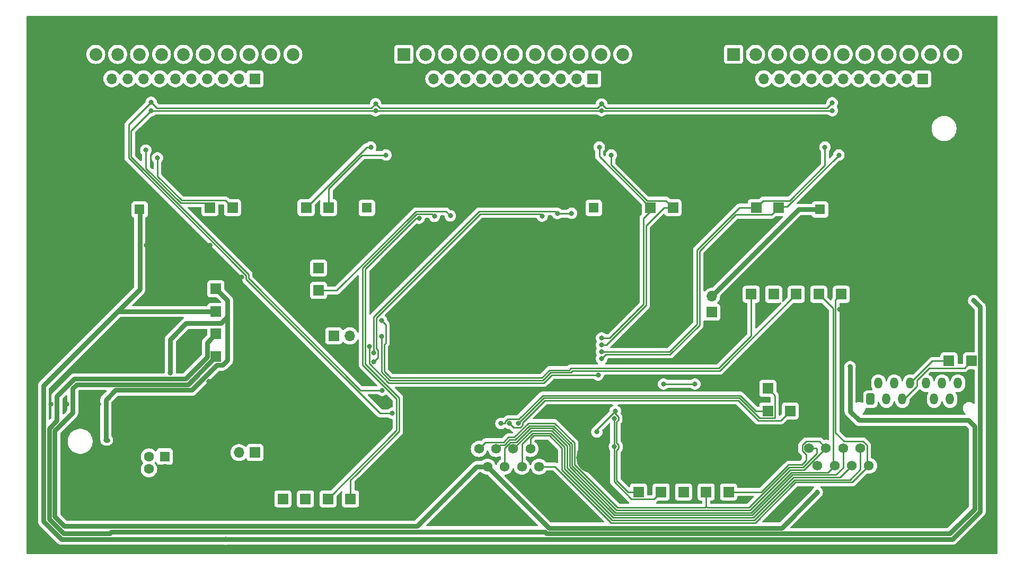
<source format=gbl>
G04 #@! TF.GenerationSoftware,KiCad,Pcbnew,8.0.8*
G04 #@! TF.CreationDate,2025-02-08T12:50:56+01:00*
G04 #@! TF.ProjectId,Overlord,4f766572-6c6f-4726-942e-6b696361645f,rev?*
G04 #@! TF.SameCoordinates,Original*
G04 #@! TF.FileFunction,Copper,L2,Bot*
G04 #@! TF.FilePolarity,Positive*
%FSLAX46Y46*%
G04 Gerber Fmt 4.6, Leading zero omitted, Abs format (unit mm)*
G04 Created by KiCad (PCBNEW 8.0.8) date 2025-02-08 12:50:56*
%MOMM*%
%LPD*%
G01*
G04 APERTURE LIST*
G04 Aperture macros list*
%AMRoundRect*
0 Rectangle with rounded corners*
0 $1 Rounding radius*
0 $2 $3 $4 $5 $6 $7 $8 $9 X,Y pos of 4 corners*
0 Add a 4 corners polygon primitive as box body*
4,1,4,$2,$3,$4,$5,$6,$7,$8,$9,$2,$3,0*
0 Add four circle primitives for the rounded corners*
1,1,$1+$1,$2,$3*
1,1,$1+$1,$4,$5*
1,1,$1+$1,$6,$7*
1,1,$1+$1,$8,$9*
0 Add four rect primitives between the rounded corners*
20,1,$1+$1,$2,$3,$4,$5,0*
20,1,$1+$1,$4,$5,$6,$7,0*
20,1,$1+$1,$6,$7,$8,$9,0*
20,1,$1+$1,$8,$9,$2,$3,0*%
G04 Aperture macros list end*
G04 #@! TA.AperFunction,ComponentPad*
%ADD10R,1.700000X1.700000*%
G04 #@! TD*
G04 #@! TA.AperFunction,ComponentPad*
%ADD11RoundRect,0.250000X0.400000X-0.650000X0.400000X0.650000X-0.400000X0.650000X-0.400000X-0.650000X0*%
G04 #@! TD*
G04 #@! TA.AperFunction,ComponentPad*
%ADD12O,1.300000X1.800000*%
G04 #@! TD*
G04 #@! TA.AperFunction,ComponentPad*
%ADD13O,1.700000X1.700000*%
G04 #@! TD*
G04 #@! TA.AperFunction,ComponentPad*
%ADD14R,2.025000X2.025000*%
G04 #@! TD*
G04 #@! TA.AperFunction,ComponentPad*
%ADD15C,2.025000*%
G04 #@! TD*
G04 #@! TA.AperFunction,ComponentPad*
%ADD16R,1.600000X1.600000*%
G04 #@! TD*
G04 #@! TA.AperFunction,ComponentPad*
%ADD17C,1.600000*%
G04 #@! TD*
G04 #@! TA.AperFunction,ComponentPad*
%ADD18C,4.000000*%
G04 #@! TD*
G04 #@! TA.AperFunction,ComponentPad*
%ADD19C,1.562000*%
G04 #@! TD*
G04 #@! TA.AperFunction,ComponentPad*
%ADD20C,4.877000*%
G04 #@! TD*
G04 #@! TA.AperFunction,ViaPad*
%ADD21C,0.800000*%
G04 #@! TD*
G04 #@! TA.AperFunction,Conductor*
%ADD22C,0.750000*%
G04 #@! TD*
G04 #@! TA.AperFunction,Conductor*
%ADD23C,0.250000*%
G04 #@! TD*
G04 APERTURE END LIST*
D10*
X72050000Y-69350000D03*
D11*
X160200000Y-86700000D03*
D12*
X161470000Y-84160000D03*
X162740000Y-86700000D03*
X164010000Y-84160000D03*
X165279999Y-86700000D03*
X166550000Y-84160000D03*
X167820000Y-86700000D03*
X169090000Y-84160000D03*
X170360000Y-86700000D03*
X171630000Y-84160000D03*
X172900000Y-86700000D03*
X174170000Y-84160000D03*
D10*
X134827500Y-72825000D03*
D13*
X134827500Y-70285000D03*
D10*
X133950000Y-101550000D03*
X55650000Y-76300000D03*
X148350000Y-69950000D03*
D14*
X85650000Y-31600000D03*
D15*
X89150000Y-31600000D03*
X92650000Y-31600000D03*
X96150000Y-31600000D03*
X99650000Y-31600000D03*
X103150000Y-31600000D03*
X106650000Y-31600000D03*
X110150000Y-31600000D03*
X113650000Y-31600000D03*
X117150000Y-31600000D03*
X120650000Y-31600000D03*
D10*
X73650000Y-56100000D03*
X73550000Y-102650000D03*
X126750000Y-101550000D03*
X115850000Y-35500000D03*
D13*
X113310000Y-35500000D03*
X110770001Y-35500000D03*
X108230000Y-35500000D03*
X105690000Y-35500000D03*
X103150000Y-35500000D03*
X100610000Y-35500000D03*
X98069999Y-35500000D03*
X95530000Y-35500000D03*
X92990000Y-35500000D03*
X90450000Y-35500000D03*
D16*
X79750000Y-56150000D03*
D17*
X83250000Y-56150000D03*
D10*
X61875000Y-35500000D03*
D13*
X59335000Y-35500000D03*
X56795001Y-35500000D03*
X54255000Y-35500000D03*
X51715000Y-35500000D03*
X49175000Y-35500000D03*
X46635000Y-35500000D03*
X44094999Y-35500000D03*
X41555000Y-35500000D03*
X39015000Y-35500000D03*
D10*
X155550000Y-69950000D03*
X55650000Y-72700000D03*
X176350000Y-80600000D03*
X123150000Y-101550000D03*
X141150000Y-69950000D03*
X172749999Y-80600000D03*
X147400000Y-88600000D03*
D16*
X43450000Y-56400000D03*
D17*
X46950000Y-56400000D03*
D10*
X58300000Y-56100000D03*
D16*
X47450000Y-95890000D03*
D17*
X44950000Y-95890000D03*
X44950000Y-97890000D03*
X47450000Y-97890000D03*
D18*
X52200000Y-100750000D03*
X40200000Y-100750000D03*
D10*
X66350000Y-102650000D03*
X137550000Y-101550000D03*
D16*
X115997349Y-56150000D03*
D17*
X119497349Y-56150000D03*
D10*
X130350000Y-101550000D03*
X55650000Y-79900000D03*
X151950000Y-69950000D03*
X77149999Y-102650000D03*
X54700000Y-56100000D03*
X128650000Y-56100000D03*
X70050000Y-56100000D03*
X74470001Y-76605000D03*
D13*
X77010001Y-76605000D03*
D10*
X69950001Y-102650000D03*
X168550000Y-35500000D03*
D13*
X166010000Y-35500000D03*
X163470001Y-35500000D03*
X160930000Y-35500000D03*
X158390000Y-35500000D03*
X155850000Y-35500000D03*
X153310000Y-35500000D03*
X150769999Y-35500000D03*
X148230000Y-35500000D03*
X145690000Y-35500000D03*
X143150000Y-35500000D03*
D19*
X161336000Y-94506000D03*
X158593000Y-94506000D03*
X155850000Y-94506000D03*
X153107000Y-94506000D03*
X150364000Y-94506000D03*
X159965000Y-97351000D03*
X157222000Y-97351000D03*
X154478000Y-97351000D03*
X151735000Y-97351000D03*
D20*
X168347000Y-95929000D03*
X143353000Y-95929000D03*
D14*
X138350000Y-31600000D03*
D15*
X141850000Y-31600000D03*
X145350000Y-31600000D03*
X148850000Y-31600000D03*
X152350000Y-31600000D03*
X155850000Y-31600000D03*
X159350000Y-31600000D03*
X162850000Y-31600000D03*
X166350000Y-31600000D03*
X169850000Y-31600000D03*
X173350000Y-31600000D03*
D10*
X145550000Y-56100000D03*
D14*
X32950000Y-31600000D03*
D15*
X36450000Y-31600000D03*
X39950000Y-31600000D03*
X43450000Y-31600000D03*
X46950000Y-31600000D03*
X50450000Y-31600000D03*
X53950000Y-31600000D03*
X57450000Y-31600000D03*
X60950000Y-31600000D03*
X64450000Y-31600000D03*
X67950000Y-31600000D03*
D16*
X152150000Y-56400000D03*
D17*
X155650000Y-56400000D03*
D10*
X141950000Y-56100000D03*
X72050000Y-65750000D03*
X144750000Y-69950000D03*
X125050001Y-56100000D03*
X52050000Y-65500000D03*
X143800000Y-88600000D03*
D19*
X108636000Y-94655000D03*
X105893000Y-94655000D03*
X103150000Y-94655000D03*
X100407000Y-94655000D03*
X97664000Y-94655000D03*
X107265000Y-97500000D03*
X104522000Y-97500000D03*
X101778000Y-97500000D03*
X99035000Y-97500000D03*
D20*
X115647000Y-96078000D03*
X90653000Y-96078000D03*
D10*
X143800000Y-85000000D03*
X61875000Y-95250000D03*
D13*
X59335000Y-95250000D03*
D10*
X55650000Y-69100000D03*
D21*
X42800000Y-74500000D03*
X26760000Y-67220000D03*
X34380000Y-26580000D03*
X54700000Y-62140000D03*
X63100000Y-91600000D03*
X82640000Y-110400000D03*
X59780000Y-67220000D03*
X29300000Y-26580000D03*
X179160000Y-82460000D03*
X121100000Y-96450000D03*
X34380000Y-87540000D03*
X59400000Y-51600000D03*
X143600000Y-26580000D03*
X85950000Y-42350000D03*
X179160000Y-57060000D03*
X160500000Y-56300000D03*
X102960000Y-110400000D03*
X26760000Y-79920000D03*
X179160000Y-69760000D03*
X56800000Y-65000000D03*
X158900000Y-84550000D03*
X54700000Y-26580000D03*
X59780000Y-79920000D03*
X113700000Y-38950000D03*
X105500000Y-110400000D03*
X148680000Y-26580000D03*
X59780000Y-87540000D03*
X44540000Y-26580000D03*
X85180000Y-110400000D03*
X72700000Y-74850000D03*
X35350000Y-81450000D03*
X125820000Y-110400000D03*
X135980000Y-110400000D03*
X179160000Y-79920000D03*
X75020000Y-26580000D03*
X95000000Y-57100000D03*
X141060000Y-26580000D03*
X142750000Y-59900000D03*
X110250000Y-102300000D03*
X39460000Y-87540000D03*
X130900000Y-110400000D03*
X82640000Y-26580000D03*
X85180000Y-26580000D03*
X179160000Y-26580000D03*
X49620000Y-110400000D03*
X133440000Y-110400000D03*
X103550000Y-41650000D03*
X118200000Y-110400000D03*
X26760000Y-92620000D03*
X52160000Y-110400000D03*
X72400000Y-39000000D03*
X105500000Y-26580000D03*
X64860000Y-26580000D03*
X90260000Y-26580000D03*
X179160000Y-105320000D03*
X158900000Y-51150000D03*
X128550000Y-73700000D03*
X74200000Y-99000000D03*
X59780000Y-77380000D03*
X26760000Y-97700000D03*
X179160000Y-90080000D03*
X135150000Y-95950000D03*
X119900000Y-78000000D03*
X120740000Y-26580000D03*
X26760000Y-105320000D03*
X26760000Y-110400000D03*
X26760000Y-64680000D03*
X62320000Y-110400000D03*
X125820000Y-26580000D03*
X113120000Y-110400000D03*
X163920000Y-110400000D03*
X80100000Y-26580000D03*
X59780000Y-26580000D03*
X92050000Y-65300000D03*
X97880000Y-26580000D03*
X58700000Y-101250000D03*
X155300000Y-72400000D03*
X42000000Y-59600000D03*
X34100000Y-40400000D03*
X63250000Y-98400000D03*
X26760000Y-90080000D03*
X136400000Y-64300000D03*
X34380000Y-110400000D03*
X123280000Y-110400000D03*
X40450000Y-51850000D03*
X49620000Y-62140000D03*
X47080000Y-110400000D03*
X179160000Y-31660000D03*
X59780000Y-82460000D03*
X26760000Y-82460000D03*
X57240000Y-87540000D03*
X36050000Y-51800000D03*
X152250000Y-79100000D03*
X49950000Y-50950000D03*
X26760000Y-29120000D03*
X59780000Y-74840000D03*
X179160000Y-85000000D03*
X148800000Y-106700000D03*
X95340000Y-110400000D03*
X68800000Y-105550000D03*
X26760000Y-102780000D03*
X137450000Y-88250000D03*
X101150000Y-106050000D03*
X176620000Y-110400000D03*
X44540000Y-110400000D03*
X67400000Y-26580000D03*
X102960000Y-26580000D03*
X52800000Y-76000000D03*
X39460000Y-26580000D03*
X87550000Y-37150000D03*
X171540000Y-110400000D03*
X179160000Y-97700000D03*
X31840000Y-110400000D03*
X179160000Y-34200000D03*
X54200000Y-45800000D03*
X121050000Y-64000000D03*
X26760000Y-49440000D03*
X135980000Y-26580000D03*
X54850000Y-51750000D03*
X179160000Y-107860000D03*
X69350000Y-91800000D03*
X26760000Y-74840000D03*
X26760000Y-62140000D03*
X174080000Y-26580000D03*
X118900000Y-37150000D03*
X118200000Y-26580000D03*
X128360000Y-110400000D03*
X61900000Y-38050000D03*
X146140000Y-26580000D03*
X169000000Y-110400000D03*
X26760000Y-34200000D03*
X26760000Y-100240000D03*
X59780000Y-110400000D03*
X26760000Y-31660000D03*
X179160000Y-95160000D03*
X36920000Y-57060000D03*
X26760000Y-41820000D03*
X148500000Y-95950000D03*
X110550000Y-84500000D03*
X126950000Y-38850000D03*
X115660000Y-26580000D03*
X167500000Y-67650000D03*
X34150000Y-45850000D03*
X26760000Y-46900000D03*
X80100000Y-110400000D03*
X130900000Y-26580000D03*
X100420000Y-26580000D03*
X34380000Y-57060000D03*
X42000000Y-26580000D03*
X92700000Y-68850000D03*
X137100000Y-51000000D03*
X62320000Y-26580000D03*
X106050000Y-81550000D03*
X179160000Y-67220000D03*
X26760000Y-77380000D03*
X29300000Y-87540000D03*
X124850000Y-45950000D03*
X161380000Y-110400000D03*
X99800000Y-48650000D03*
X69940000Y-110400000D03*
X166700000Y-74300000D03*
X26760000Y-51980000D03*
X34300000Y-64850000D03*
X63350000Y-88800000D03*
X59780000Y-69760000D03*
X26760000Y-69760000D03*
X151220000Y-26580000D03*
X36920000Y-87540000D03*
X31840000Y-87540000D03*
X90650000Y-106500000D03*
X69940000Y-26580000D03*
X179160000Y-102780000D03*
X120740000Y-110400000D03*
X90260000Y-110400000D03*
X91100000Y-52800000D03*
X26760000Y-54520000D03*
X77500000Y-38200000D03*
X82950000Y-90450000D03*
X78200000Y-52500000D03*
X148450000Y-51150000D03*
X179160000Y-39280000D03*
X92300000Y-81550000D03*
X26760000Y-59600000D03*
X155450000Y-43450000D03*
X26760000Y-72300000D03*
X137900000Y-82700000D03*
X39460000Y-110400000D03*
X81900000Y-87200000D03*
X179160000Y-49440000D03*
X76150000Y-60450000D03*
X144700000Y-51150000D03*
X72480000Y-26580000D03*
X121000000Y-91450000D03*
X52160000Y-26580000D03*
X146140000Y-110400000D03*
X77560000Y-110400000D03*
X122150000Y-38750000D03*
X179160000Y-64680000D03*
X161380000Y-26580000D03*
X26760000Y-107860000D03*
X166850000Y-45700000D03*
X110580000Y-110400000D03*
X75020000Y-110400000D03*
X90850000Y-39100000D03*
X127400000Y-52850000D03*
X106050000Y-45600000D03*
X47080000Y-62140000D03*
X31840000Y-26580000D03*
X158700000Y-100350000D03*
X179160000Y-51980000D03*
X110580000Y-26580000D03*
X49550000Y-38400000D03*
X61000000Y-42050000D03*
X138520000Y-26580000D03*
X179160000Y-110400000D03*
X175800000Y-86550000D03*
X159050000Y-80450000D03*
X137300000Y-56100000D03*
X170650000Y-37100000D03*
X158840000Y-110400000D03*
X44540000Y-87540000D03*
X179160000Y-36740000D03*
X157700000Y-38050000D03*
X57240000Y-110400000D03*
X46950000Y-74750000D03*
X138520000Y-110400000D03*
X26760000Y-26580000D03*
X171540000Y-26580000D03*
X179160000Y-72300000D03*
X156300000Y-110400000D03*
X29300000Y-110400000D03*
X113120000Y-26580000D03*
X139250000Y-45650000D03*
X70350000Y-51850000D03*
X32100000Y-105650000D03*
X47080000Y-87540000D03*
X153760000Y-110400000D03*
X96900000Y-101150000D03*
X31840000Y-57060000D03*
X169000000Y-26580000D03*
X54700000Y-87540000D03*
X92800000Y-110400000D03*
X126500000Y-63250000D03*
X163300000Y-39500000D03*
X92800000Y-26580000D03*
X54700000Y-110400000D03*
X70950000Y-100200000D03*
X141060000Y-110400000D03*
X70250000Y-79750000D03*
X130350000Y-46000000D03*
X147750000Y-83900000D03*
X26760000Y-85000000D03*
X64860000Y-110400000D03*
X59780000Y-85000000D03*
X179160000Y-46900000D03*
X100420000Y-110400000D03*
X77400000Y-72450000D03*
X179160000Y-44360000D03*
X166460000Y-110400000D03*
X179160000Y-62140000D03*
X36920000Y-110400000D03*
X179160000Y-74840000D03*
X128360000Y-26580000D03*
X179160000Y-59600000D03*
X52450000Y-56550000D03*
X29300000Y-57060000D03*
X49620000Y-26580000D03*
X52160000Y-62140000D03*
X175100000Y-91900000D03*
X142150000Y-100300000D03*
X127950000Y-89700000D03*
X54550000Y-83850000D03*
X148680000Y-110400000D03*
X44540000Y-62140000D03*
X149500000Y-41850000D03*
X106500000Y-52150000D03*
X179160000Y-87540000D03*
X67400000Y-110400000D03*
X97880000Y-110400000D03*
X147350000Y-60000000D03*
X49620000Y-87540000D03*
X179160000Y-41820000D03*
X33750000Y-69900000D03*
X52300000Y-39100000D03*
X176620000Y-26580000D03*
X95340000Y-26580000D03*
X49650000Y-42200000D03*
X172200000Y-106500000D03*
X26760000Y-95160000D03*
X174080000Y-110400000D03*
X50950000Y-69000000D03*
X179160000Y-77380000D03*
X47080000Y-26580000D03*
X160000000Y-91650000D03*
X163400000Y-53550000D03*
X66500000Y-97800000D03*
X163920000Y-26580000D03*
X116350000Y-105750000D03*
X153760000Y-26580000D03*
X115660000Y-110400000D03*
X26760000Y-44360000D03*
X87720000Y-26580000D03*
X147300000Y-103350000D03*
X179160000Y-29120000D03*
X39460000Y-57060000D03*
X26760000Y-57060000D03*
X68100000Y-55400000D03*
X42000000Y-87540000D03*
X166460000Y-26580000D03*
X129900000Y-95850000D03*
X108040000Y-110400000D03*
X67350000Y-49300000D03*
X125700000Y-59800000D03*
X114050000Y-52450000D03*
X143600000Y-110400000D03*
X168600000Y-49250000D03*
X57240000Y-26580000D03*
X77560000Y-26580000D03*
X123280000Y-26580000D03*
X179160000Y-92620000D03*
X94150000Y-37150000D03*
X175250000Y-103450000D03*
X139150000Y-41700000D03*
X179160000Y-54520000D03*
X59780000Y-72300000D03*
X179160000Y-100240000D03*
X156300000Y-26580000D03*
X26760000Y-87540000D03*
X26760000Y-39280000D03*
X69550000Y-45600000D03*
X85350000Y-52600000D03*
X52160000Y-87540000D03*
X72480000Y-110400000D03*
X42750000Y-91250000D03*
X108040000Y-26580000D03*
X175400000Y-75450000D03*
X167500000Y-38750000D03*
X133440000Y-26580000D03*
X76250000Y-97150000D03*
X87720000Y-110400000D03*
X36920000Y-26580000D03*
X96900000Y-42800000D03*
X42000000Y-110400000D03*
X151220000Y-110400000D03*
X158840000Y-26580000D03*
X119000000Y-53050000D03*
X105850000Y-65450000D03*
X81850000Y-68900000D03*
X26760000Y-36740000D03*
X151700000Y-101600000D03*
X156950000Y-81500000D03*
X82805000Y-47705000D03*
X45300000Y-39250000D03*
X81150000Y-39500000D03*
X154100000Y-39350000D03*
X117250000Y-39550000D03*
X83825000Y-88975000D03*
X80385000Y-46435000D03*
X154100000Y-40600000D03*
X117250000Y-40600000D03*
X82200000Y-85300000D03*
X45300000Y-40600000D03*
X81150000Y-40600000D03*
X117250000Y-78046668D03*
X118805000Y-47705000D03*
X117250000Y-76943336D03*
X116885000Y-46435000D03*
X90550000Y-57500000D03*
X88100000Y-57800000D03*
X176700000Y-70950000D03*
X57250000Y-109100000D03*
X119450000Y-88600000D03*
X116500000Y-91950000D03*
X119300000Y-94300000D03*
X119250000Y-89795089D03*
X155155000Y-47705000D03*
X117250000Y-80253333D03*
X152935000Y-46435000D03*
X117250000Y-79150000D03*
X46300000Y-48150000D03*
X44450000Y-46900000D03*
X101175000Y-90600000D03*
X103925000Y-90600000D03*
X102550000Y-90600000D03*
X82104998Y-76640003D03*
X82100000Y-74150000D03*
X80850000Y-79329997D03*
X112450000Y-57000000D03*
X110200000Y-57050000D03*
X80850000Y-80750000D03*
X107750000Y-57450000D03*
X93085003Y-57400000D03*
X80175000Y-78250000D03*
X116709998Y-82859998D03*
X127150000Y-84300000D03*
X132150000Y-84300000D03*
X38100000Y-93250000D03*
X48350000Y-82550000D03*
D22*
X146000000Y-107300000D02*
X108835000Y-107300000D01*
X51175000Y-84375000D02*
X55650000Y-79900000D01*
X29900000Y-105504416D02*
X29900000Y-91772792D01*
X97300000Y-97500000D02*
X87800000Y-107000000D01*
X29900000Y-91772792D02*
X32765000Y-88907792D01*
X32765000Y-85007792D02*
X33397792Y-84375000D01*
X31395584Y-107000000D02*
X29900000Y-105504416D01*
X108835000Y-107300000D02*
X99035000Y-97500000D01*
X151700000Y-101600000D02*
X146000000Y-107300000D01*
X87800000Y-107000000D02*
X31395584Y-107000000D01*
X32765000Y-88907792D02*
X32765000Y-85007792D01*
X33397792Y-84375000D02*
X51175000Y-84375000D01*
X99035000Y-97500000D02*
X97300000Y-97500000D01*
X31322792Y-108200000D02*
X38650000Y-108200000D01*
X54275000Y-77675000D02*
X54275000Y-80002208D01*
X176825000Y-91075000D02*
X175850000Y-90100000D01*
X33075000Y-83475000D02*
X33050000Y-83450000D01*
X172900000Y-108200000D02*
X176825000Y-104275000D01*
X175850000Y-90100000D02*
X158375456Y-90100000D01*
X30225000Y-90175000D02*
X29000000Y-91400000D01*
X176825000Y-104275000D02*
X176825000Y-91075000D01*
X29000000Y-91400000D02*
X29000000Y-105877208D01*
X55650000Y-76300000D02*
X54275000Y-77675000D01*
X29000000Y-105877208D02*
X31322792Y-108200000D01*
X108162208Y-107900000D02*
X108462208Y-108200000D01*
X50802208Y-83475000D02*
X33075000Y-83475000D01*
X38650000Y-108200000D02*
X38950000Y-107900000D01*
X158375456Y-90100000D02*
X156950000Y-88674544D01*
X30225000Y-86275000D02*
X30225000Y-90175000D01*
X156950000Y-88674544D02*
X156950000Y-81500000D01*
X38950000Y-107900000D02*
X108162208Y-107900000D01*
X33050000Y-83450000D02*
X30225000Y-86275000D01*
X54275000Y-80002208D02*
X50802208Y-83475000D01*
X108462208Y-108200000D02*
X172900000Y-108200000D01*
D23*
X73650000Y-53065686D02*
X73650000Y-56100000D01*
X82805000Y-47705000D02*
X79010686Y-47705000D01*
X79010686Y-47705000D02*
X73650000Y-53065686D01*
X116600000Y-40200000D02*
X81850000Y-40200000D01*
X81850000Y-40200000D02*
X81150000Y-39500000D01*
X154100000Y-39350000D02*
X153250000Y-40200000D01*
X60455000Y-67555000D02*
X60455000Y-66940405D01*
X60455000Y-66940405D02*
X41700000Y-48185405D01*
X153250000Y-40200000D02*
X117900000Y-40200000D01*
X41700000Y-48185405D02*
X41700000Y-42850000D01*
X81150000Y-39500000D02*
X80450000Y-40200000D01*
X41700000Y-42850000D02*
X45300000Y-39250000D01*
X117900000Y-40200000D02*
X117250000Y-39550000D01*
X83825000Y-88975000D02*
X81875000Y-88975000D01*
X81875000Y-88975000D02*
X60455000Y-67555000D01*
X80450000Y-40200000D02*
X46250000Y-40200000D01*
X46250000Y-40200000D02*
X45300000Y-39250000D01*
X117250000Y-39550000D02*
X116600000Y-40200000D01*
X80385000Y-46435000D02*
X79715000Y-46435000D01*
X79715000Y-46435000D02*
X70050000Y-56100000D01*
X78765686Y-85300000D02*
X60855000Y-67389314D01*
X81150000Y-40600000D02*
X45250000Y-40600000D01*
X82200000Y-85300000D02*
X78765686Y-85300000D01*
X154100000Y-40600000D02*
X117250000Y-40600000D01*
X60855000Y-67389314D02*
X60855000Y-66774719D01*
X117250000Y-40600000D02*
X81150000Y-40600000D01*
X42100000Y-43800000D02*
X45300000Y-40600000D01*
X42100000Y-48019719D02*
X42100000Y-43800000D01*
X60855000Y-66774719D02*
X42100000Y-48019719D01*
X128650000Y-56100000D02*
X127200000Y-56100000D01*
X118805000Y-49289313D02*
X124490687Y-54975000D01*
X127525000Y-54975000D02*
X128650000Y-56100000D01*
X118019018Y-78046668D02*
X117250000Y-78046668D01*
X127200000Y-56100000D02*
X124350000Y-58950000D01*
X124490687Y-54975000D02*
X127525000Y-54975000D01*
X124350000Y-71715686D02*
X118019018Y-78046668D01*
X124350000Y-58950000D02*
X124350000Y-71715686D01*
X118805000Y-47705000D02*
X118805000Y-49289313D01*
X116885000Y-46435000D02*
X116885000Y-47934999D01*
X116885000Y-47934999D02*
X125050001Y-56100000D01*
X123950000Y-71550000D02*
X123950000Y-57800000D01*
X117250000Y-76943336D02*
X118556664Y-76943336D01*
X123950000Y-57800000D02*
X125050001Y-56699999D01*
X118556664Y-76943336D02*
X123950000Y-71550000D01*
X125050001Y-56699999D02*
X125050001Y-56100000D01*
X90550000Y-57500000D02*
X90175000Y-57125000D01*
X79100000Y-65750000D02*
X79100000Y-81245405D01*
X90175000Y-57125000D02*
X87725000Y-57125000D01*
X84500000Y-91700000D02*
X73550000Y-102650000D01*
X84500000Y-86645405D02*
X84500000Y-91700000D01*
X79100000Y-81245405D02*
X84500000Y-86645405D01*
X87725000Y-57125000D02*
X79100000Y-65750000D01*
X87615686Y-57800000D02*
X88100000Y-57800000D01*
X84900000Y-86479719D02*
X84665685Y-86245405D01*
X79500000Y-80450000D02*
X79500000Y-65915686D01*
X79500000Y-81079720D02*
X79500000Y-80450000D01*
X79832843Y-65582843D02*
X87615686Y-57800000D01*
X77149999Y-102650000D02*
X77149999Y-99615687D01*
X84665685Y-86245405D02*
X79500000Y-81079720D01*
X77932843Y-98832843D02*
X84900000Y-91865686D01*
X77149999Y-99615687D02*
X77932843Y-98832843D01*
X84900000Y-91865686D02*
X84900000Y-86479719D01*
X79500000Y-65915686D02*
X79832843Y-65582843D01*
X110933500Y-94565686D02*
X110933500Y-98030398D01*
X105893000Y-93043372D02*
X106386372Y-92550000D01*
X110933500Y-98030398D02*
X118953102Y-106050000D01*
X108917814Y-92550000D02*
X110933500Y-94565686D01*
X106386372Y-92550000D02*
X108917814Y-92550000D01*
X158593000Y-97957000D02*
X158593000Y-94506000D01*
X141648430Y-106050000D02*
X148091430Y-99607000D01*
X148091430Y-99607000D02*
X156943000Y-99607000D01*
X156943000Y-99607000D02*
X158593000Y-97957000D01*
X105893000Y-94655000D02*
X105893000Y-93043372D01*
X118953102Y-106050000D02*
X141648430Y-106050000D01*
X104522000Y-93848686D02*
X104522000Y-97500000D01*
X111333500Y-94400000D02*
X109083500Y-92150000D01*
X155366000Y-99207000D02*
X147925744Y-99207000D01*
X157222000Y-97351000D02*
X155366000Y-99207000D01*
X106220686Y-92150000D02*
X104522000Y-93848686D01*
X119118788Y-105650000D02*
X111333500Y-97864712D01*
X109083500Y-92150000D02*
X106220686Y-92150000D01*
X141482744Y-105650000D02*
X119118788Y-105650000D01*
X147925744Y-99207000D02*
X141482744Y-105650000D01*
X111333500Y-97864712D02*
X111333500Y-94400000D01*
D22*
X177725000Y-104675000D02*
X173300000Y-109100000D01*
X134827500Y-70285000D02*
X148712500Y-56400000D01*
X177725000Y-71975000D02*
X177725000Y-104675000D01*
X148712500Y-56400000D02*
X152258333Y-56400000D01*
X173300000Y-109100000D02*
X30950000Y-109100000D01*
X43483334Y-69166666D02*
X43483334Y-56400000D01*
X30950000Y-109100000D02*
X28100000Y-106250000D01*
X39950000Y-72700000D02*
X43483334Y-69166666D01*
X176700000Y-70950000D02*
X177725000Y-71975000D01*
X55650000Y-72700000D02*
X39950000Y-72700000D01*
X28100000Y-106250000D02*
X28100000Y-84550000D01*
X28100000Y-84550000D02*
X39950000Y-72700000D01*
D23*
X119450000Y-88600000D02*
X119450000Y-89120089D01*
X119975000Y-94020405D02*
X119975000Y-94579595D01*
X119650000Y-99734314D02*
X121465686Y-101550000D01*
X119650000Y-93695405D02*
X119975000Y-94020405D01*
X119650000Y-90349684D02*
X119650000Y-93695405D01*
X119529595Y-89120089D02*
X119925000Y-89515494D01*
X119650000Y-94904595D02*
X119650000Y-99734314D01*
X116500000Y-91550000D02*
X116500000Y-91950000D01*
X119450000Y-88600000D02*
X116500000Y-91550000D01*
X119975000Y-94579595D02*
X119650000Y-94904595D01*
X119450000Y-89120089D02*
X119529595Y-89120089D01*
X119925000Y-90074684D02*
X119650000Y-90349684D01*
X121465686Y-101550000D02*
X123150000Y-101550000D01*
X119925000Y-89515494D02*
X119925000Y-90074684D01*
X119250000Y-89795089D02*
X119250000Y-99900000D01*
X119250000Y-99900000D02*
X122025000Y-102675000D01*
X122025000Y-102675000D02*
X125625000Y-102675000D01*
X125625000Y-102675000D02*
X126750000Y-101550000D01*
X145550000Y-56100000D02*
X145700000Y-55950000D01*
X146910000Y-55950000D02*
X155155000Y-47705000D01*
X132900000Y-63015686D02*
X132900000Y-74865686D01*
X132900000Y-74865686D02*
X128215686Y-79550000D01*
X117953333Y-79550000D02*
X117250000Y-80253333D01*
X128215686Y-79550000D02*
X117953333Y-79550000D01*
X145700000Y-55950000D02*
X146910000Y-55950000D01*
X145550000Y-56100000D02*
X144425000Y-57225000D01*
X144425000Y-57225000D02*
X138690686Y-57225000D01*
X138690686Y-57225000D02*
X132900000Y-63015686D01*
X143075000Y-54975000D02*
X141950000Y-56100000D01*
X128050000Y-79150000D02*
X132500000Y-74700000D01*
X117250000Y-79150000D02*
X128050000Y-79150000D01*
X139250000Y-56100000D02*
X141950000Y-56100000D01*
X147319314Y-54975000D02*
X143075000Y-54975000D01*
X132500000Y-62850000D02*
X139250000Y-56100000D01*
X152935000Y-49359314D02*
X147319314Y-54975000D01*
X132500000Y-74700000D02*
X132500000Y-62850000D01*
X152935000Y-46435000D02*
X152935000Y-49359314D01*
X50161653Y-54950000D02*
X57150000Y-54950000D01*
X46300000Y-51088347D02*
X50161653Y-54950000D01*
X46300000Y-48150000D02*
X46300000Y-51088347D01*
X57150000Y-54950000D02*
X58300000Y-56100000D01*
X44450000Y-49804033D02*
X49995967Y-55350000D01*
X53950000Y-55350000D02*
X54700000Y-56100000D01*
X49995967Y-55350000D02*
X53950000Y-55350000D01*
X44450000Y-46900000D02*
X44450000Y-49804033D01*
X107834314Y-86125000D02*
X139406372Y-86125000D01*
X104034314Y-89925000D02*
X107834314Y-86125000D01*
X102270405Y-89925000D02*
X104034314Y-89925000D01*
X101875000Y-90600000D02*
X101875000Y-90320405D01*
X139406372Y-86125000D02*
X141881372Y-88600000D01*
X101175000Y-90600000D02*
X101875000Y-90600000D01*
X101875000Y-90320405D02*
X102270405Y-89925000D01*
X141881372Y-88600000D02*
X143800000Y-88600000D01*
X144925000Y-86125000D02*
X144925000Y-89725000D01*
X142440686Y-89725000D02*
X139240686Y-86525000D01*
X139240686Y-86525000D02*
X108000000Y-86525000D01*
X108000000Y-86525000D02*
X103925000Y-90600000D01*
X144925000Y-89725000D02*
X142440686Y-89725000D01*
X143800000Y-85000000D02*
X144925000Y-86125000D01*
X142275000Y-90125000D02*
X139075000Y-86925000D01*
X103225000Y-91275000D02*
X102550000Y-90600000D01*
X104600000Y-90490686D02*
X104600000Y-90879595D01*
X139075000Y-86925000D02*
X108165686Y-86925000D01*
X104600000Y-90879595D02*
X104204595Y-91275000D01*
X147400000Y-88600000D02*
X145875000Y-90125000D01*
X108165686Y-86925000D02*
X104600000Y-90490686D01*
X104204595Y-91275000D02*
X103225000Y-91275000D01*
X145875000Y-90125000D02*
X142275000Y-90125000D01*
X112300000Y-82459998D02*
X112575000Y-82184998D01*
X83411091Y-83700000D02*
X107884314Y-83700000D01*
X136115002Y-82184998D02*
X148350000Y-69950000D01*
X82104998Y-82393907D02*
X83411091Y-83700000D01*
X112575000Y-82184998D02*
X136115002Y-82184998D01*
X82104998Y-76640003D02*
X82104998Y-82393907D01*
X109124316Y-82459998D02*
X112300000Y-82459998D01*
X107884314Y-83700000D02*
X109124316Y-82459998D01*
X135949316Y-81784998D02*
X112325000Y-81784998D01*
X82779998Y-77725000D02*
X82779998Y-74829998D01*
X112050000Y-82059998D02*
X108958630Y-82059998D01*
X82504998Y-78000000D02*
X82779998Y-77725000D01*
X82779998Y-74829998D02*
X82100000Y-74150000D01*
X107718628Y-83300000D02*
X83576777Y-83300000D01*
X141150000Y-76584314D02*
X135949316Y-81784998D01*
X141150000Y-69950000D02*
X141150000Y-76584314D01*
X82504998Y-82228221D02*
X82504998Y-78000000D01*
X83576777Y-83300000D02*
X82504998Y-82228221D01*
X108958630Y-82059998D02*
X107718628Y-83300000D01*
X112325000Y-81784998D02*
X112050000Y-82059998D01*
X109850000Y-56700000D02*
X97700000Y-56700000D01*
X97700000Y-56700000D02*
X80850000Y-73550000D01*
X112400000Y-57050000D02*
X110200000Y-57050000D01*
X80850000Y-73550000D02*
X80850000Y-79329997D01*
X112450000Y-57000000D02*
X112400000Y-57050000D01*
X110200000Y-57050000D02*
X109850000Y-56700000D01*
X81250000Y-78600000D02*
X81525000Y-78875000D01*
X81525000Y-78875000D02*
X81525000Y-80075000D01*
X107400000Y-57100000D02*
X97865686Y-57100000D01*
X97865686Y-57100000D02*
X81250000Y-73715686D01*
X107750000Y-57450000D02*
X107400000Y-57100000D01*
X81250000Y-73715686D02*
X81250000Y-78600000D01*
X81525000Y-80075000D02*
X80850000Y-80750000D01*
X147594372Y-98407000D02*
X141151372Y-104850000D01*
X112133500Y-97533341D02*
X112133500Y-94064872D01*
X105889314Y-91350000D02*
X103640314Y-93599000D01*
X153422000Y-98407000D02*
X147594372Y-98407000D01*
X109418628Y-91350000D02*
X105889314Y-91350000D01*
X154478000Y-97351000D02*
X154225000Y-97098000D01*
X112133500Y-94064872D02*
X109418628Y-91350000D01*
X101778000Y-94533590D02*
X101778000Y-97500000D01*
X102712590Y-93599000D02*
X101778000Y-94533590D01*
X103640314Y-93599000D02*
X102712590Y-93599000D01*
X154225000Y-72225000D02*
X151950000Y-69950000D01*
X141151372Y-104850000D02*
X119450159Y-104850000D01*
X154478000Y-97351000D02*
X153422000Y-98407000D01*
X154225000Y-97098000D02*
X154225000Y-72225000D01*
X119450159Y-104850000D02*
X112133500Y-97533341D01*
X159965000Y-97351000D02*
X157309000Y-100007000D01*
X109837416Y-97500000D02*
X107265000Y-97500000D01*
X159649000Y-97035000D02*
X159965000Y-97351000D01*
X154625000Y-92075000D02*
X156000000Y-93450000D01*
X159030410Y-93450000D02*
X159649000Y-94068590D01*
X148257116Y-100007000D02*
X141814116Y-106450000D01*
X157309000Y-100007000D02*
X148257116Y-100007000D01*
X141814116Y-106450000D02*
X118787416Y-106450000D01*
X155550000Y-69950000D02*
X154625000Y-70875000D01*
X154625000Y-70875000D02*
X154625000Y-92075000D01*
X156000000Y-93450000D02*
X159030410Y-93450000D01*
X159649000Y-94068590D02*
X159649000Y-97035000D01*
X118787416Y-106450000D02*
X109837416Y-97500000D01*
X102546904Y-93199000D02*
X103474628Y-93199000D01*
X115365846Y-100200000D02*
X119615846Y-104450000D01*
X153107000Y-94506000D02*
X152051000Y-93450000D01*
X149308000Y-94943410D02*
X149926590Y-95562000D01*
X101980218Y-93765685D02*
X102546904Y-93199000D01*
X112533500Y-97367655D02*
X115365846Y-100200000D01*
X101062000Y-94000000D02*
X101745904Y-94000000D01*
X147084314Y-97200000D02*
X146850000Y-97434315D01*
X100407000Y-94655000D02*
X101062000Y-94000000D01*
X149926590Y-93450000D02*
X149308000Y-94068590D01*
X149585590Y-98007000D02*
X153086590Y-94506000D01*
X140985686Y-104450000D02*
X147428686Y-98007000D01*
X101745904Y-94000000D02*
X101980218Y-93765685D01*
X149308000Y-94068590D02*
X149308000Y-94943410D01*
X109584314Y-90950000D02*
X112533500Y-93899186D01*
X147428686Y-98007000D02*
X149585590Y-98007000D01*
X112533500Y-93899186D02*
X112533500Y-97367655D01*
X152051000Y-93450000D02*
X149926590Y-93450000D01*
X103474628Y-93199000D02*
X105723628Y-90950000D01*
X149926590Y-95562000D02*
X149926590Y-96534628D01*
X146850000Y-97434315D02*
X142734314Y-101550000D01*
X142734314Y-101550000D02*
X137550000Y-101550000D01*
X149926590Y-96534628D02*
X149261218Y-97200000D01*
X105723628Y-90950000D02*
X109584314Y-90950000D01*
X153086590Y-94506000D02*
X153107000Y-94506000D01*
X119615846Y-104450000D02*
X140985686Y-104450000D01*
X149261218Y-97200000D02*
X147084314Y-97200000D01*
X112933500Y-97201968D02*
X112933500Y-93733500D01*
X109750000Y-90550000D02*
X105557942Y-90550000D01*
X98720000Y-93599000D02*
X97664000Y-94655000D01*
X112933500Y-93733500D02*
X109750000Y-90550000D01*
X103308942Y-92799000D02*
X102381218Y-92799000D01*
X133950000Y-103850000D02*
X134150000Y-104050000D01*
X101579220Y-93599000D02*
X98720000Y-93599000D01*
X140800000Y-104050000D02*
X147250000Y-97600000D01*
X133950000Y-103850000D02*
X133750000Y-104050000D01*
X133750000Y-104050000D02*
X119781532Y-104050000D01*
X151650000Y-95376904D02*
X151650000Y-94600000D01*
X102381218Y-92799000D02*
X101580219Y-93599999D01*
X151556000Y-94506000D02*
X150364000Y-94506000D01*
X133950000Y-101550000D02*
X133950000Y-103850000D01*
X149426904Y-97600000D02*
X151650000Y-95376904D01*
X101580219Y-93599999D02*
X101579220Y-93599000D01*
X134150000Y-104050000D02*
X140800000Y-104050000D01*
X119781532Y-104050000D02*
X112933500Y-97201968D01*
X147250000Y-97600000D02*
X149426904Y-97600000D01*
X105557942Y-90550000D02*
X103308942Y-92799000D01*
X151650000Y-94600000D02*
X151556000Y-94506000D01*
X111733500Y-97699026D02*
X119284474Y-105250000D01*
X103150000Y-94655000D02*
X106055000Y-91750000D01*
X119284474Y-105250000D02*
X141317058Y-105250000D01*
X109252942Y-91750000D02*
X111733500Y-94230558D01*
X111733500Y-94230558D02*
X111733500Y-97699026D01*
X106055000Y-91750000D02*
X109252942Y-91750000D01*
X147760058Y-98807000D02*
X154693000Y-98807000D01*
X154693000Y-98807000D02*
X155850000Y-97650000D01*
X155850000Y-97650000D02*
X155850000Y-94506000D01*
X141317058Y-105250000D02*
X147760058Y-98807000D01*
X170110000Y-80600000D02*
X166550000Y-84160000D01*
X172749999Y-80600000D02*
X170110000Y-80600000D01*
X175225000Y-81725000D02*
X169550686Y-81725000D01*
X165568148Y-86700000D02*
X165279999Y-86700000D01*
X167587843Y-84680305D02*
X165568148Y-86700000D01*
X167587843Y-83687843D02*
X167587843Y-84680305D01*
X169550686Y-81725000D02*
X167587843Y-83687843D01*
X176350000Y-80600000D02*
X175225000Y-81725000D01*
X87584314Y-56700000D02*
X92385003Y-56700000D01*
X72050000Y-69350000D02*
X74934314Y-69350000D01*
X92385003Y-56700000D02*
X93085003Y-57400000D01*
X74934314Y-69350000D02*
X87584314Y-56700000D01*
X83245405Y-84100000D02*
X108050000Y-84100000D01*
X108050000Y-84100000D02*
X109290002Y-82859998D01*
X80175000Y-78250000D02*
X80175000Y-81029595D01*
X80175000Y-81029595D02*
X83245405Y-84100000D01*
X109290002Y-82859998D02*
X116709998Y-82859998D01*
X132150000Y-84300000D02*
X127150000Y-84300000D01*
D22*
X57500000Y-70950000D02*
X55650000Y-69100000D01*
X48350000Y-82550000D02*
X48350000Y-77150000D01*
X38050000Y-86850000D02*
X39625000Y-85275000D01*
X56450000Y-74600000D02*
X57500000Y-73550000D01*
X38100000Y-93250000D02*
X38050000Y-93200000D01*
X48350000Y-77150000D02*
X50900000Y-74600000D01*
X51816852Y-85275000D02*
X55816852Y-81275000D01*
X55816852Y-81275000D02*
X56725000Y-81275000D01*
X39625000Y-85275000D02*
X51816852Y-85275000D01*
X57500000Y-80500000D02*
X57500000Y-73550000D01*
X57500000Y-73550000D02*
X57500000Y-70950000D01*
X56725000Y-81275000D02*
X57500000Y-80500000D01*
X50900000Y-74600000D02*
X56450000Y-74600000D01*
X38050000Y-93200000D02*
X38050000Y-86850000D01*
X38300000Y-93250000D02*
X38100000Y-93250000D01*
G04 #@! TA.AperFunction,Conductor*
G36*
X98110802Y-98403502D02*
G01*
X98131776Y-98420405D01*
X98202959Y-98491588D01*
X98387787Y-98621006D01*
X98592280Y-98716363D01*
X98810221Y-98774760D01*
X98810222Y-98774760D01*
X98810225Y-98774761D01*
X99035000Y-98794426D01*
X99035008Y-98794425D01*
X99038594Y-98794739D01*
X99104712Y-98820602D01*
X99116699Y-98831157D01*
X103194042Y-102908499D01*
X107086948Y-106801405D01*
X107120974Y-106863717D01*
X107115909Y-106934532D01*
X107073362Y-106991368D01*
X107006842Y-107016179D01*
X106997853Y-107016500D01*
X89337148Y-107016500D01*
X89269027Y-106996498D01*
X89222534Y-106942842D01*
X89212430Y-106872568D01*
X89241924Y-106807988D01*
X89248053Y-106801405D01*
X97629052Y-98420405D01*
X97691364Y-98386379D01*
X97718147Y-98383500D01*
X98042681Y-98383500D01*
X98110802Y-98403502D01*
G37*
G04 #@! TD.AperFunction*
G04 #@! TA.AperFunction,Conductor*
G36*
X103199600Y-97732875D02*
G01*
X103254347Y-97778078D01*
X103271706Y-97816090D01*
X103305637Y-97942720D01*
X103398983Y-98142901D01*
X103400994Y-98147213D01*
X103530405Y-98332032D01*
X103530412Y-98332041D01*
X103689959Y-98491588D01*
X103874787Y-98621006D01*
X104079280Y-98716363D01*
X104297225Y-98774761D01*
X104522000Y-98794426D01*
X104746775Y-98774761D01*
X104964720Y-98716363D01*
X105169213Y-98621006D01*
X105354041Y-98491588D01*
X105513588Y-98332041D01*
X105643006Y-98147213D01*
X105738363Y-97942720D01*
X105771793Y-97817956D01*
X105808745Y-97757334D01*
X105872605Y-97726313D01*
X105943100Y-97734741D01*
X105997847Y-97779944D01*
X106015206Y-97817956D01*
X106048637Y-97942720D01*
X106141983Y-98142901D01*
X106143994Y-98147213D01*
X106273405Y-98332032D01*
X106273412Y-98332041D01*
X106432959Y-98491588D01*
X106617787Y-98621006D01*
X106822280Y-98716363D01*
X107040225Y-98774761D01*
X107265000Y-98794426D01*
X107489775Y-98774761D01*
X107707720Y-98716363D01*
X107912213Y-98621006D01*
X108097041Y-98491588D01*
X108256588Y-98332041D01*
X108357986Y-98187230D01*
X108413443Y-98142901D01*
X108461199Y-98133500D01*
X109522822Y-98133500D01*
X109590943Y-98153502D01*
X109611917Y-98170405D01*
X117642917Y-106201405D01*
X117676943Y-106263717D01*
X117671878Y-106334532D01*
X117629331Y-106391368D01*
X117562811Y-106416179D01*
X117553822Y-106416500D01*
X109253147Y-106416500D01*
X109185026Y-106396498D01*
X109164052Y-106379595D01*
X101785968Y-99001510D01*
X101751942Y-98939198D01*
X101757007Y-98868383D01*
X101799554Y-98811547D01*
X101864078Y-98786895D01*
X102002775Y-98774761D01*
X102220720Y-98716363D01*
X102425213Y-98621006D01*
X102610041Y-98491588D01*
X102769588Y-98332041D01*
X102899006Y-98147213D01*
X102994363Y-97942720D01*
X103028293Y-97816090D01*
X103065245Y-97755468D01*
X103129105Y-97724447D01*
X103199600Y-97732875D01*
G37*
G04 #@! TD.AperFunction*
G04 #@! TA.AperFunction,Conductor*
G36*
X151155339Y-100660502D02*
G01*
X151201832Y-100714158D01*
X151211936Y-100784432D01*
X151182442Y-100849012D01*
X151161279Y-100868436D01*
X151088744Y-100921135D01*
X150960963Y-101063051D01*
X150960957Y-101063059D01*
X150933015Y-101111455D01*
X150912992Y-101137548D01*
X145670947Y-106379595D01*
X145608635Y-106413621D01*
X145581852Y-106416500D01*
X143047710Y-106416500D01*
X142979589Y-106396498D01*
X142933096Y-106342842D01*
X142922992Y-106272568D01*
X142952486Y-106207988D01*
X142958615Y-106201405D01*
X148482615Y-100677405D01*
X148544927Y-100643379D01*
X148571710Y-100640500D01*
X151087218Y-100640500D01*
X151155339Y-100660502D01*
G37*
G04 #@! TD.AperFunction*
G04 #@! TA.AperFunction,Conductor*
G36*
X119030953Y-87578502D02*
G01*
X119077446Y-87632158D01*
X119087550Y-87702432D01*
X119058056Y-87767012D01*
X119014082Y-87799605D01*
X119004167Y-87804020D01*
X118993247Y-87808882D01*
X118838744Y-87921135D01*
X118710965Y-88063048D01*
X118710958Y-88063058D01*
X118615476Y-88228438D01*
X118615473Y-88228445D01*
X118556457Y-88410072D01*
X118539092Y-88575293D01*
X118512079Y-88640950D01*
X118502877Y-88651217D01*
X116675580Y-90478516D01*
X116096167Y-91057929D01*
X116017155Y-91136941D01*
X116007929Y-91146167D01*
X115970592Y-91202043D01*
X115939892Y-91233973D01*
X115888748Y-91271132D01*
X115760962Y-91413053D01*
X115760958Y-91413058D01*
X115665476Y-91578438D01*
X115665473Y-91578445D01*
X115606457Y-91760072D01*
X115586496Y-91950000D01*
X115606457Y-92139927D01*
X115636526Y-92232470D01*
X115665473Y-92321556D01*
X115665476Y-92321561D01*
X115760958Y-92486941D01*
X115760965Y-92486951D01*
X115888744Y-92628864D01*
X115946666Y-92670947D01*
X116043248Y-92741118D01*
X116217712Y-92818794D01*
X116404513Y-92858500D01*
X116595487Y-92858500D01*
X116782288Y-92818794D01*
X116956752Y-92741118D01*
X117111253Y-92628866D01*
X117239040Y-92486944D01*
X117334527Y-92321556D01*
X117393542Y-92139928D01*
X117413504Y-91950000D01*
X117393542Y-91760072D01*
X117366462Y-91676732D01*
X117364435Y-91605765D01*
X117397199Y-91548703D01*
X118401405Y-90544498D01*
X118463717Y-90510472D01*
X118534533Y-90515537D01*
X118591368Y-90558084D01*
X118616179Y-90624604D01*
X118616500Y-90633593D01*
X118616500Y-93653005D01*
X118596498Y-93721126D01*
X118584137Y-93737314D01*
X118560959Y-93763055D01*
X118560958Y-93763057D01*
X118465476Y-93928438D01*
X118465473Y-93928444D01*
X118462934Y-93936259D01*
X118406457Y-94110072D01*
X118386496Y-94300000D01*
X118406457Y-94489927D01*
X118430460Y-94563799D01*
X118465473Y-94671556D01*
X118465476Y-94671561D01*
X118543894Y-94807386D01*
X118560960Y-94836944D01*
X118575864Y-94853497D01*
X118584136Y-94862683D01*
X118614853Y-94926690D01*
X118616500Y-94946994D01*
X118616500Y-99837606D01*
X118616500Y-99962394D01*
X118640845Y-100084785D01*
X118688600Y-100200075D01*
X118757929Y-100303833D01*
X118757931Y-100303835D01*
X121621161Y-103167067D01*
X121621167Y-103167072D01*
X121649098Y-103185735D01*
X121694626Y-103240212D01*
X121703474Y-103310655D01*
X121672833Y-103374699D01*
X121612431Y-103412010D01*
X121579096Y-103416500D01*
X120096127Y-103416500D01*
X120028006Y-103396498D01*
X120007032Y-103379595D01*
X113603905Y-96976468D01*
X113569879Y-96914156D01*
X113567000Y-96887373D01*
X113567000Y-93671107D01*
X113566999Y-93671103D01*
X113566480Y-93668493D01*
X113542655Y-93548715D01*
X113494900Y-93433425D01*
X113425571Y-93329667D01*
X113337333Y-93241429D01*
X110153833Y-90057929D01*
X110050075Y-89988600D01*
X109934785Y-89940845D01*
X109861086Y-89926185D01*
X109812396Y-89916500D01*
X109812394Y-89916500D01*
X106374280Y-89916500D01*
X106306159Y-89896498D01*
X106259666Y-89842842D01*
X106249562Y-89772568D01*
X106279056Y-89707988D01*
X106285185Y-89701405D01*
X107310031Y-88676560D01*
X108391186Y-87595405D01*
X108453498Y-87561379D01*
X108480281Y-87558500D01*
X118962832Y-87558500D01*
X119030953Y-87578502D01*
G37*
G04 #@! TD.AperFunction*
G04 #@! TA.AperFunction,Conductor*
G36*
X108671341Y-93203502D02*
G01*
X108692315Y-93220405D01*
X110263095Y-94791185D01*
X110297121Y-94853497D01*
X110300000Y-94880280D01*
X110300000Y-96817340D01*
X110279998Y-96885461D01*
X110226342Y-96931954D01*
X110156068Y-96942058D01*
X110125782Y-96933749D01*
X110022206Y-96890846D01*
X109899812Y-96866500D01*
X109899810Y-96866500D01*
X108461199Y-96866500D01*
X108393078Y-96846498D01*
X108357986Y-96812770D01*
X108256594Y-96667967D01*
X108256590Y-96667962D01*
X108256588Y-96667959D01*
X108097041Y-96508412D01*
X107912213Y-96378994D01*
X107707720Y-96283637D01*
X107707718Y-96283636D01*
X107707717Y-96283636D01*
X107489778Y-96225239D01*
X107265000Y-96205574D01*
X107040221Y-96225239D01*
X106822282Y-96283636D01*
X106822277Y-96283638D01*
X106617786Y-96378994D01*
X106432962Y-96508409D01*
X106432956Y-96508414D01*
X106273414Y-96667956D01*
X106273409Y-96667962D01*
X106143994Y-96852786D01*
X106048638Y-97057277D01*
X106048636Y-97057282D01*
X106015207Y-97182042D01*
X105978255Y-97242665D01*
X105914394Y-97273686D01*
X105843900Y-97265258D01*
X105789153Y-97220055D01*
X105771793Y-97182042D01*
X105742054Y-97071055D01*
X105738363Y-97057280D01*
X105643006Y-96852787D01*
X105513588Y-96667959D01*
X105354041Y-96508412D01*
X105289559Y-96463261D01*
X105209229Y-96407013D01*
X105164901Y-96351556D01*
X105155500Y-96303800D01*
X105155500Y-95931685D01*
X105175502Y-95863564D01*
X105229158Y-95817071D01*
X105299432Y-95806967D01*
X105334748Y-95817489D01*
X105450280Y-95871363D01*
X105668225Y-95929761D01*
X105893000Y-95949426D01*
X106117775Y-95929761D01*
X106335720Y-95871363D01*
X106540213Y-95776006D01*
X106725041Y-95646588D01*
X106884588Y-95487041D01*
X107014006Y-95302213D01*
X107109363Y-95097720D01*
X107167761Y-94879775D01*
X107187426Y-94655000D01*
X107167761Y-94430225D01*
X107109363Y-94212280D01*
X107014006Y-94007787D01*
X106884588Y-93822959D01*
X106725041Y-93663412D01*
X106725037Y-93663409D01*
X106580229Y-93562013D01*
X106535901Y-93506556D01*
X106526500Y-93458800D01*
X106526500Y-93357966D01*
X106546502Y-93289845D01*
X106563405Y-93268871D01*
X106611871Y-93220405D01*
X106674183Y-93186379D01*
X106700966Y-93183500D01*
X108603220Y-93183500D01*
X108671341Y-93203502D01*
G37*
G04 #@! TD.AperFunction*
G04 #@! TA.AperFunction,Conductor*
G36*
X50483796Y-73603502D02*
G01*
X50530289Y-73657158D01*
X50540393Y-73727432D01*
X50510899Y-73792012D01*
X50485677Y-73814265D01*
X50336802Y-73913740D01*
X50336796Y-73913745D01*
X47663745Y-76586795D01*
X47663740Y-76586801D01*
X47567052Y-76731505D01*
X47500451Y-76892293D01*
X47500450Y-76892296D01*
X47481386Y-76988145D01*
X47481386Y-76988147D01*
X47466500Y-77062979D01*
X47466500Y-82309209D01*
X47460333Y-82348146D01*
X47456457Y-82360072D01*
X47443993Y-82478670D01*
X47416980Y-82544327D01*
X47358759Y-82584957D01*
X47318683Y-82591500D01*
X33275113Y-82591500D01*
X33250532Y-82589079D01*
X33137022Y-82566500D01*
X33137017Y-82566500D01*
X32962983Y-82566500D01*
X32962979Y-82566500D01*
X32792291Y-82600452D01*
X32792286Y-82600454D01*
X32631505Y-82667052D01*
X32505121Y-82751500D01*
X32505120Y-82751500D01*
X32486809Y-82763734D01*
X32486798Y-82763743D01*
X29538745Y-85711795D01*
X29538740Y-85711801D01*
X29442051Y-85856505D01*
X29442050Y-85856507D01*
X29377686Y-86011900D01*
X29377682Y-86011909D01*
X29375453Y-86017288D01*
X29341500Y-86187979D01*
X29341500Y-89756852D01*
X29321498Y-89824973D01*
X29304595Y-89845947D01*
X29198595Y-89951947D01*
X29136283Y-89985973D01*
X29065468Y-89980908D01*
X29008632Y-89938361D01*
X28983821Y-89871841D01*
X28983500Y-89862852D01*
X28983500Y-84968147D01*
X29003502Y-84900026D01*
X29020405Y-84879052D01*
X40279052Y-73620405D01*
X40341364Y-73586379D01*
X40368147Y-73583500D01*
X50415675Y-73583500D01*
X50483796Y-73603502D01*
G37*
G04 #@! TD.AperFunction*
G04 #@! TA.AperFunction,Conductor*
G36*
X176783621Y-81978502D02*
G01*
X176830114Y-82032158D01*
X176841500Y-82084500D01*
X176841500Y-87332389D01*
X176821498Y-87400510D01*
X176767842Y-87447003D01*
X176697568Y-87457107D01*
X176632988Y-87427613D01*
X176626405Y-87421484D01*
X176607784Y-87402863D01*
X176607782Y-87402861D01*
X176443914Y-87293368D01*
X176301045Y-87234190D01*
X176261838Y-87217950D01*
X176261835Y-87217949D01*
X176068544Y-87179500D01*
X176068541Y-87179500D01*
X175871459Y-87179500D01*
X175871455Y-87179500D01*
X175678164Y-87217949D01*
X175678161Y-87217950D01*
X175496085Y-87293368D01*
X175332222Y-87402858D01*
X175332215Y-87402863D01*
X175192863Y-87542215D01*
X175192858Y-87542222D01*
X175083368Y-87706085D01*
X175007950Y-87888161D01*
X175007949Y-87888164D01*
X174969500Y-88081455D01*
X174969500Y-88278544D01*
X175007949Y-88471835D01*
X175007950Y-88471838D01*
X175036943Y-88541834D01*
X175083368Y-88653914D01*
X175192861Y-88817782D01*
X175332218Y-88957139D01*
X175353795Y-88971556D01*
X175375015Y-88985735D01*
X175420543Y-89040212D01*
X175429391Y-89110655D01*
X175398750Y-89174699D01*
X175338348Y-89212010D01*
X175305013Y-89216500D01*
X159064987Y-89216500D01*
X158996866Y-89196498D01*
X158950373Y-89142842D01*
X158940269Y-89072568D01*
X158969763Y-89007988D01*
X158994985Y-88985735D01*
X159009032Y-88976349D01*
X159037782Y-88957139D01*
X159177139Y-88817782D01*
X159286632Y-88653914D01*
X159362051Y-88471835D01*
X159400500Y-88278541D01*
X159400500Y-88191167D01*
X159420502Y-88123046D01*
X159474158Y-88076553D01*
X159544432Y-88066449D01*
X159566129Y-88071562D01*
X159595985Y-88081455D01*
X159645567Y-88097885D01*
X159645568Y-88097885D01*
X159645574Y-88097887D01*
X159749455Y-88108500D01*
X160650544Y-88108499D01*
X160754426Y-88097887D01*
X160922738Y-88042115D01*
X161073652Y-87949030D01*
X161199030Y-87823652D01*
X161292115Y-87672738D01*
X161347887Y-87504426D01*
X161358500Y-87400545D01*
X161358499Y-87234186D01*
X161378501Y-87166069D01*
X161432156Y-87119576D01*
X161502430Y-87109471D01*
X161567011Y-87138964D01*
X161605395Y-87198690D01*
X161608946Y-87214469D01*
X161610025Y-87221278D01*
X161610026Y-87221286D01*
X161666374Y-87394706D01*
X161666375Y-87394709D01*
X161666376Y-87394710D01*
X161749162Y-87557186D01*
X161856346Y-87704712D01*
X161856348Y-87704714D01*
X161856350Y-87704717D01*
X161985282Y-87833649D01*
X161985285Y-87833651D01*
X161985288Y-87833654D01*
X162132814Y-87940838D01*
X162295290Y-88023624D01*
X162468717Y-88079974D01*
X162648824Y-88108500D01*
X162648827Y-88108500D01*
X162831173Y-88108500D01*
X162831176Y-88108500D01*
X163011283Y-88079974D01*
X163184710Y-88023624D01*
X163347186Y-87940838D01*
X163494712Y-87833654D01*
X163623654Y-87704712D01*
X163730838Y-87557186D01*
X163813624Y-87394710D01*
X163869974Y-87221283D01*
X163885551Y-87122929D01*
X163915962Y-87058780D01*
X163976230Y-87021253D01*
X164047219Y-87022266D01*
X164106392Y-87061498D01*
X164134447Y-87122929D01*
X164146658Y-87200027D01*
X164150026Y-87221288D01*
X164206373Y-87394706D01*
X164206374Y-87394709D01*
X164206375Y-87394710D01*
X164289161Y-87557186D01*
X164396345Y-87704712D01*
X164396347Y-87704714D01*
X164396349Y-87704717D01*
X164525281Y-87833649D01*
X164525284Y-87833651D01*
X164525287Y-87833654D01*
X164672813Y-87940838D01*
X164835289Y-88023624D01*
X165008716Y-88079974D01*
X165188823Y-88108500D01*
X165188826Y-88108500D01*
X165371172Y-88108500D01*
X165371175Y-88108500D01*
X165551282Y-88079974D01*
X165724709Y-88023624D01*
X165887185Y-87940838D01*
X166034711Y-87833654D01*
X166163653Y-87704712D01*
X166270837Y-87557186D01*
X166353623Y-87394710D01*
X166409973Y-87221283D01*
X166438499Y-87041176D01*
X166438499Y-86777743D01*
X166458501Y-86709622D01*
X166475404Y-86688648D01*
X168014919Y-85149133D01*
X168077231Y-85115107D01*
X168148046Y-85120172D01*
X168202846Y-85161194D01*
X168203133Y-85160950D01*
X168204221Y-85162224D01*
X168204882Y-85162719D01*
X168205948Y-85164164D01*
X168206347Y-85164714D01*
X168335282Y-85293649D01*
X168335285Y-85293651D01*
X168335288Y-85293654D01*
X168482814Y-85400838D01*
X168645290Y-85483624D01*
X168818717Y-85539974D01*
X168998824Y-85568500D01*
X168998827Y-85568500D01*
X169181173Y-85568500D01*
X169181176Y-85568500D01*
X169318383Y-85546768D01*
X169388789Y-85555867D01*
X169443103Y-85601589D01*
X169464076Y-85669417D01*
X169445049Y-85737817D01*
X169440026Y-85745277D01*
X169369163Y-85842812D01*
X169286374Y-86005293D01*
X169230027Y-86178711D01*
X169230027Y-86178713D01*
X169230026Y-86178717D01*
X169201500Y-86358824D01*
X169201500Y-87041176D01*
X169228947Y-87214469D01*
X169230027Y-87221288D01*
X169286374Y-87394706D01*
X169286375Y-87394709D01*
X169286376Y-87394710D01*
X169369162Y-87557186D01*
X169476346Y-87704712D01*
X169476348Y-87704714D01*
X169476350Y-87704717D01*
X169605282Y-87833649D01*
X169605285Y-87833651D01*
X169605288Y-87833654D01*
X169752814Y-87940838D01*
X169915290Y-88023624D01*
X170088717Y-88079974D01*
X170268824Y-88108500D01*
X170268827Y-88108500D01*
X170451173Y-88108500D01*
X170451176Y-88108500D01*
X170631283Y-88079974D01*
X170804710Y-88023624D01*
X170967186Y-87940838D01*
X171114712Y-87833654D01*
X171243654Y-87704712D01*
X171350838Y-87557186D01*
X171433624Y-87394710D01*
X171489974Y-87221283D01*
X171505551Y-87122926D01*
X171535963Y-87058776D01*
X171596232Y-87021249D01*
X171667221Y-87022263D01*
X171726393Y-87061496D01*
X171754447Y-87122926D01*
X171768947Y-87214469D01*
X171770027Y-87221288D01*
X171826374Y-87394706D01*
X171826375Y-87394709D01*
X171826376Y-87394710D01*
X171909162Y-87557186D01*
X172016346Y-87704712D01*
X172016348Y-87704714D01*
X172016350Y-87704717D01*
X172145282Y-87833649D01*
X172145285Y-87833651D01*
X172145288Y-87833654D01*
X172292814Y-87940838D01*
X172455290Y-88023624D01*
X172628717Y-88079974D01*
X172808824Y-88108500D01*
X172808827Y-88108500D01*
X172991173Y-88108500D01*
X172991176Y-88108500D01*
X173171283Y-88079974D01*
X173344710Y-88023624D01*
X173507186Y-87940838D01*
X173654712Y-87833654D01*
X173783654Y-87704712D01*
X173890838Y-87557186D01*
X173973624Y-87394710D01*
X174029974Y-87221283D01*
X174058500Y-87041176D01*
X174058500Y-86358824D01*
X174029974Y-86178717D01*
X173973624Y-86005290D01*
X173890838Y-85842814D01*
X173819974Y-85745278D01*
X173796115Y-85678410D01*
X173812196Y-85609259D01*
X173863110Y-85559779D01*
X173932692Y-85545679D01*
X173941585Y-85546763D01*
X174078824Y-85568500D01*
X174078827Y-85568500D01*
X174261173Y-85568500D01*
X174261176Y-85568500D01*
X174441283Y-85539974D01*
X174614710Y-85483624D01*
X174777186Y-85400838D01*
X174924712Y-85293654D01*
X175053654Y-85164712D01*
X175160838Y-85017186D01*
X175243624Y-84854710D01*
X175299974Y-84681283D01*
X175328500Y-84501176D01*
X175328500Y-83818824D01*
X175299974Y-83638717D01*
X175243624Y-83465290D01*
X175160838Y-83302814D01*
X175053654Y-83155288D01*
X175053651Y-83155285D01*
X175053649Y-83155282D01*
X174924717Y-83026350D01*
X174924714Y-83026348D01*
X174924712Y-83026346D01*
X174777186Y-82919162D01*
X174614710Y-82836376D01*
X174614709Y-82836375D01*
X174614706Y-82836374D01*
X174441288Y-82780027D01*
X174441284Y-82780026D01*
X174441283Y-82780026D01*
X174261176Y-82751500D01*
X174078824Y-82751500D01*
X173913965Y-82777611D01*
X173898711Y-82780027D01*
X173725293Y-82836374D01*
X173562810Y-82919164D01*
X173415285Y-83026348D01*
X173415282Y-83026350D01*
X173286350Y-83155282D01*
X173286348Y-83155285D01*
X173179164Y-83302810D01*
X173096374Y-83465293D01*
X173040027Y-83638711D01*
X173040026Y-83638716D01*
X173040026Y-83638717D01*
X173024448Y-83737071D01*
X172994036Y-83801223D01*
X172933768Y-83838750D01*
X172862779Y-83837736D01*
X172803607Y-83798503D01*
X172775551Y-83737071D01*
X172759974Y-83638717D01*
X172703624Y-83465290D01*
X172620838Y-83302814D01*
X172513654Y-83155288D01*
X172513651Y-83155285D01*
X172513649Y-83155282D01*
X172384717Y-83026350D01*
X172384714Y-83026348D01*
X172384712Y-83026346D01*
X172237186Y-82919162D01*
X172074710Y-82836376D01*
X172074709Y-82836375D01*
X172074706Y-82836374D01*
X171901288Y-82780027D01*
X171901284Y-82780026D01*
X171901283Y-82780026D01*
X171721176Y-82751500D01*
X171538824Y-82751500D01*
X171373965Y-82777611D01*
X171358711Y-82780027D01*
X171185293Y-82836374D01*
X171022810Y-82919164D01*
X170875285Y-83026348D01*
X170875282Y-83026350D01*
X170746350Y-83155282D01*
X170746348Y-83155285D01*
X170639164Y-83302810D01*
X170556374Y-83465293D01*
X170500027Y-83638711D01*
X170500026Y-83638716D01*
X170500026Y-83638717D01*
X170484448Y-83737071D01*
X170454036Y-83801223D01*
X170393768Y-83838750D01*
X170322779Y-83837736D01*
X170263607Y-83798503D01*
X170235551Y-83737071D01*
X170219974Y-83638717D01*
X170163624Y-83465290D01*
X170080838Y-83302814D01*
X169973654Y-83155288D01*
X169973651Y-83155285D01*
X169973649Y-83155282D01*
X169844717Y-83026350D01*
X169844714Y-83026348D01*
X169844712Y-83026346D01*
X169697186Y-82919162D01*
X169557071Y-82847770D01*
X169505458Y-82799022D01*
X169488392Y-82730108D01*
X169511293Y-82662906D01*
X169525181Y-82646408D01*
X169600092Y-82571498D01*
X169776186Y-82395404D01*
X169838498Y-82361379D01*
X169865281Y-82358500D01*
X175287393Y-82358500D01*
X175287394Y-82358500D01*
X175409785Y-82334155D01*
X175525075Y-82286400D01*
X175628833Y-82217071D01*
X175850499Y-81995405D01*
X175912811Y-81961379D01*
X175939594Y-81958500D01*
X176715500Y-81958500D01*
X176783621Y-81978502D01*
G37*
G04 #@! TD.AperFunction*
G04 #@! TA.AperFunction,Conductor*
G36*
X31799532Y-86054092D02*
G01*
X31856368Y-86096639D01*
X31881179Y-86163159D01*
X31881500Y-86172148D01*
X31881500Y-88489644D01*
X31861498Y-88557765D01*
X31844595Y-88578739D01*
X31323595Y-89099739D01*
X31261283Y-89133765D01*
X31190468Y-89128700D01*
X31133632Y-89086153D01*
X31108821Y-89019633D01*
X31108500Y-89010644D01*
X31108500Y-86693148D01*
X31128502Y-86625027D01*
X31145405Y-86604053D01*
X31666405Y-86083053D01*
X31728717Y-86049027D01*
X31799532Y-86054092D01*
G37*
G04 #@! TD.AperFunction*
G04 #@! TA.AperFunction,Conductor*
G36*
X54233621Y-75503502D02*
G01*
X54280114Y-75557158D01*
X54291500Y-75609500D01*
X54291500Y-76356851D01*
X54271498Y-76424972D01*
X54254595Y-76445946D01*
X53588745Y-77111795D01*
X53588740Y-77111801D01*
X53493865Y-77253791D01*
X53492052Y-77256505D01*
X53425452Y-77417292D01*
X53412923Y-77480280D01*
X53400746Y-77541500D01*
X53400746Y-77541501D01*
X53391500Y-77587980D01*
X53391500Y-79584060D01*
X53371498Y-79652181D01*
X53354595Y-79673155D01*
X50473155Y-82554595D01*
X50410843Y-82588621D01*
X50384060Y-82591500D01*
X49381317Y-82591500D01*
X49313196Y-82571498D01*
X49266703Y-82517842D01*
X49256007Y-82478670D01*
X49243542Y-82360072D01*
X49239667Y-82348146D01*
X49233500Y-82309209D01*
X49233500Y-77568147D01*
X49253502Y-77500026D01*
X49270405Y-77479052D01*
X51229052Y-75520405D01*
X51291364Y-75486379D01*
X51318147Y-75483500D01*
X54165500Y-75483500D01*
X54233621Y-75503502D01*
G37*
G04 #@! TD.AperFunction*
G04 #@! TA.AperFunction,Conductor*
G36*
X81559921Y-85953502D02*
G01*
X81585437Y-85975190D01*
X81588747Y-85978866D01*
X81743248Y-86091118D01*
X81917712Y-86168794D01*
X82104513Y-86208500D01*
X82295487Y-86208500D01*
X82482288Y-86168794D01*
X82656752Y-86091118D01*
X82797346Y-85988969D01*
X82864214Y-85965112D01*
X82933365Y-85981192D01*
X82960502Y-86001811D01*
X83829595Y-86870904D01*
X83863621Y-86933216D01*
X83866500Y-86959999D01*
X83866500Y-87940500D01*
X83846498Y-88008621D01*
X83792842Y-88055114D01*
X83740500Y-88066500D01*
X83729513Y-88066500D01*
X83542711Y-88106206D01*
X83368247Y-88183882D01*
X83213747Y-88296133D01*
X83210437Y-88299810D01*
X83149991Y-88337050D01*
X83116800Y-88341500D01*
X82189595Y-88341500D01*
X82121474Y-88321498D01*
X82100500Y-88304595D01*
X79944500Y-86148595D01*
X79910474Y-86086283D01*
X79915539Y-86015468D01*
X79958086Y-85958632D01*
X80024606Y-85933821D01*
X80033595Y-85933500D01*
X81491800Y-85933500D01*
X81559921Y-85953502D01*
G37*
G04 #@! TD.AperFunction*
G04 #@! TA.AperFunction,Conductor*
G36*
X146168473Y-57478502D02*
G01*
X146214966Y-57532158D01*
X146225070Y-57602432D01*
X146195576Y-57667012D01*
X146189447Y-57673595D01*
X134973447Y-68889595D01*
X134911135Y-68923621D01*
X134884352Y-68926500D01*
X134714931Y-68926500D01*
X134566711Y-68951233D01*
X134492869Y-68963555D01*
X134492860Y-68963557D01*
X134279928Y-69036656D01*
X134279926Y-69036658D01*
X134252778Y-69051350D01*
X134081926Y-69143810D01*
X134081924Y-69143811D01*
X133904259Y-69282094D01*
X133752200Y-69447271D01*
X133691347Y-69483842D01*
X133620382Y-69481707D01*
X133561838Y-69441545D01*
X133534300Y-69376106D01*
X133533500Y-69361933D01*
X133533500Y-63330280D01*
X133553502Y-63262159D01*
X133570405Y-63241185D01*
X138916186Y-57895405D01*
X138978498Y-57861379D01*
X139005281Y-57858500D01*
X144487393Y-57858500D01*
X144487394Y-57858500D01*
X144609785Y-57834155D01*
X144725075Y-57786400D01*
X144828833Y-57717071D01*
X145050499Y-57495405D01*
X145112811Y-57461379D01*
X145139594Y-57458500D01*
X146100352Y-57458500D01*
X146168473Y-57478502D01*
G37*
G04 #@! TD.AperFunction*
G04 #@! TA.AperFunction,Conductor*
G36*
X180416621Y-25445502D02*
G01*
X180463114Y-25499158D01*
X180474500Y-25551500D01*
X180474500Y-111348500D01*
X180454498Y-111416621D01*
X180400842Y-111463114D01*
X180348500Y-111474500D01*
X25551500Y-111474500D01*
X25483379Y-111454498D01*
X25436886Y-111400842D01*
X25425500Y-111348500D01*
X25425500Y-84462980D01*
X27216500Y-84462980D01*
X27216500Y-106337020D01*
X27224969Y-106379595D01*
X27250452Y-106507708D01*
X27317052Y-106668495D01*
X27381657Y-106765183D01*
X27413740Y-106813198D01*
X27413745Y-106813204D01*
X30386796Y-109786254D01*
X30386798Y-109786256D01*
X30386801Y-109786258D01*
X30386802Y-109786259D01*
X30531505Y-109882948D01*
X30692292Y-109949548D01*
X30862983Y-109983500D01*
X31037018Y-109983500D01*
X57023653Y-109983500D01*
X57049849Y-109986252D01*
X57154513Y-110008500D01*
X57345487Y-110008500D01*
X57450150Y-109986253D01*
X57476347Y-109983500D01*
X173387016Y-109983500D01*
X173387017Y-109983500D01*
X173557708Y-109949548D01*
X173718495Y-109882948D01*
X173863199Y-109786259D01*
X178411259Y-105238199D01*
X178507948Y-105093495D01*
X178574548Y-104932708D01*
X178608500Y-104762017D01*
X178608500Y-104587983D01*
X178608500Y-71887983D01*
X178604088Y-71865803D01*
X178579224Y-71740798D01*
X178579224Y-71740797D01*
X178574549Y-71717297D01*
X178574548Y-71717296D01*
X178574548Y-71717292D01*
X178507948Y-71556505D01*
X178411259Y-71411802D01*
X177487003Y-70487545D01*
X177466979Y-70461448D01*
X177439042Y-70413058D01*
X177439039Y-70413055D01*
X177311255Y-70271135D01*
X177156752Y-70158882D01*
X176982288Y-70081206D01*
X176795487Y-70041500D01*
X176604513Y-70041500D01*
X176417711Y-70081206D01*
X176243247Y-70158882D01*
X176088744Y-70271135D01*
X175960965Y-70413048D01*
X175960958Y-70413058D01*
X175865476Y-70578438D01*
X175865473Y-70578445D01*
X175806457Y-70760072D01*
X175786496Y-70950000D01*
X175806457Y-71139927D01*
X175836526Y-71232470D01*
X175865473Y-71321556D01*
X175865476Y-71321561D01*
X175960958Y-71486941D01*
X175960965Y-71486951D01*
X176088744Y-71628864D01*
X176088747Y-71628866D01*
X176213621Y-71719593D01*
X176229417Y-71731069D01*
X176244451Y-71743909D01*
X176804595Y-72304052D01*
X176838620Y-72366365D01*
X176841500Y-72393148D01*
X176841500Y-79115500D01*
X176821498Y-79183621D01*
X176767842Y-79230114D01*
X176715500Y-79241500D01*
X175451350Y-79241500D01*
X175390803Y-79248009D01*
X175390795Y-79248011D01*
X175253797Y-79299110D01*
X175253792Y-79299112D01*
X175136738Y-79386738D01*
X175049112Y-79503792D01*
X175049110Y-79503797D01*
X174998011Y-79640795D01*
X174998009Y-79640803D01*
X174991500Y-79701350D01*
X174991500Y-80965500D01*
X174971498Y-81033621D01*
X174917842Y-81080114D01*
X174865500Y-81091500D01*
X174234499Y-81091500D01*
X174166378Y-81071498D01*
X174119885Y-81017842D01*
X174108499Y-80965500D01*
X174108499Y-79701367D01*
X174108498Y-79701350D01*
X174101989Y-79640803D01*
X174101987Y-79640795D01*
X174050888Y-79503797D01*
X174050886Y-79503792D01*
X173963260Y-79386738D01*
X173846206Y-79299112D01*
X173846201Y-79299110D01*
X173709203Y-79248011D01*
X173709195Y-79248009D01*
X173648648Y-79241500D01*
X173648637Y-79241500D01*
X171851361Y-79241500D01*
X171851349Y-79241500D01*
X171790802Y-79248009D01*
X171790794Y-79248011D01*
X171653796Y-79299110D01*
X171653791Y-79299112D01*
X171536737Y-79386738D01*
X171449111Y-79503792D01*
X171449109Y-79503797D01*
X171398010Y-79640795D01*
X171398008Y-79640803D01*
X171391499Y-79701350D01*
X171391499Y-79840500D01*
X171371497Y-79908621D01*
X171317841Y-79955114D01*
X171265499Y-79966500D01*
X170047603Y-79966500D01*
X169974568Y-79981028D01*
X169925215Y-79990845D01*
X169925213Y-79990845D01*
X169925212Y-79990846D01*
X169809923Y-80038601D01*
X169706171Y-80107926D01*
X169706164Y-80107931D01*
X167036483Y-82777611D01*
X166974171Y-82811637D01*
X166908452Y-82808349D01*
X166821283Y-82780026D01*
X166641176Y-82751500D01*
X166458824Y-82751500D01*
X166293965Y-82777611D01*
X166278711Y-82780027D01*
X166105293Y-82836374D01*
X165942810Y-82919164D01*
X165795285Y-83026348D01*
X165795282Y-83026350D01*
X165666350Y-83155282D01*
X165666348Y-83155285D01*
X165559164Y-83302810D01*
X165476374Y-83465293D01*
X165420027Y-83638711D01*
X165420026Y-83638716D01*
X165420026Y-83638717D01*
X165404448Y-83737071D01*
X165374036Y-83801223D01*
X165313768Y-83838750D01*
X165242779Y-83837736D01*
X165183607Y-83798503D01*
X165155551Y-83737071D01*
X165139974Y-83638717D01*
X165083624Y-83465290D01*
X165000838Y-83302814D01*
X164893654Y-83155288D01*
X164893651Y-83155285D01*
X164893649Y-83155282D01*
X164764717Y-83026350D01*
X164764714Y-83026348D01*
X164764712Y-83026346D01*
X164617186Y-82919162D01*
X164454710Y-82836376D01*
X164454709Y-82836375D01*
X164454706Y-82836374D01*
X164281288Y-82780027D01*
X164281284Y-82780026D01*
X164281283Y-82780026D01*
X164101176Y-82751500D01*
X163918824Y-82751500D01*
X163753965Y-82777611D01*
X163738711Y-82780027D01*
X163565293Y-82836374D01*
X163402810Y-82919164D01*
X163255285Y-83026348D01*
X163255282Y-83026350D01*
X163126350Y-83155282D01*
X163126348Y-83155285D01*
X163019164Y-83302810D01*
X162936374Y-83465293D01*
X162880027Y-83638711D01*
X162880026Y-83638716D01*
X162880026Y-83638717D01*
X162864448Y-83737071D01*
X162834036Y-83801223D01*
X162773768Y-83838750D01*
X162702779Y-83837736D01*
X162643607Y-83798503D01*
X162615551Y-83737071D01*
X162599974Y-83638717D01*
X162543624Y-83465290D01*
X162460838Y-83302814D01*
X162353654Y-83155288D01*
X162353651Y-83155285D01*
X162353649Y-83155282D01*
X162224717Y-83026350D01*
X162224714Y-83026348D01*
X162224712Y-83026346D01*
X162077186Y-82919162D01*
X161914710Y-82836376D01*
X161914709Y-82836375D01*
X161914706Y-82836374D01*
X161741288Y-82780027D01*
X161741284Y-82780026D01*
X161741283Y-82780026D01*
X161561176Y-82751500D01*
X161378824Y-82751500D01*
X161213965Y-82777611D01*
X161198711Y-82780027D01*
X161025293Y-82836374D01*
X160862810Y-82919164D01*
X160715285Y-83026348D01*
X160715282Y-83026350D01*
X160586350Y-83155282D01*
X160586348Y-83155285D01*
X160479164Y-83302810D01*
X160396374Y-83465293D01*
X160340027Y-83638711D01*
X160340026Y-83638716D01*
X160340026Y-83638717D01*
X160311500Y-83818824D01*
X160311500Y-84501176D01*
X160338486Y-84671561D01*
X160340027Y-84681288D01*
X160396374Y-84854706D01*
X160396375Y-84854709D01*
X160396376Y-84854710D01*
X160479161Y-85017185D01*
X160479164Y-85017189D01*
X160533110Y-85091439D01*
X160556968Y-85158307D01*
X160540888Y-85227458D01*
X160489974Y-85276938D01*
X160431174Y-85291500D01*
X159749455Y-85291500D01*
X159645574Y-85302112D01*
X159477261Y-85357885D01*
X159326347Y-85450970D01*
X159326341Y-85450975D01*
X159200975Y-85576341D01*
X159200970Y-85576347D01*
X159107885Y-85727262D01*
X159052113Y-85895572D01*
X159052112Y-85895579D01*
X159041500Y-85999446D01*
X159041500Y-87174212D01*
X159021498Y-87242333D01*
X158967842Y-87288826D01*
X158897568Y-87298930D01*
X158867282Y-87290621D01*
X158862948Y-87288826D01*
X158731045Y-87234190D01*
X158691838Y-87217950D01*
X158691835Y-87217949D01*
X158498544Y-87179500D01*
X158498541Y-87179500D01*
X158301459Y-87179500D01*
X158301455Y-87179500D01*
X158108164Y-87217949D01*
X158108161Y-87217950D01*
X158007718Y-87259555D01*
X157937128Y-87267144D01*
X157873641Y-87235364D01*
X157837414Y-87174306D01*
X157833500Y-87143146D01*
X157833500Y-81740789D01*
X157839666Y-81701855D01*
X157843542Y-81689928D01*
X157863504Y-81500000D01*
X157843542Y-81310072D01*
X157784527Y-81128444D01*
X157689040Y-80963056D01*
X157689038Y-80963054D01*
X157689034Y-80963048D01*
X157561255Y-80821135D01*
X157406752Y-80708882D01*
X157232288Y-80631206D01*
X157045487Y-80591500D01*
X156854513Y-80591500D01*
X156667711Y-80631206D01*
X156493247Y-80708882D01*
X156338744Y-80821135D01*
X156210965Y-80963048D01*
X156210958Y-80963058D01*
X156119120Y-81122127D01*
X156115473Y-81128444D01*
X156108918Y-81148619D01*
X156056457Y-81310072D01*
X156036496Y-81500000D01*
X156056457Y-81689922D01*
X156056457Y-81689925D01*
X156056458Y-81689928D01*
X156060333Y-81701855D01*
X156066500Y-81740789D01*
X156066500Y-88761564D01*
X156077683Y-88817784D01*
X156100452Y-88932252D01*
X156167052Y-89093039D01*
X156199801Y-89142051D01*
X156263740Y-89237742D01*
X156263745Y-89237748D01*
X157812249Y-90786252D01*
X157812253Y-90786255D01*
X157812257Y-90786259D01*
X157858703Y-90817293D01*
X157858704Y-90817294D01*
X157956962Y-90882948D01*
X157956964Y-90882949D01*
X158037962Y-90916499D01*
X158037963Y-90916500D01*
X158073538Y-90931235D01*
X158117748Y-90949548D01*
X158139291Y-90953833D01*
X158214898Y-90968872D01*
X158288433Y-90983499D01*
X158288436Y-90983499D01*
X158288439Y-90983500D01*
X175431852Y-90983500D01*
X175499973Y-91003502D01*
X175520947Y-91020405D01*
X175904595Y-91404053D01*
X175938621Y-91466365D01*
X175941500Y-91493148D01*
X175941500Y-103856852D01*
X175921498Y-103924973D01*
X175904595Y-103945947D01*
X172570947Y-107279595D01*
X172508635Y-107313621D01*
X172481852Y-107316500D01*
X147537148Y-107316500D01*
X147469027Y-107296498D01*
X147422534Y-107242842D01*
X147412430Y-107172568D01*
X147441924Y-107107988D01*
X147448053Y-107101405D01*
X148469863Y-106079595D01*
X152155550Y-102393906D01*
X152170569Y-102381077D01*
X152311253Y-102278866D01*
X152330799Y-102257158D01*
X152439034Y-102136951D01*
X152439035Y-102136949D01*
X152439040Y-102136944D01*
X152534527Y-101971556D01*
X152593542Y-101789928D01*
X152613504Y-101600000D01*
X152593542Y-101410072D01*
X152534527Y-101228444D01*
X152439040Y-101063056D01*
X152439038Y-101063054D01*
X152439034Y-101063048D01*
X152311255Y-100921135D01*
X152238721Y-100868436D01*
X152195367Y-100812214D01*
X152189292Y-100741477D01*
X152222424Y-100678686D01*
X152284244Y-100643774D01*
X152312782Y-100640500D01*
X157371393Y-100640500D01*
X157371394Y-100640500D01*
X157493785Y-100616155D01*
X157609075Y-100568400D01*
X157712833Y-100499071D01*
X159567267Y-98644635D01*
X159629576Y-98610613D01*
X159688969Y-98612026D01*
X159740225Y-98625761D01*
X159965000Y-98645426D01*
X160189775Y-98625761D01*
X160407720Y-98567363D01*
X160612213Y-98472006D01*
X160797041Y-98342588D01*
X160956588Y-98183041D01*
X161086006Y-97998213D01*
X161181363Y-97793720D01*
X161239761Y-97575775D01*
X161259426Y-97351000D01*
X161239761Y-97126225D01*
X161181363Y-96908280D01*
X161086006Y-96703787D01*
X160956588Y-96518959D01*
X160797041Y-96359412D01*
X160785821Y-96351556D01*
X160612213Y-96229994D01*
X160547112Y-96199637D01*
X160407720Y-96134637D01*
X160407717Y-96134636D01*
X160407714Y-96134635D01*
X160375886Y-96126106D01*
X160315264Y-96089153D01*
X160284244Y-96025291D01*
X160282500Y-96004400D01*
X160282500Y-94006197D01*
X160282499Y-94006193D01*
X160281597Y-94001656D01*
X160258155Y-93883805D01*
X160210400Y-93768515D01*
X160141071Y-93664757D01*
X160052833Y-93576519D01*
X159434243Y-92957929D01*
X159330485Y-92888600D01*
X159215195Y-92840845D01*
X159141496Y-92826185D01*
X159092806Y-92816500D01*
X159092804Y-92816500D01*
X156314595Y-92816500D01*
X156246474Y-92796498D01*
X156225500Y-92779595D01*
X155295405Y-91849500D01*
X155261379Y-91787188D01*
X155258500Y-91760405D01*
X155258500Y-71434500D01*
X155278502Y-71366379D01*
X155332158Y-71319886D01*
X155384500Y-71308500D01*
X156448632Y-71308500D01*
X156448638Y-71308500D01*
X156448645Y-71308499D01*
X156448649Y-71308499D01*
X156509196Y-71301990D01*
X156509199Y-71301989D01*
X156509201Y-71301989D01*
X156515494Y-71299642D01*
X156528045Y-71294960D01*
X156646204Y-71250889D01*
X156763261Y-71163261D01*
X156790851Y-71126405D01*
X156850887Y-71046207D01*
X156850887Y-71046206D01*
X156850889Y-71046204D01*
X156901989Y-70909201D01*
X156906959Y-70862977D01*
X156908499Y-70848649D01*
X156908500Y-70848632D01*
X156908500Y-69051367D01*
X156908499Y-69051350D01*
X156901990Y-68990803D01*
X156901988Y-68990795D01*
X156850889Y-68853797D01*
X156850887Y-68853792D01*
X156763261Y-68736738D01*
X156646207Y-68649112D01*
X156646202Y-68649110D01*
X156509204Y-68598011D01*
X156509196Y-68598009D01*
X156448649Y-68591500D01*
X156448638Y-68591500D01*
X154651362Y-68591500D01*
X154651350Y-68591500D01*
X154590803Y-68598009D01*
X154590795Y-68598011D01*
X154453797Y-68649110D01*
X154453792Y-68649112D01*
X154336738Y-68736738D01*
X154249112Y-68853792D01*
X154249110Y-68853797D01*
X154198011Y-68990795D01*
X154198009Y-68990803D01*
X154191500Y-69051350D01*
X154191500Y-70360406D01*
X154171498Y-70428527D01*
X154154595Y-70449501D01*
X154132931Y-70471164D01*
X154132926Y-70471171D01*
X154071394Y-70563261D01*
X154063600Y-70574925D01*
X154062142Y-70578445D01*
X154015850Y-70690204D01*
X154015845Y-70690215D01*
X154008406Y-70727613D01*
X153990537Y-70817446D01*
X153957629Y-70880356D01*
X153895934Y-70915487D01*
X153825039Y-70911687D01*
X153777863Y-70881959D01*
X153345405Y-70449501D01*
X153311379Y-70387189D01*
X153308500Y-70360406D01*
X153308500Y-69051367D01*
X153308499Y-69051350D01*
X153301990Y-68990803D01*
X153301988Y-68990795D01*
X153250889Y-68853797D01*
X153250887Y-68853792D01*
X153163261Y-68736738D01*
X153046207Y-68649112D01*
X153046202Y-68649110D01*
X152909204Y-68598011D01*
X152909196Y-68598009D01*
X152848649Y-68591500D01*
X152848638Y-68591500D01*
X151051362Y-68591500D01*
X151051350Y-68591500D01*
X150990803Y-68598009D01*
X150990795Y-68598011D01*
X150853797Y-68649110D01*
X150853792Y-68649112D01*
X150736738Y-68736738D01*
X150649112Y-68853792D01*
X150649110Y-68853797D01*
X150598011Y-68990795D01*
X150598009Y-68990803D01*
X150591500Y-69051350D01*
X150591500Y-70848649D01*
X150598009Y-70909196D01*
X150598011Y-70909204D01*
X150649110Y-71046202D01*
X150649112Y-71046207D01*
X150736738Y-71163261D01*
X150853792Y-71250887D01*
X150853794Y-71250888D01*
X150853796Y-71250889D01*
X150876969Y-71259532D01*
X150990795Y-71301988D01*
X150990803Y-71301990D01*
X151051350Y-71308499D01*
X151051355Y-71308499D01*
X151051362Y-71308500D01*
X152360406Y-71308500D01*
X152428527Y-71328502D01*
X152449501Y-71345405D01*
X153554595Y-72450499D01*
X153588621Y-72512811D01*
X153591500Y-72539594D01*
X153591500Y-93136625D01*
X153571498Y-93204746D01*
X153517842Y-93251239D01*
X153447568Y-93261343D01*
X153432889Y-93258332D01*
X153331778Y-93231239D01*
X153107000Y-93211574D01*
X152882225Y-93231239D01*
X152882222Y-93231239D01*
X152882219Y-93231240D01*
X152830969Y-93244972D01*
X152759992Y-93243282D01*
X152709264Y-93212360D01*
X152454835Y-92957931D01*
X152454833Y-92957929D01*
X152351075Y-92888600D01*
X152235785Y-92840845D01*
X152162086Y-92826185D01*
X152113396Y-92816500D01*
X152113394Y-92816500D01*
X149988983Y-92816500D01*
X149864196Y-92816500D01*
X149864193Y-92816500D01*
X149791158Y-92831028D01*
X149741805Y-92840845D01*
X149741803Y-92840845D01*
X149741802Y-92840846D01*
X149626513Y-92888601D01*
X149522761Y-92957926D01*
X149522754Y-92957931D01*
X148815931Y-93664754D01*
X148815926Y-93664761D01*
X148750248Y-93763056D01*
X148746600Y-93768515D01*
X148698845Y-93883805D01*
X148689967Y-93928438D01*
X148674500Y-94006193D01*
X148674500Y-95005806D01*
X148681573Y-95041362D01*
X148698845Y-95128195D01*
X148746600Y-95243485D01*
X148815929Y-95347243D01*
X148815931Y-95347245D01*
X149256185Y-95787499D01*
X149290211Y-95849811D01*
X149293090Y-95876594D01*
X149293090Y-96220034D01*
X149273088Y-96288155D01*
X149256185Y-96309129D01*
X149035719Y-96529595D01*
X148973407Y-96563621D01*
X148946624Y-96566500D01*
X147021916Y-96566500D01*
X146948881Y-96581028D01*
X146899528Y-96590845D01*
X146899526Y-96590845D01*
X146899525Y-96590846D01*
X146784236Y-96638601D01*
X146680480Y-96707928D01*
X146424589Y-96963822D01*
X146424588Y-96963822D01*
X142508815Y-100879595D01*
X142446503Y-100913621D01*
X142419720Y-100916500D01*
X139034500Y-100916500D01*
X138966379Y-100896498D01*
X138919886Y-100842842D01*
X138908500Y-100790500D01*
X138908500Y-100651367D01*
X138908499Y-100651350D01*
X138901990Y-100590803D01*
X138901988Y-100590795D01*
X138850889Y-100453797D01*
X138850887Y-100453792D01*
X138763261Y-100336738D01*
X138646207Y-100249112D01*
X138646202Y-100249110D01*
X138509204Y-100198011D01*
X138509196Y-100198009D01*
X138448649Y-100191500D01*
X138448638Y-100191500D01*
X136651362Y-100191500D01*
X136651350Y-100191500D01*
X136590803Y-100198009D01*
X136590795Y-100198011D01*
X136453797Y-100249110D01*
X136453792Y-100249112D01*
X136336738Y-100336738D01*
X136249112Y-100453792D01*
X136249110Y-100453797D01*
X136198011Y-100590795D01*
X136198009Y-100590803D01*
X136191500Y-100651350D01*
X136191500Y-102448649D01*
X136198009Y-102509196D01*
X136198011Y-102509204D01*
X136249110Y-102646202D01*
X136249112Y-102646207D01*
X136336738Y-102763261D01*
X136453792Y-102850887D01*
X136453794Y-102850888D01*
X136453796Y-102850889D01*
X136512875Y-102872924D01*
X136590795Y-102901988D01*
X136590803Y-102901990D01*
X136651350Y-102908499D01*
X136651355Y-102908499D01*
X136651362Y-102908500D01*
X136651368Y-102908500D01*
X138448632Y-102908500D01*
X138448638Y-102908500D01*
X138448645Y-102908499D01*
X138448649Y-102908499D01*
X138509196Y-102901990D01*
X138509199Y-102901989D01*
X138509201Y-102901989D01*
X138646204Y-102850889D01*
X138763261Y-102763261D01*
X138850889Y-102646204D01*
X138901989Y-102509201D01*
X138908500Y-102448638D01*
X138908500Y-102309500D01*
X138928502Y-102241379D01*
X138982158Y-102194886D01*
X139034500Y-102183500D01*
X141466406Y-102183500D01*
X141534527Y-102203502D01*
X141581020Y-102257158D01*
X141591124Y-102327432D01*
X141561630Y-102392012D01*
X141555501Y-102398595D01*
X140574501Y-103379595D01*
X140512189Y-103413621D01*
X140485406Y-103416500D01*
X134709500Y-103416500D01*
X134641379Y-103396498D01*
X134594886Y-103342842D01*
X134583500Y-103290500D01*
X134583500Y-103034500D01*
X134603502Y-102966379D01*
X134657158Y-102919886D01*
X134709500Y-102908500D01*
X134848632Y-102908500D01*
X134848638Y-102908500D01*
X134848645Y-102908499D01*
X134848649Y-102908499D01*
X134909196Y-102901990D01*
X134909199Y-102901989D01*
X134909201Y-102901989D01*
X135046204Y-102850889D01*
X135163261Y-102763261D01*
X135250889Y-102646204D01*
X135301989Y-102509201D01*
X135308500Y-102448638D01*
X135308500Y-100651362D01*
X135308499Y-100651350D01*
X135301990Y-100590803D01*
X135301988Y-100590795D01*
X135250889Y-100453797D01*
X135250887Y-100453792D01*
X135163261Y-100336738D01*
X135046207Y-100249112D01*
X135046202Y-100249110D01*
X134909204Y-100198011D01*
X134909196Y-100198009D01*
X134848649Y-100191500D01*
X134848638Y-100191500D01*
X133051362Y-100191500D01*
X133051350Y-100191500D01*
X132990803Y-100198009D01*
X132990795Y-100198011D01*
X132853797Y-100249110D01*
X132853792Y-100249112D01*
X132736738Y-100336738D01*
X132649112Y-100453792D01*
X132649110Y-100453797D01*
X132598011Y-100590795D01*
X132598009Y-100590803D01*
X132591500Y-100651350D01*
X132591500Y-102448649D01*
X132598009Y-102509196D01*
X132598011Y-102509204D01*
X132649110Y-102646202D01*
X132649112Y-102646207D01*
X132736738Y-102763261D01*
X132853792Y-102850887D01*
X132853794Y-102850888D01*
X132853796Y-102850889D01*
X132912875Y-102872924D01*
X132990795Y-102901988D01*
X132990803Y-102901990D01*
X133051350Y-102908499D01*
X133051355Y-102908499D01*
X133051362Y-102908500D01*
X133190500Y-102908500D01*
X133258621Y-102928502D01*
X133305114Y-102982158D01*
X133316500Y-103034500D01*
X133316500Y-103290500D01*
X133296498Y-103358621D01*
X133242842Y-103405114D01*
X133190500Y-103416500D01*
X126070902Y-103416500D01*
X126002781Y-103396498D01*
X125956288Y-103342842D01*
X125946184Y-103272568D01*
X125975678Y-103207988D01*
X126000900Y-103185735D01*
X126028833Y-103167071D01*
X126250499Y-102945405D01*
X126312811Y-102911379D01*
X126339594Y-102908500D01*
X127648632Y-102908500D01*
X127648638Y-102908500D01*
X127648645Y-102908499D01*
X127648649Y-102908499D01*
X127709196Y-102901990D01*
X127709199Y-102901989D01*
X127709201Y-102901989D01*
X127846204Y-102850889D01*
X127963261Y-102763261D01*
X128050889Y-102646204D01*
X128101989Y-102509201D01*
X128108500Y-102448638D01*
X128108500Y-100651362D01*
X128108499Y-100651350D01*
X128991500Y-100651350D01*
X128991500Y-102448649D01*
X128998009Y-102509196D01*
X128998011Y-102509204D01*
X129049110Y-102646202D01*
X129049112Y-102646207D01*
X129136738Y-102763261D01*
X129253792Y-102850887D01*
X129253794Y-102850888D01*
X129253796Y-102850889D01*
X129312875Y-102872924D01*
X129390795Y-102901988D01*
X129390803Y-102901990D01*
X129451350Y-102908499D01*
X129451355Y-102908499D01*
X129451362Y-102908500D01*
X129451368Y-102908500D01*
X131248632Y-102908500D01*
X131248638Y-102908500D01*
X131248645Y-102908499D01*
X131248649Y-102908499D01*
X131309196Y-102901990D01*
X131309199Y-102901989D01*
X131309201Y-102901989D01*
X131446204Y-102850889D01*
X131563261Y-102763261D01*
X131650889Y-102646204D01*
X131701989Y-102509201D01*
X131708500Y-102448638D01*
X131708500Y-100651362D01*
X131708499Y-100651350D01*
X131701990Y-100590803D01*
X131701988Y-100590795D01*
X131650889Y-100453797D01*
X131650887Y-100453792D01*
X131563261Y-100336738D01*
X131446207Y-100249112D01*
X131446202Y-100249110D01*
X131309204Y-100198011D01*
X131309196Y-100198009D01*
X131248649Y-100191500D01*
X131248638Y-100191500D01*
X129451362Y-100191500D01*
X129451350Y-100191500D01*
X129390803Y-100198009D01*
X129390795Y-100198011D01*
X129253797Y-100249110D01*
X129253792Y-100249112D01*
X129136738Y-100336738D01*
X129049112Y-100453792D01*
X129049110Y-100453797D01*
X128998011Y-100590795D01*
X128998009Y-100590803D01*
X128991500Y-100651350D01*
X128108499Y-100651350D01*
X128101990Y-100590803D01*
X128101988Y-100590795D01*
X128050889Y-100453797D01*
X128050887Y-100453792D01*
X127963261Y-100336738D01*
X127846207Y-100249112D01*
X127846202Y-100249110D01*
X127709204Y-100198011D01*
X127709196Y-100198009D01*
X127648649Y-100191500D01*
X127648638Y-100191500D01*
X125851362Y-100191500D01*
X125851350Y-100191500D01*
X125790803Y-100198009D01*
X125790795Y-100198011D01*
X125653797Y-100249110D01*
X125653792Y-100249112D01*
X125536738Y-100336738D01*
X125449112Y-100453792D01*
X125449110Y-100453797D01*
X125398011Y-100590795D01*
X125398009Y-100590803D01*
X125391500Y-100651350D01*
X125391500Y-101915500D01*
X125371498Y-101983621D01*
X125317842Y-102030114D01*
X125265500Y-102041500D01*
X124634500Y-102041500D01*
X124566379Y-102021498D01*
X124519886Y-101967842D01*
X124508500Y-101915500D01*
X124508500Y-100651367D01*
X124508499Y-100651350D01*
X124501990Y-100590803D01*
X124501988Y-100590795D01*
X124450889Y-100453797D01*
X124450887Y-100453792D01*
X124363261Y-100336738D01*
X124246207Y-100249112D01*
X124246202Y-100249110D01*
X124109204Y-100198011D01*
X124109196Y-100198009D01*
X124048649Y-100191500D01*
X124048638Y-100191500D01*
X122251362Y-100191500D01*
X122251350Y-100191500D01*
X122190803Y-100198009D01*
X122190795Y-100198011D01*
X122053797Y-100249110D01*
X122053792Y-100249112D01*
X121936738Y-100336738D01*
X121849112Y-100453792D01*
X121849110Y-100453797D01*
X121798011Y-100590795D01*
X121798009Y-100590803D01*
X121791500Y-100651350D01*
X121791500Y-100675719D01*
X121771498Y-100743840D01*
X121717842Y-100790333D01*
X121647568Y-100800437D01*
X121582988Y-100770943D01*
X121576405Y-100764814D01*
X120320405Y-99508814D01*
X120286379Y-99446502D01*
X120283500Y-99419719D01*
X120283500Y-95219189D01*
X120303502Y-95151068D01*
X120320405Y-95130094D01*
X120384776Y-95065723D01*
X120467071Y-94983428D01*
X120536400Y-94879670D01*
X120584155Y-94764380D01*
X120608500Y-94641989D01*
X120608500Y-94517202D01*
X120608500Y-93958011D01*
X120584155Y-93835620D01*
X120536400Y-93720330D01*
X120467071Y-93616572D01*
X120378833Y-93528334D01*
X120320405Y-93469906D01*
X120286379Y-93407594D01*
X120283500Y-93380811D01*
X120283500Y-90664279D01*
X120303502Y-90596158D01*
X120320405Y-90575183D01*
X120337504Y-90558084D01*
X120417072Y-90478517D01*
X120486401Y-90374759D01*
X120523000Y-90286400D01*
X120534155Y-90259469D01*
X120558500Y-90137078D01*
X120558500Y-89453100D01*
X120534155Y-89330709D01*
X120486400Y-89215419D01*
X120417071Y-89111661D01*
X120337270Y-89031860D01*
X120303244Y-88969548D01*
X120306531Y-88903833D01*
X120343542Y-88789928D01*
X120363504Y-88600000D01*
X120343542Y-88410072D01*
X120284527Y-88228444D01*
X120189040Y-88063056D01*
X120189038Y-88063054D01*
X120189034Y-88063048D01*
X120061255Y-87921135D01*
X119906752Y-87808882D01*
X119885918Y-87799606D01*
X119831824Y-87753627D01*
X119811174Y-87685700D01*
X119830526Y-87617392D01*
X119883737Y-87570390D01*
X119937168Y-87558500D01*
X138760406Y-87558500D01*
X138828527Y-87578502D01*
X138849501Y-87595405D01*
X141782929Y-90528833D01*
X141871167Y-90617071D01*
X141974925Y-90686400D01*
X142090215Y-90734155D01*
X142212606Y-90758500D01*
X142212607Y-90758500D01*
X145937393Y-90758500D01*
X145937394Y-90758500D01*
X146059785Y-90734155D01*
X146175075Y-90686400D01*
X146278833Y-90617071D01*
X146900499Y-89995405D01*
X146962811Y-89961379D01*
X146989594Y-89958500D01*
X148298632Y-89958500D01*
X148298638Y-89958500D01*
X148298645Y-89958499D01*
X148298649Y-89958499D01*
X148359196Y-89951990D01*
X148359199Y-89951989D01*
X148359201Y-89951989D01*
X148496204Y-89900889D01*
X148535008Y-89871841D01*
X148613261Y-89813261D01*
X148700887Y-89696207D01*
X148700887Y-89696206D01*
X148700889Y-89696204D01*
X148751989Y-89559201D01*
X148754285Y-89537851D01*
X148758499Y-89498649D01*
X148758500Y-89498632D01*
X148758500Y-87701367D01*
X148758499Y-87701350D01*
X148751990Y-87640803D01*
X148751988Y-87640795D01*
X148701124Y-87504426D01*
X148700889Y-87503796D01*
X148700888Y-87503794D01*
X148700887Y-87503792D01*
X148613261Y-87386738D01*
X148496207Y-87299112D01*
X148496202Y-87299110D01*
X148359204Y-87248011D01*
X148359196Y-87248009D01*
X148298649Y-87241500D01*
X148298638Y-87241500D01*
X146501362Y-87241500D01*
X146501350Y-87241500D01*
X146440803Y-87248009D01*
X146440795Y-87248011D01*
X146303797Y-87299110D01*
X146303792Y-87299112D01*
X146186738Y-87386738D01*
X146099112Y-87503792D01*
X146099110Y-87503797D01*
X146048011Y-87640795D01*
X146048009Y-87640803D01*
X146041500Y-87701350D01*
X146041500Y-89010404D01*
X146021498Y-89078525D01*
X146004595Y-89099499D01*
X145773595Y-89330499D01*
X145711283Y-89364525D01*
X145640468Y-89359460D01*
X145583632Y-89316913D01*
X145558821Y-89250393D01*
X145558500Y-89241404D01*
X145558500Y-86062607D01*
X145558499Y-86062603D01*
X145556806Y-86054092D01*
X145534155Y-85940215D01*
X145486400Y-85824925D01*
X145417071Y-85721167D01*
X145328833Y-85632929D01*
X145328832Y-85632928D01*
X145195405Y-85499501D01*
X145161379Y-85437189D01*
X145158500Y-85410406D01*
X145158500Y-84101367D01*
X145158499Y-84101350D01*
X145151990Y-84040803D01*
X145151988Y-84040795D01*
X145122924Y-83962875D01*
X145100889Y-83903796D01*
X145100888Y-83903794D01*
X145100887Y-83903792D01*
X145013261Y-83786738D01*
X144896207Y-83699112D01*
X144896202Y-83699110D01*
X144759204Y-83648011D01*
X144759196Y-83648009D01*
X144698649Y-83641500D01*
X144698638Y-83641500D01*
X142901362Y-83641500D01*
X142901350Y-83641500D01*
X142840803Y-83648009D01*
X142840795Y-83648011D01*
X142703797Y-83699110D01*
X142703792Y-83699112D01*
X142586738Y-83786738D01*
X142499112Y-83903792D01*
X142499110Y-83903797D01*
X142448011Y-84040795D01*
X142448009Y-84040803D01*
X142441500Y-84101350D01*
X142441500Y-85898649D01*
X142448009Y-85959196D01*
X142448011Y-85959204D01*
X142499110Y-86096202D01*
X142499112Y-86096207D01*
X142586738Y-86213261D01*
X142703792Y-86300887D01*
X142703794Y-86300888D01*
X142703796Y-86300889D01*
X142762875Y-86322924D01*
X142840795Y-86351988D01*
X142840803Y-86351990D01*
X142901350Y-86358499D01*
X142901355Y-86358499D01*
X142901362Y-86358500D01*
X144165500Y-86358500D01*
X144233621Y-86378502D01*
X144280114Y-86432158D01*
X144291500Y-86484500D01*
X144291500Y-87115500D01*
X144271498Y-87183621D01*
X144217842Y-87230114D01*
X144165500Y-87241500D01*
X142901350Y-87241500D01*
X142840803Y-87248009D01*
X142840795Y-87248011D01*
X142703797Y-87299110D01*
X142703792Y-87299112D01*
X142586738Y-87386738D01*
X142499112Y-87503792D01*
X142499110Y-87503797D01*
X142448011Y-87640795D01*
X142448009Y-87640803D01*
X142441500Y-87701350D01*
X142441500Y-87840500D01*
X142421498Y-87908621D01*
X142367842Y-87955114D01*
X142315500Y-87966500D01*
X142195967Y-87966500D01*
X142127846Y-87946498D01*
X142106872Y-87929595D01*
X139810207Y-85632931D01*
X139810205Y-85632929D01*
X139706447Y-85563600D01*
X139591157Y-85515845D01*
X139508990Y-85499501D01*
X139468768Y-85491500D01*
X139468766Y-85491500D01*
X107771920Y-85491500D01*
X107771914Y-85491500D01*
X107649531Y-85515844D01*
X107649523Y-85515846D01*
X107615761Y-85529830D01*
X107615761Y-85529831D01*
X107543461Y-85559779D01*
X107534239Y-85563599D01*
X107430481Y-85632927D01*
X107430475Y-85632932D01*
X103808815Y-89254595D01*
X103746503Y-89288620D01*
X103719720Y-89291500D01*
X102208008Y-89291500D01*
X102134973Y-89306028D01*
X102085620Y-89315845D01*
X102085618Y-89315845D01*
X102085617Y-89315846D01*
X101970328Y-89363601D01*
X101866573Y-89432928D01*
X101866571Y-89432929D01*
X101595330Y-89704170D01*
X101533018Y-89738195D01*
X101463573Y-89733228D01*
X101463568Y-89733246D01*
X101463495Y-89733222D01*
X101462202Y-89733130D01*
X101458291Y-89731531D01*
X101457293Y-89731207D01*
X101270487Y-89691500D01*
X101079513Y-89691500D01*
X100892711Y-89731206D01*
X100718247Y-89808882D01*
X100563744Y-89921135D01*
X100435965Y-90063048D01*
X100435958Y-90063058D01*
X100340476Y-90228438D01*
X100340473Y-90228445D01*
X100281457Y-90410072D01*
X100261496Y-90600000D01*
X100281457Y-90789927D01*
X100311526Y-90882470D01*
X100340473Y-90971556D01*
X100340476Y-90971561D01*
X100435958Y-91136941D01*
X100435965Y-91136951D01*
X100563744Y-91278864D01*
X100563747Y-91278866D01*
X100718248Y-91391118D01*
X100892712Y-91468794D01*
X101079513Y-91508500D01*
X101270487Y-91508500D01*
X101457288Y-91468794D01*
X101631752Y-91391118D01*
X101786253Y-91278866D01*
X101786255Y-91278863D01*
X101788439Y-91277277D01*
X101855306Y-91253419D01*
X101924458Y-91269499D01*
X101936561Y-91277277D01*
X101938745Y-91278863D01*
X101938747Y-91278866D01*
X102093248Y-91391118D01*
X102267712Y-91468794D01*
X102454513Y-91508500D01*
X102510406Y-91508500D01*
X102578527Y-91528502D01*
X102599501Y-91545405D01*
X102732929Y-91678833D01*
X102821167Y-91767071D01*
X102924925Y-91836400D01*
X103040215Y-91884155D01*
X103048954Y-91885893D01*
X103111864Y-91918799D01*
X103146997Y-91980493D01*
X103143199Y-92051388D01*
X103113472Y-92098566D01*
X103083442Y-92128595D01*
X103021133Y-92162620D01*
X102994348Y-92165500D01*
X102318818Y-92165500D01*
X102196435Y-92189844D01*
X102196427Y-92189846D01*
X102162665Y-92203830D01*
X102162665Y-92203831D01*
X102081143Y-92237599D01*
X101977385Y-92306927D01*
X101355719Y-92928595D01*
X101293406Y-92962620D01*
X101266623Y-92965500D01*
X98657600Y-92965500D01*
X98535217Y-92989844D01*
X98535209Y-92989846D01*
X98501447Y-93003830D01*
X98501447Y-93003831D01*
X98419925Y-93037599D01*
X98316171Y-93106925D01*
X98316169Y-93106926D01*
X98061734Y-93361361D01*
X97999422Y-93395386D01*
X97940028Y-93393972D01*
X97888778Y-93380239D01*
X97664000Y-93360574D01*
X97439221Y-93380239D01*
X97221282Y-93438636D01*
X97221277Y-93438638D01*
X97016786Y-93533994D01*
X96831962Y-93663409D01*
X96831956Y-93663414D01*
X96672414Y-93822956D01*
X96672409Y-93822962D01*
X96542994Y-94007786D01*
X96447638Y-94212277D01*
X96447636Y-94212282D01*
X96389239Y-94430221D01*
X96369574Y-94655000D01*
X96389239Y-94879778D01*
X96447636Y-95097717D01*
X96447638Y-95097722D01*
X96542994Y-95302213D01*
X96640003Y-95440757D01*
X96672412Y-95487041D01*
X96831959Y-95646588D01*
X97016787Y-95776006D01*
X97221280Y-95871363D01*
X97439225Y-95929761D01*
X97664000Y-95949426D01*
X97888775Y-95929761D01*
X98106720Y-95871363D01*
X98311213Y-95776006D01*
X98496041Y-95646588D01*
X98655588Y-95487041D01*
X98785006Y-95302213D01*
X98880363Y-95097720D01*
X98913793Y-94972956D01*
X98950745Y-94912334D01*
X99014605Y-94881313D01*
X99085100Y-94889741D01*
X99139847Y-94934944D01*
X99157207Y-94972957D01*
X99190636Y-95097717D01*
X99190638Y-95097722D01*
X99285994Y-95302213D01*
X99383003Y-95440757D01*
X99415412Y-95487041D01*
X99574959Y-95646588D01*
X99759787Y-95776006D01*
X99964280Y-95871363D01*
X100182225Y-95929761D01*
X100407000Y-95949426D01*
X100631775Y-95929761D01*
X100849720Y-95871363D01*
X100965250Y-95817489D01*
X101035441Y-95806829D01*
X101100254Y-95835809D01*
X101139111Y-95895228D01*
X101144500Y-95931685D01*
X101144500Y-96303800D01*
X101124498Y-96371921D01*
X101090771Y-96407013D01*
X100945962Y-96508409D01*
X100945956Y-96508414D01*
X100786414Y-96667956D01*
X100786409Y-96667962D01*
X100656994Y-96852786D01*
X100561638Y-97057277D01*
X100561636Y-97057282D01*
X100528207Y-97182042D01*
X100491255Y-97242665D01*
X100427394Y-97273686D01*
X100356900Y-97265258D01*
X100302153Y-97220055D01*
X100284793Y-97182042D01*
X100255054Y-97071055D01*
X100251363Y-97057280D01*
X100156006Y-96852787D01*
X100026588Y-96667959D01*
X99867041Y-96508412D01*
X99682213Y-96378994D01*
X99477720Y-96283637D01*
X99477718Y-96283636D01*
X99477717Y-96283636D01*
X99259778Y-96225239D01*
X99035000Y-96205574D01*
X98810221Y-96225239D01*
X98592282Y-96283636D01*
X98592277Y-96283638D01*
X98387786Y-96378994D01*
X98202962Y-96508409D01*
X98202956Y-96508414D01*
X98131776Y-96579595D01*
X98069464Y-96613621D01*
X98042681Y-96616500D01*
X97212979Y-96616500D01*
X97042291Y-96650452D01*
X97042286Y-96650454D01*
X96881505Y-96717051D01*
X96736798Y-96813743D01*
X96736796Y-96813745D01*
X87470947Y-106079595D01*
X87408635Y-106113621D01*
X87381852Y-106116500D01*
X31813732Y-106116500D01*
X31745611Y-106096498D01*
X31724637Y-106079595D01*
X30820405Y-105175363D01*
X30786379Y-105113051D01*
X30783500Y-105086268D01*
X30783500Y-101751350D01*
X64991500Y-101751350D01*
X64991500Y-103548649D01*
X64998009Y-103609196D01*
X64998011Y-103609204D01*
X65049110Y-103746202D01*
X65049112Y-103746207D01*
X65136738Y-103863261D01*
X65253792Y-103950887D01*
X65253794Y-103950888D01*
X65253796Y-103950889D01*
X65312875Y-103972924D01*
X65390795Y-104001988D01*
X65390803Y-104001990D01*
X65451350Y-104008499D01*
X65451355Y-104008499D01*
X65451362Y-104008500D01*
X65451368Y-104008500D01*
X67248632Y-104008500D01*
X67248638Y-104008500D01*
X67248645Y-104008499D01*
X67248649Y-104008499D01*
X67309196Y-104001990D01*
X67309199Y-104001989D01*
X67309201Y-104001989D01*
X67446204Y-103950889D01*
X67563261Y-103863261D01*
X67650889Y-103746204D01*
X67701989Y-103609201D01*
X67708500Y-103548638D01*
X67708500Y-101751362D01*
X67708499Y-101751350D01*
X68591501Y-101751350D01*
X68591501Y-103548649D01*
X68598010Y-103609196D01*
X68598012Y-103609204D01*
X68649111Y-103746202D01*
X68649113Y-103746207D01*
X68736739Y-103863261D01*
X68853793Y-103950887D01*
X68853795Y-103950888D01*
X68853797Y-103950889D01*
X68912876Y-103972924D01*
X68990796Y-104001988D01*
X68990804Y-104001990D01*
X69051351Y-104008499D01*
X69051356Y-104008499D01*
X69051363Y-104008500D01*
X69051369Y-104008500D01*
X70848633Y-104008500D01*
X70848639Y-104008500D01*
X70848646Y-104008499D01*
X70848650Y-104008499D01*
X70909197Y-104001990D01*
X70909200Y-104001989D01*
X70909202Y-104001989D01*
X71046205Y-103950889D01*
X71163262Y-103863261D01*
X71250890Y-103746204D01*
X71301990Y-103609201D01*
X71308501Y-103548638D01*
X71308501Y-101751362D01*
X71308500Y-101751350D01*
X71301991Y-101690803D01*
X71301989Y-101690795D01*
X71250890Y-101553797D01*
X71250888Y-101553792D01*
X71163262Y-101436738D01*
X71046208Y-101349112D01*
X71046203Y-101349110D01*
X70909205Y-101298011D01*
X70909197Y-101298009D01*
X70848650Y-101291500D01*
X70848639Y-101291500D01*
X69051363Y-101291500D01*
X69051351Y-101291500D01*
X68990804Y-101298009D01*
X68990796Y-101298011D01*
X68853798Y-101349110D01*
X68853793Y-101349112D01*
X68736739Y-101436738D01*
X68649113Y-101553792D01*
X68649111Y-101553797D01*
X68598012Y-101690795D01*
X68598010Y-101690803D01*
X68591501Y-101751350D01*
X67708499Y-101751350D01*
X67701990Y-101690803D01*
X67701988Y-101690795D01*
X67650889Y-101553797D01*
X67650887Y-101553792D01*
X67563261Y-101436738D01*
X67446207Y-101349112D01*
X67446202Y-101349110D01*
X67309204Y-101298011D01*
X67309196Y-101298009D01*
X67248649Y-101291500D01*
X67248638Y-101291500D01*
X65451362Y-101291500D01*
X65451350Y-101291500D01*
X65390803Y-101298009D01*
X65390795Y-101298011D01*
X65253797Y-101349110D01*
X65253792Y-101349112D01*
X65136738Y-101436738D01*
X65049112Y-101553792D01*
X65049110Y-101553797D01*
X64998011Y-101690795D01*
X64998009Y-101690803D01*
X64991500Y-101751350D01*
X30783500Y-101751350D01*
X30783500Y-95890000D01*
X43636502Y-95890000D01*
X43656457Y-96118087D01*
X43685893Y-96227941D01*
X43715715Y-96339240D01*
X43715717Y-96339246D01*
X43812477Y-96546749D01*
X43943799Y-96734296D01*
X43943804Y-96734302D01*
X44010407Y-96800905D01*
X44044433Y-96863217D01*
X44039368Y-96934032D01*
X44010407Y-96979095D01*
X43943804Y-97045697D01*
X43943799Y-97045703D01*
X43812477Y-97233250D01*
X43715717Y-97440753D01*
X43715715Y-97440759D01*
X43688762Y-97541350D01*
X43656457Y-97661913D01*
X43636502Y-97890000D01*
X43656457Y-98118087D01*
X43673862Y-98183043D01*
X43715715Y-98339240D01*
X43715717Y-98339246D01*
X43812477Y-98546749D01*
X43881571Y-98645426D01*
X43943802Y-98734300D01*
X44105700Y-98896198D01*
X44293251Y-99027523D01*
X44500757Y-99124284D01*
X44721913Y-99183543D01*
X44950000Y-99203498D01*
X45178087Y-99183543D01*
X45399243Y-99124284D01*
X45606749Y-99027523D01*
X45794300Y-98896198D01*
X45956198Y-98734300D01*
X46087523Y-98546749D01*
X46184284Y-98339243D01*
X46243543Y-98118087D01*
X46263498Y-97890000D01*
X46243543Y-97661913D01*
X46184284Y-97440757D01*
X46087523Y-97233251D01*
X45956198Y-97045700D01*
X45889593Y-96979095D01*
X45855567Y-96916783D01*
X45860632Y-96845968D01*
X45889590Y-96800907D01*
X45939640Y-96750857D01*
X46001948Y-96716835D01*
X46072763Y-96721899D01*
X46129599Y-96764445D01*
X46146787Y-96795922D01*
X46199110Y-96936202D01*
X46199112Y-96936207D01*
X46286738Y-97053261D01*
X46403792Y-97140887D01*
X46403794Y-97140888D01*
X46403796Y-97140889D01*
X46462875Y-97162924D01*
X46540795Y-97191988D01*
X46540803Y-97191990D01*
X46601350Y-97198499D01*
X46601355Y-97198499D01*
X46601362Y-97198500D01*
X46601368Y-97198500D01*
X48298632Y-97198500D01*
X48298638Y-97198500D01*
X48298645Y-97198499D01*
X48298649Y-97198499D01*
X48359196Y-97191990D01*
X48359199Y-97191989D01*
X48359201Y-97191989D01*
X48496204Y-97140889D01*
X48613261Y-97053261D01*
X48670748Y-96976468D01*
X48700887Y-96936207D01*
X48700887Y-96936206D01*
X48700889Y-96936204D01*
X48746928Y-96812770D01*
X48751988Y-96799204D01*
X48751990Y-96799196D01*
X48758499Y-96738649D01*
X48758500Y-96738632D01*
X48758500Y-95250000D01*
X57971844Y-95250000D01*
X57988458Y-95450500D01*
X57990437Y-95474375D01*
X58045702Y-95692612D01*
X58045703Y-95692613D01*
X58045704Y-95692616D01*
X58126404Y-95876594D01*
X58136141Y-95898793D01*
X58259275Y-96087265D01*
X58259279Y-96087270D01*
X58411762Y-96252908D01*
X58427519Y-96265172D01*
X58589424Y-96391189D01*
X58787426Y-96498342D01*
X58787427Y-96498342D01*
X58787428Y-96498343D01*
X58847481Y-96518959D01*
X59000365Y-96571444D01*
X59222431Y-96608500D01*
X59222435Y-96608500D01*
X59447565Y-96608500D01*
X59447569Y-96608500D01*
X59669635Y-96571444D01*
X59882574Y-96498342D01*
X60080576Y-96391189D01*
X60258240Y-96252906D01*
X60319245Y-96186637D01*
X60380096Y-96150067D01*
X60451061Y-96152200D01*
X60509606Y-96192362D01*
X60530000Y-96227941D01*
X60574111Y-96346204D01*
X60574112Y-96346207D01*
X60661738Y-96463261D01*
X60778792Y-96550887D01*
X60778794Y-96550888D01*
X60778796Y-96550889D01*
X60833900Y-96571442D01*
X60915795Y-96601988D01*
X60915803Y-96601990D01*
X60976350Y-96608499D01*
X60976355Y-96608499D01*
X60976362Y-96608500D01*
X60976368Y-96608500D01*
X62773632Y-96608500D01*
X62773638Y-96608500D01*
X62773645Y-96608499D01*
X62773649Y-96608499D01*
X62834196Y-96601990D01*
X62834199Y-96601989D01*
X62834201Y-96601989D01*
X62971204Y-96550889D01*
X62976735Y-96546749D01*
X63088261Y-96463261D01*
X63175887Y-96346207D01*
X63175887Y-96346206D01*
X63175889Y-96346204D01*
X63221007Y-96225239D01*
X63226988Y-96209204D01*
X63226990Y-96209196D01*
X63233499Y-96148649D01*
X63233500Y-96148632D01*
X63233500Y-94351367D01*
X63233499Y-94351350D01*
X63226990Y-94290803D01*
X63226988Y-94290795D01*
X63197702Y-94212277D01*
X63175889Y-94153796D01*
X63175888Y-94153794D01*
X63175887Y-94153792D01*
X63088261Y-94036738D01*
X62971207Y-93949112D01*
X62971202Y-93949110D01*
X62834204Y-93898011D01*
X62834196Y-93898009D01*
X62773649Y-93891500D01*
X62773638Y-93891500D01*
X60976362Y-93891500D01*
X60976350Y-93891500D01*
X60915803Y-93898009D01*
X60915795Y-93898011D01*
X60778797Y-93949110D01*
X60778792Y-93949112D01*
X60661738Y-94036738D01*
X60574112Y-94153792D01*
X60574111Y-94153795D01*
X60530000Y-94272058D01*
X60487453Y-94328893D01*
X60420932Y-94353703D01*
X60351558Y-94338611D01*
X60319246Y-94313363D01*
X60258240Y-94247094D01*
X60258239Y-94247093D01*
X60258237Y-94247091D01*
X60176382Y-94183381D01*
X60080576Y-94108811D01*
X59882574Y-94001658D01*
X59882572Y-94001657D01*
X59882571Y-94001656D01*
X59669639Y-93928557D01*
X59669630Y-93928555D01*
X59625476Y-93921187D01*
X59447569Y-93891500D01*
X59222431Y-93891500D01*
X59074211Y-93916233D01*
X59000369Y-93928555D01*
X59000360Y-93928557D01*
X58787428Y-94001656D01*
X58787426Y-94001658D01*
X58606543Y-94099547D01*
X58589426Y-94108810D01*
X58589424Y-94108811D01*
X58411762Y-94247091D01*
X58259279Y-94412729D01*
X58259275Y-94412734D01*
X58136141Y-94601206D01*
X58045703Y-94807386D01*
X58045702Y-94807387D01*
X57990437Y-95025624D01*
X57990436Y-95025630D01*
X57990436Y-95025632D01*
X57971844Y-95250000D01*
X48758500Y-95250000D01*
X48758500Y-95041367D01*
X48758499Y-95041350D01*
X48751990Y-94980803D01*
X48751988Y-94980795D01*
X48715811Y-94883804D01*
X48700889Y-94843796D01*
X48700888Y-94843794D01*
X48700887Y-94843792D01*
X48613261Y-94726738D01*
X48496207Y-94639112D01*
X48496202Y-94639110D01*
X48359204Y-94588011D01*
X48359196Y-94588009D01*
X48298649Y-94581500D01*
X48298638Y-94581500D01*
X46601362Y-94581500D01*
X46601350Y-94581500D01*
X46540803Y-94588009D01*
X46540795Y-94588011D01*
X46403797Y-94639110D01*
X46403792Y-94639112D01*
X46286738Y-94726738D01*
X46199112Y-94843792D01*
X46199111Y-94843795D01*
X46146787Y-94984078D01*
X46104240Y-95040913D01*
X46037719Y-95065723D01*
X45968345Y-95050631D01*
X45939637Y-95029139D01*
X45794302Y-94883804D01*
X45794296Y-94883799D01*
X45606749Y-94752477D01*
X45399246Y-94655717D01*
X45399240Y-94655715D01*
X45305771Y-94630670D01*
X45178087Y-94596457D01*
X44950000Y-94576502D01*
X44721913Y-94596457D01*
X44500759Y-94655715D01*
X44500753Y-94655717D01*
X44293250Y-94752477D01*
X44105703Y-94883799D01*
X44105697Y-94883804D01*
X43943804Y-95045697D01*
X43943799Y-95045703D01*
X43812477Y-95233250D01*
X43715717Y-95440753D01*
X43715715Y-95440759D01*
X43696261Y-95513363D01*
X43656457Y-95661913D01*
X43636502Y-95890000D01*
X30783500Y-95890000D01*
X30783500Y-93318878D01*
X31959500Y-93318878D01*
X31959500Y-93581121D01*
X31993728Y-93841108D01*
X31993729Y-93841114D01*
X31993730Y-93841116D01*
X32061602Y-94094419D01*
X32161957Y-94336697D01*
X32161958Y-94336698D01*
X32161963Y-94336709D01*
X32293073Y-94563799D01*
X32293077Y-94563805D01*
X32452710Y-94771842D01*
X32452729Y-94771863D01*
X32638136Y-94957270D01*
X32638157Y-94957289D01*
X32846194Y-95116922D01*
X32846200Y-95116926D01*
X33073290Y-95248036D01*
X33073294Y-95248037D01*
X33073303Y-95248043D01*
X33315581Y-95348398D01*
X33568884Y-95416270D01*
X33568890Y-95416270D01*
X33568891Y-95416271D01*
X33593900Y-95419563D01*
X33828880Y-95450500D01*
X33828887Y-95450500D01*
X34091113Y-95450500D01*
X34091120Y-95450500D01*
X34351116Y-95416270D01*
X34604419Y-95348398D01*
X34846697Y-95248043D01*
X35073803Y-95116924D01*
X35281851Y-94957282D01*
X35467282Y-94771851D01*
X35626924Y-94563803D01*
X35758043Y-94336697D01*
X35858398Y-94094419D01*
X35926270Y-93841116D01*
X35960500Y-93581120D01*
X35960500Y-93318880D01*
X35926270Y-93058884D01*
X35858398Y-92805581D01*
X35758043Y-92563303D01*
X35758037Y-92563294D01*
X35758036Y-92563290D01*
X35626926Y-92336200D01*
X35626922Y-92336194D01*
X35467289Y-92128157D01*
X35467270Y-92128136D01*
X35281863Y-91942729D01*
X35281842Y-91942710D01*
X35073805Y-91783077D01*
X35073799Y-91783073D01*
X34846709Y-91651963D01*
X34846701Y-91651959D01*
X34846697Y-91651957D01*
X34604419Y-91551602D01*
X34351116Y-91483730D01*
X34351114Y-91483729D01*
X34351108Y-91483728D01*
X34091121Y-91449500D01*
X34091120Y-91449500D01*
X33828880Y-91449500D01*
X33828878Y-91449500D01*
X33568891Y-91483728D01*
X33315581Y-91551602D01*
X33073301Y-91651958D01*
X33073290Y-91651963D01*
X32846200Y-91783073D01*
X32846194Y-91783077D01*
X32638157Y-91942710D01*
X32638136Y-91942729D01*
X32452729Y-92128136D01*
X32452710Y-92128157D01*
X32293077Y-92336194D01*
X32293073Y-92336200D01*
X32161963Y-92563290D01*
X32161958Y-92563301D01*
X32161957Y-92563303D01*
X32072366Y-92779595D01*
X32061602Y-92805581D01*
X31993728Y-93058891D01*
X31959500Y-93318878D01*
X30783500Y-93318878D01*
X30783500Y-92190939D01*
X30803502Y-92122818D01*
X30820405Y-92101844D01*
X33451256Y-89470993D01*
X33451259Y-89470990D01*
X33547948Y-89326287D01*
X33614548Y-89165500D01*
X33648500Y-88994809D01*
X33648500Y-88820775D01*
X33648500Y-85425940D01*
X33668502Y-85357819D01*
X33685405Y-85336845D01*
X33726845Y-85295405D01*
X33789157Y-85261379D01*
X33815940Y-85258500D01*
X38087852Y-85258500D01*
X38155973Y-85278502D01*
X38202466Y-85332158D01*
X38212570Y-85402432D01*
X38183076Y-85467012D01*
X38176960Y-85473581D01*
X37972132Y-85678410D01*
X37363740Y-86286801D01*
X37267052Y-86431505D01*
X37204298Y-86583008D01*
X37200453Y-86592289D01*
X37200452Y-86592292D01*
X37166500Y-86762979D01*
X37166500Y-93287020D01*
X37200452Y-93457708D01*
X37200455Y-93457717D01*
X37253218Y-93585100D01*
X37256641Y-93594376D01*
X37265473Y-93621556D01*
X37265474Y-93621558D01*
X37265475Y-93621560D01*
X37360958Y-93786941D01*
X37360965Y-93786951D01*
X37488744Y-93928864D01*
X37516610Y-93949110D01*
X37643248Y-94041118D01*
X37817712Y-94118794D01*
X38004513Y-94158500D01*
X38195487Y-94158500D01*
X38300150Y-94136253D01*
X38326347Y-94133500D01*
X38387016Y-94133500D01*
X38387017Y-94133500D01*
X38557707Y-94099548D01*
X38718494Y-94032948D01*
X38863198Y-93936259D01*
X38986259Y-93813198D01*
X39082948Y-93668494D01*
X39149548Y-93507707D01*
X39183500Y-93337017D01*
X39183500Y-93162983D01*
X39149548Y-92992293D01*
X39082948Y-92831506D01*
X38986259Y-92686802D01*
X38986254Y-92686796D01*
X38970405Y-92670947D01*
X38936379Y-92608635D01*
X38933500Y-92581852D01*
X38933500Y-87268148D01*
X38953502Y-87200027D01*
X38970405Y-87179053D01*
X39954053Y-86195405D01*
X40016365Y-86161379D01*
X40043148Y-86158500D01*
X51903868Y-86158500D01*
X51903869Y-86158500D01*
X52074560Y-86124548D01*
X52235347Y-86057948D01*
X52380051Y-85961259D01*
X56145905Y-82195405D01*
X56208217Y-82161379D01*
X56235000Y-82158500D01*
X56812016Y-82158500D01*
X56812017Y-82158500D01*
X56982708Y-82124548D01*
X57143495Y-82057948D01*
X57288199Y-81961259D01*
X58186259Y-81063198D01*
X58282948Y-80918494D01*
X58349548Y-80757708D01*
X58383500Y-80587017D01*
X58383500Y-80412982D01*
X58383500Y-73462983D01*
X58383500Y-70862983D01*
X58380645Y-70848632D01*
X58349548Y-70692293D01*
X58348683Y-70690204D01*
X58348682Y-70690202D01*
X58321961Y-70625692D01*
X58282948Y-70531506D01*
X58195672Y-70400889D01*
X58186259Y-70386801D01*
X58186255Y-70386796D01*
X57045405Y-69245946D01*
X57011379Y-69183634D01*
X57008500Y-69156851D01*
X57008500Y-68201367D01*
X57008499Y-68201350D01*
X57001990Y-68140803D01*
X57001988Y-68140795D01*
X56950889Y-68003797D01*
X56950887Y-68003792D01*
X56863261Y-67886738D01*
X56746207Y-67799112D01*
X56746202Y-67799110D01*
X56609204Y-67748011D01*
X56609196Y-67748009D01*
X56548649Y-67741500D01*
X56548638Y-67741500D01*
X54751362Y-67741500D01*
X54751350Y-67741500D01*
X54690803Y-67748009D01*
X54690795Y-67748011D01*
X54553797Y-67799110D01*
X54553792Y-67799112D01*
X54436738Y-67886738D01*
X54349112Y-68003792D01*
X54349110Y-68003797D01*
X54298011Y-68140795D01*
X54298009Y-68140803D01*
X54291500Y-68201350D01*
X54291500Y-69998649D01*
X54298009Y-70059196D01*
X54298011Y-70059204D01*
X54349110Y-70196202D01*
X54349112Y-70196207D01*
X54436738Y-70313261D01*
X54553791Y-70400886D01*
X54553793Y-70400887D01*
X54553796Y-70400889D01*
X54586414Y-70413055D01*
X54690795Y-70451988D01*
X54690803Y-70451990D01*
X54751350Y-70458499D01*
X54751355Y-70458499D01*
X54751362Y-70458500D01*
X55706852Y-70458500D01*
X55774973Y-70478502D01*
X55795947Y-70495405D01*
X56426947Y-71126405D01*
X56460973Y-71188717D01*
X56455908Y-71259532D01*
X56413361Y-71316368D01*
X56346841Y-71341179D01*
X56337852Y-71341500D01*
X54751350Y-71341500D01*
X54690803Y-71348009D01*
X54690795Y-71348011D01*
X54553797Y-71399110D01*
X54553792Y-71399112D01*
X54436738Y-71486738D01*
X54349113Y-71603791D01*
X54349111Y-71603795D01*
X54349111Y-71603796D01*
X54300347Y-71734535D01*
X54257802Y-71791368D01*
X54191281Y-71816179D01*
X54182293Y-71816500D01*
X42387148Y-71816500D01*
X42319027Y-71796498D01*
X42272534Y-71742842D01*
X42262430Y-71672568D01*
X42291924Y-71607988D01*
X42298053Y-71601405D01*
X44169588Y-69729869D01*
X44169590Y-69729867D01*
X44169589Y-69729867D01*
X44169593Y-69729864D01*
X44266282Y-69585161D01*
X44332882Y-69424374D01*
X44366834Y-69253683D01*
X44366834Y-69079649D01*
X44366834Y-57786625D01*
X44386836Y-57718504D01*
X44440492Y-57672011D01*
X44448801Y-57668570D01*
X44465810Y-57662225D01*
X44496204Y-57650889D01*
X44510848Y-57639927D01*
X44613261Y-57563261D01*
X44700887Y-57446207D01*
X44700887Y-57446206D01*
X44700889Y-57446204D01*
X44751989Y-57309201D01*
X44758500Y-57248638D01*
X44758500Y-55551362D01*
X44757128Y-55538599D01*
X44751990Y-55490803D01*
X44751988Y-55490795D01*
X44700889Y-55353797D01*
X44700887Y-55353792D01*
X44613261Y-55236738D01*
X44496207Y-55149112D01*
X44496202Y-55149110D01*
X44359204Y-55098011D01*
X44359196Y-55098009D01*
X44298649Y-55091500D01*
X44298638Y-55091500D01*
X42601362Y-55091500D01*
X42601350Y-55091500D01*
X42540803Y-55098009D01*
X42540795Y-55098011D01*
X42403797Y-55149110D01*
X42403792Y-55149112D01*
X42286738Y-55236738D01*
X42199112Y-55353792D01*
X42199110Y-55353797D01*
X42148011Y-55490795D01*
X42148009Y-55490803D01*
X42141500Y-55551350D01*
X42141500Y-57248649D01*
X42148009Y-57309196D01*
X42148011Y-57309204D01*
X42199110Y-57446202D01*
X42199112Y-57446207D01*
X42286738Y-57563261D01*
X42403792Y-57650887D01*
X42403794Y-57650887D01*
X42403796Y-57650889D01*
X42517869Y-57693436D01*
X42574702Y-57735981D01*
X42599513Y-57802501D01*
X42599834Y-57811490D01*
X42599834Y-68748518D01*
X42579832Y-68816639D01*
X42562929Y-68837613D01*
X39263739Y-72136803D01*
X27413745Y-83986795D01*
X27413740Y-83986801D01*
X27317052Y-84131505D01*
X27250454Y-84292286D01*
X27250452Y-84292293D01*
X27229013Y-84400075D01*
X27229013Y-84400076D01*
X27216500Y-84462980D01*
X25425500Y-84462980D01*
X25425500Y-42787603D01*
X41066500Y-42787603D01*
X41066500Y-42787606D01*
X41066500Y-48123011D01*
X41066500Y-48247799D01*
X41090845Y-48370190D01*
X41138600Y-48485480D01*
X41207929Y-48589238D01*
X41207931Y-48589240D01*
X59784595Y-67165904D01*
X59818621Y-67228216D01*
X59821500Y-67254999D01*
X59821500Y-67492606D01*
X59821500Y-67617394D01*
X59845845Y-67739785D01*
X59893600Y-67855075D01*
X59962929Y-67958833D01*
X81471167Y-89467072D01*
X81574925Y-89536401D01*
X81637614Y-89562367D01*
X81690215Y-89584155D01*
X81812606Y-89608500D01*
X81812607Y-89608500D01*
X81937394Y-89608500D01*
X83116800Y-89608500D01*
X83184921Y-89628502D01*
X83210437Y-89650190D01*
X83213747Y-89653866D01*
X83368248Y-89766118D01*
X83542712Y-89843794D01*
X83729513Y-89883500D01*
X83740500Y-89883500D01*
X83808621Y-89903502D01*
X83855114Y-89957158D01*
X83866500Y-90009500D01*
X83866500Y-91385405D01*
X83846498Y-91453526D01*
X83829595Y-91474500D01*
X74049501Y-101254595D01*
X73987189Y-101288621D01*
X73960406Y-101291500D01*
X72651350Y-101291500D01*
X72590803Y-101298009D01*
X72590795Y-101298011D01*
X72453797Y-101349110D01*
X72453792Y-101349112D01*
X72336738Y-101436738D01*
X72249112Y-101553792D01*
X72249110Y-101553797D01*
X72198011Y-101690795D01*
X72198009Y-101690803D01*
X72191500Y-101751350D01*
X72191500Y-103548649D01*
X72198009Y-103609196D01*
X72198011Y-103609204D01*
X72249110Y-103746202D01*
X72249112Y-103746207D01*
X72336738Y-103863261D01*
X72453792Y-103950887D01*
X72453794Y-103950888D01*
X72453796Y-103950889D01*
X72512875Y-103972924D01*
X72590795Y-104001988D01*
X72590803Y-104001990D01*
X72651350Y-104008499D01*
X72651355Y-104008499D01*
X72651362Y-104008500D01*
X72651368Y-104008500D01*
X74448632Y-104008500D01*
X74448638Y-104008500D01*
X74448645Y-104008499D01*
X74448649Y-104008499D01*
X74509196Y-104001990D01*
X74509199Y-104001989D01*
X74509201Y-104001989D01*
X74646204Y-103950889D01*
X74763261Y-103863261D01*
X74850889Y-103746204D01*
X74901989Y-103609201D01*
X74908500Y-103548638D01*
X74908500Y-102239594D01*
X74928502Y-102171473D01*
X74945399Y-102150504D01*
X75622168Y-101473735D01*
X75684477Y-101439713D01*
X75755292Y-101444777D01*
X75812128Y-101487324D01*
X75836939Y-101553844D01*
X75829316Y-101606864D01*
X75798010Y-101690799D01*
X75798009Y-101690802D01*
X75798008Y-101690803D01*
X75791499Y-101751350D01*
X75791499Y-103548649D01*
X75798008Y-103609196D01*
X75798010Y-103609204D01*
X75849109Y-103746202D01*
X75849111Y-103746207D01*
X75936737Y-103863261D01*
X76053791Y-103950887D01*
X76053793Y-103950888D01*
X76053795Y-103950889D01*
X76112874Y-103972924D01*
X76190794Y-104001988D01*
X76190802Y-104001990D01*
X76251349Y-104008499D01*
X76251354Y-104008499D01*
X76251361Y-104008500D01*
X76251367Y-104008500D01*
X78048631Y-104008500D01*
X78048637Y-104008500D01*
X78048644Y-104008499D01*
X78048648Y-104008499D01*
X78109195Y-104001990D01*
X78109198Y-104001989D01*
X78109200Y-104001989D01*
X78246203Y-103950889D01*
X78363260Y-103863261D01*
X78450888Y-103746204D01*
X78501988Y-103609201D01*
X78508499Y-103548638D01*
X78508499Y-101751362D01*
X78508498Y-101751350D01*
X78501989Y-101690803D01*
X78501987Y-101690795D01*
X78450888Y-101553797D01*
X78450886Y-101553792D01*
X78363260Y-101436738D01*
X78246206Y-101349112D01*
X78246201Y-101349110D01*
X78109203Y-101298011D01*
X78109195Y-101298009D01*
X78048648Y-101291500D01*
X78048637Y-101291500D01*
X77909499Y-101291500D01*
X77841378Y-101271498D01*
X77794885Y-101217842D01*
X77783499Y-101165500D01*
X77783499Y-99930282D01*
X77803501Y-99862161D01*
X77820404Y-99841186D01*
X77823984Y-99837606D01*
X78424915Y-99236676D01*
X78424916Y-99236674D01*
X78432092Y-99229498D01*
X78432098Y-99229490D01*
X85392071Y-92269519D01*
X85461400Y-92165761D01*
X85509155Y-92050471D01*
X85533500Y-91928080D01*
X85533500Y-91803292D01*
X85533500Y-86417325D01*
X85522814Y-86363600D01*
X85509155Y-86294933D01*
X85461400Y-86179643D01*
X85392071Y-86075885D01*
X85153129Y-85836944D01*
X85153129Y-85836943D01*
X85153128Y-85836943D01*
X84264780Y-84948595D01*
X84230754Y-84886283D01*
X84235819Y-84815468D01*
X84278366Y-84758632D01*
X84344886Y-84733821D01*
X84353875Y-84733500D01*
X108112393Y-84733500D01*
X108112394Y-84733500D01*
X108234785Y-84709155D01*
X108350075Y-84661400D01*
X108453833Y-84592071D01*
X108745904Y-84300000D01*
X126236496Y-84300000D01*
X126256457Y-84489927D01*
X126265831Y-84518776D01*
X126315473Y-84671556D01*
X126315476Y-84671561D01*
X126410958Y-84836941D01*
X126410965Y-84836951D01*
X126538744Y-84978864D01*
X126538747Y-84978866D01*
X126693248Y-85091118D01*
X126867712Y-85168794D01*
X127054513Y-85208500D01*
X127245487Y-85208500D01*
X127432288Y-85168794D01*
X127606752Y-85091118D01*
X127761253Y-84978866D01*
X127764563Y-84975190D01*
X127825009Y-84937950D01*
X127858200Y-84933500D01*
X131441800Y-84933500D01*
X131509921Y-84953502D01*
X131535437Y-84975190D01*
X131538747Y-84978866D01*
X131693248Y-85091118D01*
X131867712Y-85168794D01*
X132054513Y-85208500D01*
X132245487Y-85208500D01*
X132432288Y-85168794D01*
X132606752Y-85091118D01*
X132761253Y-84978866D01*
X132764563Y-84975190D01*
X132889034Y-84836951D01*
X132889035Y-84836949D01*
X132889040Y-84836944D01*
X132984527Y-84671556D01*
X133043542Y-84489928D01*
X133063504Y-84300000D01*
X133043542Y-84110072D01*
X132984527Y-83928444D01*
X132889040Y-83763056D01*
X132889038Y-83763054D01*
X132889034Y-83763048D01*
X132761255Y-83621135D01*
X132606752Y-83508882D01*
X132432288Y-83431206D01*
X132245487Y-83391500D01*
X132054513Y-83391500D01*
X131867711Y-83431206D01*
X131693247Y-83508882D01*
X131538747Y-83621133D01*
X131535437Y-83624810D01*
X131474991Y-83662050D01*
X131441800Y-83666500D01*
X127858200Y-83666500D01*
X127790079Y-83646498D01*
X127764563Y-83624810D01*
X127761252Y-83621133D01*
X127606752Y-83508882D01*
X127432288Y-83431206D01*
X127245487Y-83391500D01*
X127054513Y-83391500D01*
X126867711Y-83431206D01*
X126693247Y-83508882D01*
X126538744Y-83621135D01*
X126410965Y-83763048D01*
X126410958Y-83763058D01*
X126315476Y-83928438D01*
X126315473Y-83928445D01*
X126256457Y-84110072D01*
X126236496Y-84300000D01*
X108745904Y-84300000D01*
X109515502Y-83530403D01*
X109577814Y-83496377D01*
X109604597Y-83493498D01*
X116001798Y-83493498D01*
X116069919Y-83513500D01*
X116095435Y-83535188D01*
X116098745Y-83538864D01*
X116253246Y-83651116D01*
X116427710Y-83728792D01*
X116614511Y-83768498D01*
X116805485Y-83768498D01*
X116992286Y-83728792D01*
X117166750Y-83651116D01*
X117321251Y-83538864D01*
X117324561Y-83535188D01*
X117449032Y-83396949D01*
X117449033Y-83396947D01*
X117449038Y-83396942D01*
X117544525Y-83231554D01*
X117603540Y-83049926D01*
X117616005Y-82931327D01*
X117643018Y-82865671D01*
X117701239Y-82825041D01*
X117741315Y-82818498D01*
X136177395Y-82818498D01*
X136177396Y-82818498D01*
X136299787Y-82794153D01*
X136415077Y-82746398D01*
X136518835Y-82677069D01*
X147850499Y-71345405D01*
X147912811Y-71311379D01*
X147939594Y-71308500D01*
X149248632Y-71308500D01*
X149248638Y-71308500D01*
X149248645Y-71308499D01*
X149248649Y-71308499D01*
X149309196Y-71301990D01*
X149309199Y-71301989D01*
X149309201Y-71301989D01*
X149315494Y-71299642D01*
X149328045Y-71294960D01*
X149446204Y-71250889D01*
X149563261Y-71163261D01*
X149590851Y-71126405D01*
X149650887Y-71046207D01*
X149650887Y-71046206D01*
X149650889Y-71046204D01*
X149701989Y-70909201D01*
X149706959Y-70862977D01*
X149708499Y-70848649D01*
X149708500Y-70848632D01*
X149708500Y-69051367D01*
X149708499Y-69051350D01*
X149701990Y-68990803D01*
X149701988Y-68990795D01*
X149650889Y-68853797D01*
X149650887Y-68853792D01*
X149563261Y-68736738D01*
X149446207Y-68649112D01*
X149446202Y-68649110D01*
X149309204Y-68598011D01*
X149309196Y-68598009D01*
X149248649Y-68591500D01*
X149248638Y-68591500D01*
X147451362Y-68591500D01*
X147451350Y-68591500D01*
X147390803Y-68598009D01*
X147390795Y-68598011D01*
X147253797Y-68649110D01*
X147253792Y-68649112D01*
X147136738Y-68736738D01*
X147049112Y-68853792D01*
X147049110Y-68853797D01*
X146998011Y-68990795D01*
X146998009Y-68990803D01*
X146991500Y-69051350D01*
X146991500Y-70360406D01*
X146971498Y-70428527D01*
X146954599Y-70449496D01*
X146591490Y-70812606D01*
X146277833Y-71126263D01*
X146215521Y-71160288D01*
X146144705Y-71155223D01*
X146087870Y-71112676D01*
X146063059Y-71046156D01*
X146070682Y-70993135D01*
X146101989Y-70909201D01*
X146106959Y-70862977D01*
X146108499Y-70848649D01*
X146108500Y-70848632D01*
X146108500Y-69051367D01*
X146108499Y-69051350D01*
X146101990Y-68990803D01*
X146101988Y-68990795D01*
X146050889Y-68853797D01*
X146050887Y-68853792D01*
X145963261Y-68736738D01*
X145846207Y-68649112D01*
X145846202Y-68649110D01*
X145709204Y-68598011D01*
X145709196Y-68598009D01*
X145648649Y-68591500D01*
X145648638Y-68591500D01*
X143851362Y-68591500D01*
X143851350Y-68591500D01*
X143790803Y-68598009D01*
X143790795Y-68598011D01*
X143653797Y-68649110D01*
X143653792Y-68649112D01*
X143536738Y-68736738D01*
X143449112Y-68853792D01*
X143449110Y-68853797D01*
X143398011Y-68990795D01*
X143398009Y-68990803D01*
X143391500Y-69051350D01*
X143391500Y-70848649D01*
X143398009Y-70909196D01*
X143398011Y-70909204D01*
X143449110Y-71046202D01*
X143449112Y-71046207D01*
X143536738Y-71163261D01*
X143653792Y-71250887D01*
X143653794Y-71250888D01*
X143653796Y-71250889D01*
X143676969Y-71259532D01*
X143790795Y-71301988D01*
X143790803Y-71301990D01*
X143851350Y-71308499D01*
X143851355Y-71308499D01*
X143851362Y-71308500D01*
X143851368Y-71308500D01*
X145648632Y-71308500D01*
X145648638Y-71308500D01*
X145648645Y-71308499D01*
X145648649Y-71308499D01*
X145709196Y-71301990D01*
X145709201Y-71301989D01*
X145715493Y-71299642D01*
X145793135Y-71270682D01*
X145863949Y-71265617D01*
X145926261Y-71299642D01*
X145960287Y-71361953D01*
X145955223Y-71432769D01*
X145926262Y-71477833D01*
X141998595Y-75405501D01*
X141936283Y-75439527D01*
X141865468Y-75434462D01*
X141808632Y-75391915D01*
X141783821Y-75325395D01*
X141783500Y-75316406D01*
X141783500Y-71434500D01*
X141803502Y-71366379D01*
X141857158Y-71319886D01*
X141909500Y-71308500D01*
X142048632Y-71308500D01*
X142048638Y-71308500D01*
X142048645Y-71308499D01*
X142048649Y-71308499D01*
X142109196Y-71301990D01*
X142109199Y-71301989D01*
X142109201Y-71301989D01*
X142115494Y-71299642D01*
X142128045Y-71294960D01*
X142246204Y-71250889D01*
X142363261Y-71163261D01*
X142390851Y-71126405D01*
X142450887Y-71046207D01*
X142450887Y-71046206D01*
X142450889Y-71046204D01*
X142501989Y-70909201D01*
X142506959Y-70862977D01*
X142508499Y-70848649D01*
X142508500Y-70848632D01*
X142508500Y-69051367D01*
X142508499Y-69051350D01*
X142501990Y-68990803D01*
X142501988Y-68990795D01*
X142450889Y-68853797D01*
X142450887Y-68853792D01*
X142363261Y-68736738D01*
X142246207Y-68649112D01*
X142246202Y-68649110D01*
X142109204Y-68598011D01*
X142109196Y-68598009D01*
X142048649Y-68591500D01*
X142048638Y-68591500D01*
X140251362Y-68591500D01*
X140251350Y-68591500D01*
X140190803Y-68598009D01*
X140190795Y-68598011D01*
X140053797Y-68649110D01*
X140053792Y-68649112D01*
X139936738Y-68736738D01*
X139849112Y-68853792D01*
X139849110Y-68853797D01*
X139798011Y-68990795D01*
X139798009Y-68990803D01*
X139791500Y-69051350D01*
X139791500Y-70848649D01*
X139798009Y-70909196D01*
X139798011Y-70909204D01*
X139849110Y-71046202D01*
X139849112Y-71046207D01*
X139936738Y-71163261D01*
X140053792Y-71250887D01*
X140053794Y-71250888D01*
X140053796Y-71250889D01*
X140076969Y-71259532D01*
X140190795Y-71301988D01*
X140190803Y-71301990D01*
X140251350Y-71308499D01*
X140251355Y-71308499D01*
X140251362Y-71308500D01*
X140390500Y-71308500D01*
X140458621Y-71328502D01*
X140505114Y-71382158D01*
X140516500Y-71434500D01*
X140516500Y-76269720D01*
X140496498Y-76337841D01*
X140479595Y-76358815D01*
X135723817Y-81114593D01*
X135661505Y-81148619D01*
X135634722Y-81151498D01*
X117945938Y-81151498D01*
X117877817Y-81131496D01*
X117831324Y-81077840D01*
X117821220Y-81007566D01*
X117850714Y-80942986D01*
X117860771Y-80932735D01*
X117989034Y-80790284D01*
X117989035Y-80790282D01*
X117989040Y-80790277D01*
X118084527Y-80624889D01*
X118143542Y-80443261D01*
X118158985Y-80296330D01*
X118185998Y-80230673D01*
X118244220Y-80190043D01*
X118284295Y-80183500D01*
X128278079Y-80183500D01*
X128278080Y-80183500D01*
X128400471Y-80159155D01*
X128515761Y-80111400D01*
X128619519Y-80042071D01*
X133392071Y-75269519D01*
X133461400Y-75165761D01*
X133509155Y-75050471D01*
X133533500Y-74928080D01*
X133533500Y-74803293D01*
X133533500Y-74229537D01*
X133553502Y-74161416D01*
X133607158Y-74114923D01*
X133677432Y-74104819D01*
X133722364Y-74123431D01*
X133723382Y-74121568D01*
X133731293Y-74125886D01*
X133731296Y-74125889D01*
X133766196Y-74138906D01*
X133868295Y-74176988D01*
X133868303Y-74176990D01*
X133928850Y-74183499D01*
X133928855Y-74183499D01*
X133928862Y-74183500D01*
X133928868Y-74183500D01*
X135726132Y-74183500D01*
X135726138Y-74183500D01*
X135726145Y-74183499D01*
X135726149Y-74183499D01*
X135786696Y-74176990D01*
X135786699Y-74176989D01*
X135786701Y-74176989D01*
X135923704Y-74125889D01*
X135926988Y-74123431D01*
X136040761Y-74038261D01*
X136128387Y-73921207D01*
X136128387Y-73921206D01*
X136128389Y-73921204D01*
X136179489Y-73784201D01*
X136183118Y-73750452D01*
X136185999Y-73723649D01*
X136186000Y-73723632D01*
X136186000Y-71926367D01*
X136185999Y-71926350D01*
X136179490Y-71865803D01*
X136179488Y-71865795D01*
X136132866Y-71740799D01*
X136128389Y-71728796D01*
X136128388Y-71728794D01*
X136128387Y-71728792D01*
X136040761Y-71611738D01*
X135923707Y-71524112D01*
X135923703Y-71524110D01*
X135808692Y-71481213D01*
X135751856Y-71438667D01*
X135727046Y-71372146D01*
X135742138Y-71302772D01*
X135760025Y-71277820D01*
X135903214Y-71122277D01*
X135903224Y-71122265D01*
X136015770Y-70950000D01*
X136026360Y-70933791D01*
X136116796Y-70727616D01*
X136172064Y-70509368D01*
X136190656Y-70285000D01*
X136186778Y-70238205D01*
X136201085Y-70168666D01*
X136223249Y-70138707D01*
X149041553Y-57320405D01*
X149103865Y-57286379D01*
X149130648Y-57283500D01*
X150750942Y-57283500D01*
X150819063Y-57303502D01*
X150865556Y-57357158D01*
X150868997Y-57365467D01*
X150899110Y-57446202D01*
X150899112Y-57446207D01*
X150986738Y-57563261D01*
X151103792Y-57650887D01*
X151103794Y-57650888D01*
X151103796Y-57650889D01*
X151147023Y-57667012D01*
X151240795Y-57701988D01*
X151240803Y-57701990D01*
X151301350Y-57708499D01*
X151301355Y-57708499D01*
X151301362Y-57708500D01*
X151301368Y-57708500D01*
X152998632Y-57708500D01*
X152998638Y-57708500D01*
X152998645Y-57708499D01*
X152998649Y-57708499D01*
X153059196Y-57701990D01*
X153059199Y-57701989D01*
X153059201Y-57701989D01*
X153196204Y-57650889D01*
X153210848Y-57639927D01*
X153313261Y-57563261D01*
X153400887Y-57446207D01*
X153400887Y-57446206D01*
X153400889Y-57446204D01*
X153451989Y-57309201D01*
X153458500Y-57248638D01*
X153458500Y-55551362D01*
X153457128Y-55538599D01*
X153451990Y-55490803D01*
X153451988Y-55490795D01*
X153400889Y-55353797D01*
X153400887Y-55353792D01*
X153313261Y-55236738D01*
X153196207Y-55149112D01*
X153196202Y-55149110D01*
X153059204Y-55098011D01*
X153059196Y-55098009D01*
X152998649Y-55091500D01*
X152998638Y-55091500D01*
X151301362Y-55091500D01*
X151301350Y-55091500D01*
X151240803Y-55098009D01*
X151240795Y-55098011D01*
X151103797Y-55149110D01*
X151103792Y-55149112D01*
X150986738Y-55236738D01*
X150899112Y-55353792D01*
X150899110Y-55353797D01*
X150868997Y-55434533D01*
X150826450Y-55491369D01*
X150759930Y-55516179D01*
X150750942Y-55516500D01*
X148625477Y-55516500D01*
X148550923Y-55531330D01*
X148480209Y-55525002D01*
X148424142Y-55481447D01*
X148400523Y-55414494D01*
X148416850Y-55345401D01*
X148437243Y-55318660D01*
X155105499Y-48650405D01*
X155167811Y-48616379D01*
X155194594Y-48613500D01*
X155250487Y-48613500D01*
X155437288Y-48573794D01*
X155611752Y-48496118D01*
X155766253Y-48383866D01*
X155769563Y-48380190D01*
X155894034Y-48241951D01*
X155894035Y-48241949D01*
X155894040Y-48241944D01*
X155989527Y-48076556D01*
X156048542Y-47894928D01*
X156068504Y-47705000D01*
X156048542Y-47515072D01*
X155989527Y-47333444D01*
X155894040Y-47168056D01*
X155894038Y-47168054D01*
X155894034Y-47168048D01*
X155766255Y-47026135D01*
X155611752Y-46913882D01*
X155437288Y-46836206D01*
X155250487Y-46796500D01*
X155059513Y-46796500D01*
X154872711Y-46836206D01*
X154698247Y-46913882D01*
X154543744Y-47026135D01*
X154415965Y-47168048D01*
X154415958Y-47168058D01*
X154320476Y-47333438D01*
X154320473Y-47333445D01*
X154261457Y-47515072D01*
X154244092Y-47680292D01*
X154217079Y-47745949D01*
X154207878Y-47756216D01*
X153783596Y-48180499D01*
X153721283Y-48214524D01*
X153650468Y-48209460D01*
X153593632Y-48166913D01*
X153568821Y-48100393D01*
X153568500Y-48091404D01*
X153568500Y-47137524D01*
X153588502Y-47069403D01*
X153600858Y-47053220D01*
X153674040Y-46971944D01*
X153769527Y-46806556D01*
X153828542Y-46624928D01*
X153848504Y-46435000D01*
X153828542Y-46245072D01*
X153769527Y-46063444D01*
X153674040Y-45898056D01*
X153674038Y-45898054D01*
X153674034Y-45898048D01*
X153546255Y-45756135D01*
X153391752Y-45643882D01*
X153217288Y-45566206D01*
X153030487Y-45526500D01*
X152839513Y-45526500D01*
X152652711Y-45566206D01*
X152478247Y-45643882D01*
X152323744Y-45756135D01*
X152195965Y-45898048D01*
X152195958Y-45898058D01*
X152100476Y-46063438D01*
X152100473Y-46063445D01*
X152041457Y-46245072D01*
X152021496Y-46435000D01*
X152041457Y-46624927D01*
X152069123Y-46710072D01*
X152100473Y-46806556D01*
X152195960Y-46971944D01*
X152269137Y-47053215D01*
X152299853Y-47117220D01*
X152301500Y-47137524D01*
X152301500Y-49044720D01*
X152281498Y-49112841D01*
X152264595Y-49133815D01*
X147093815Y-54304595D01*
X147031503Y-54338621D01*
X147004720Y-54341500D01*
X143012603Y-54341500D01*
X142939568Y-54356028D01*
X142890215Y-54365845D01*
X142890213Y-54365845D01*
X142890212Y-54365846D01*
X142774923Y-54413601D01*
X142671171Y-54482926D01*
X142671164Y-54482931D01*
X142449501Y-54704595D01*
X142387189Y-54738621D01*
X142360406Y-54741500D01*
X141051350Y-54741500D01*
X140990803Y-54748009D01*
X140990795Y-54748011D01*
X140853797Y-54799110D01*
X140853792Y-54799112D01*
X140736738Y-54886738D01*
X140649112Y-55003792D01*
X140649110Y-55003797D01*
X140598011Y-55140795D01*
X140598009Y-55140803D01*
X140591500Y-55201350D01*
X140591500Y-55340500D01*
X140571498Y-55408621D01*
X140517842Y-55455114D01*
X140465500Y-55466500D01*
X139187600Y-55466500D01*
X139065217Y-55490844D01*
X139065209Y-55490846D01*
X139031447Y-55504830D01*
X139031447Y-55504831D01*
X138982751Y-55525002D01*
X138949925Y-55538599D01*
X138846171Y-55607925D01*
X138846164Y-55607930D01*
X132096167Y-62357929D01*
X132007931Y-62446164D01*
X132007926Y-62446171D01*
X131938601Y-62549923D01*
X131890846Y-62665212D01*
X131866500Y-62787603D01*
X131866500Y-74385406D01*
X131846498Y-74453527D01*
X131829595Y-74474501D01*
X127824501Y-78479595D01*
X127762189Y-78513621D01*
X127735406Y-78516500D01*
X118749280Y-78516500D01*
X118681159Y-78496498D01*
X118634666Y-78442842D01*
X118624562Y-78372568D01*
X118654056Y-78307988D01*
X118660185Y-78301405D01*
X121636195Y-75325395D01*
X124842072Y-72119519D01*
X124911401Y-72015761D01*
X124946394Y-71931279D01*
X124959155Y-71900471D01*
X124983500Y-71778080D01*
X124983500Y-59264594D01*
X125003502Y-59196473D01*
X125020405Y-59175499D01*
X126067040Y-58128864D01*
X127115557Y-57080346D01*
X127177867Y-57046323D01*
X127248682Y-57051387D01*
X127305518Y-57093934D01*
X127322705Y-57125409D01*
X127349111Y-57196204D01*
X127349112Y-57196207D01*
X127436738Y-57313261D01*
X127553792Y-57400887D01*
X127553794Y-57400888D01*
X127553796Y-57400889D01*
X127612875Y-57422924D01*
X127690795Y-57451988D01*
X127690803Y-57451990D01*
X127751350Y-57458499D01*
X127751355Y-57458499D01*
X127751362Y-57458500D01*
X127751368Y-57458500D01*
X129548632Y-57458500D01*
X129548638Y-57458500D01*
X129548645Y-57458499D01*
X129548649Y-57458499D01*
X129609196Y-57451990D01*
X129609199Y-57451989D01*
X129609201Y-57451989D01*
X129746204Y-57400889D01*
X129752507Y-57396171D01*
X129863261Y-57313261D01*
X129950887Y-57196207D01*
X129950887Y-57196206D01*
X129950889Y-57196204D01*
X130001989Y-57059201D01*
X130003374Y-57046323D01*
X130008499Y-56998649D01*
X130008500Y-56998632D01*
X130008500Y-55201367D01*
X130008499Y-55201350D01*
X130001990Y-55140803D01*
X130001988Y-55140795D01*
X129970683Y-55056864D01*
X129950889Y-55003796D01*
X129950888Y-55003794D01*
X129950887Y-55003792D01*
X129863261Y-54886738D01*
X129746207Y-54799112D01*
X129746202Y-54799110D01*
X129609204Y-54748011D01*
X129609196Y-54748009D01*
X129548649Y-54741500D01*
X129548638Y-54741500D01*
X128239594Y-54741500D01*
X128171473Y-54721498D01*
X128150499Y-54704595D01*
X127928835Y-54482931D01*
X127928833Y-54482929D01*
X127825075Y-54413600D01*
X127709785Y-54365845D01*
X127636086Y-54351185D01*
X127587396Y-54341500D01*
X127587394Y-54341500D01*
X124805282Y-54341500D01*
X124737161Y-54321498D01*
X124716187Y-54304595D01*
X119475405Y-49063813D01*
X119441379Y-49001501D01*
X119438500Y-48974718D01*
X119438500Y-48407524D01*
X119458502Y-48339403D01*
X119470858Y-48323220D01*
X119544040Y-48241944D01*
X119639527Y-48076556D01*
X119698542Y-47894928D01*
X119718504Y-47705000D01*
X119698542Y-47515072D01*
X119639527Y-47333444D01*
X119544040Y-47168056D01*
X119544038Y-47168054D01*
X119544034Y-47168048D01*
X119416255Y-47026135D01*
X119261752Y-46913882D01*
X119087288Y-46836206D01*
X118900487Y-46796500D01*
X118709513Y-46796500D01*
X118522711Y-46836206D01*
X118348247Y-46913882D01*
X118193744Y-47026135D01*
X118065965Y-47168048D01*
X118065958Y-47168058D01*
X117970476Y-47333438D01*
X117970473Y-47333445D01*
X117911457Y-47515072D01*
X117891496Y-47705001D01*
X117894305Y-47731732D01*
X117881532Y-47801570D01*
X117833029Y-47853416D01*
X117764196Y-47870809D01*
X117696886Y-47848226D01*
X117679900Y-47833995D01*
X117555405Y-47709500D01*
X117521379Y-47647188D01*
X117518500Y-47620405D01*
X117518500Y-47137524D01*
X117538502Y-47069403D01*
X117550858Y-47053220D01*
X117624040Y-46971944D01*
X117719527Y-46806556D01*
X117778542Y-46624928D01*
X117798504Y-46435000D01*
X117778542Y-46245072D01*
X117719527Y-46063444D01*
X117624040Y-45898056D01*
X117624038Y-45898054D01*
X117624034Y-45898048D01*
X117496255Y-45756135D01*
X117341752Y-45643882D01*
X117167288Y-45566206D01*
X116980487Y-45526500D01*
X116789513Y-45526500D01*
X116602711Y-45566206D01*
X116428247Y-45643882D01*
X116273744Y-45756135D01*
X116145965Y-45898048D01*
X116145958Y-45898058D01*
X116050476Y-46063438D01*
X116050473Y-46063445D01*
X115991457Y-46245072D01*
X115971496Y-46435000D01*
X115991457Y-46624927D01*
X116019123Y-46710072D01*
X116050473Y-46806556D01*
X116145960Y-46971944D01*
X116219137Y-47053215D01*
X116249853Y-47117220D01*
X116251500Y-47137524D01*
X116251500Y-47872605D01*
X116251500Y-47997393D01*
X116275845Y-48119784D01*
X116323600Y-48235074D01*
X116392929Y-48338832D01*
X116392931Y-48338834D01*
X123654596Y-55600499D01*
X123688622Y-55662811D01*
X123691501Y-55689594D01*
X123691501Y-56998649D01*
X123698010Y-57059196D01*
X123699824Y-57066868D01*
X123697008Y-57067533D01*
X123701097Y-57124713D01*
X123667073Y-57187022D01*
X123546167Y-57307929D01*
X123457927Y-57396169D01*
X123457926Y-57396171D01*
X123388601Y-57499923D01*
X123352557Y-57586941D01*
X123340845Y-57615215D01*
X123333749Y-57650889D01*
X123316500Y-57737603D01*
X123316500Y-71235406D01*
X123296498Y-71303527D01*
X123279595Y-71324501D01*
X118331165Y-76272931D01*
X118268853Y-76306957D01*
X118242070Y-76309836D01*
X117958200Y-76309836D01*
X117890079Y-76289834D01*
X117864563Y-76268146D01*
X117861252Y-76264469D01*
X117706752Y-76152218D01*
X117532288Y-76074542D01*
X117345487Y-76034836D01*
X117154513Y-76034836D01*
X116967711Y-76074542D01*
X116793247Y-76152218D01*
X116638744Y-76264471D01*
X116510965Y-76406384D01*
X116510958Y-76406394D01*
X116488123Y-76445946D01*
X116415473Y-76571780D01*
X116404679Y-76605000D01*
X116356457Y-76753408D01*
X116336496Y-76943336D01*
X116356457Y-77133263D01*
X116386526Y-77225806D01*
X116415473Y-77314892D01*
X116415476Y-77314897D01*
X116483086Y-77432002D01*
X116499824Y-77500998D01*
X116483086Y-77558002D01*
X116415476Y-77675106D01*
X116415473Y-77675113D01*
X116356457Y-77856740D01*
X116336496Y-78046668D01*
X116356457Y-78236595D01*
X116377516Y-78301405D01*
X116415473Y-78418224D01*
X116415476Y-78418229D01*
X116483086Y-78535334D01*
X116499824Y-78604330D01*
X116483086Y-78661334D01*
X116415476Y-78778438D01*
X116415473Y-78778445D01*
X116356457Y-78960072D01*
X116336496Y-79150000D01*
X116356457Y-79339927D01*
X116371668Y-79386739D01*
X116415473Y-79521556D01*
X116415476Y-79521561D01*
X116483086Y-79638666D01*
X116499824Y-79707662D01*
X116483087Y-79764665D01*
X116415474Y-79881774D01*
X116415473Y-79881778D01*
X116356457Y-80063405D01*
X116336496Y-80253333D01*
X116356457Y-80443260D01*
X116386526Y-80535803D01*
X116415473Y-80624889D01*
X116415476Y-80624894D01*
X116510958Y-80790274D01*
X116510965Y-80790284D01*
X116643165Y-80937107D01*
X116642159Y-80938012D01*
X116675610Y-80992300D01*
X116674263Y-81063284D01*
X116634753Y-81122271D01*
X116569624Y-81150533D01*
X116554062Y-81151498D01*
X112262603Y-81151498D01*
X112140215Y-81175843D01*
X112115066Y-81186260D01*
X112024923Y-81223598D01*
X111921171Y-81292923D01*
X111921164Y-81292928D01*
X111824500Y-81389593D01*
X111762188Y-81423619D01*
X111735405Y-81426498D01*
X108896230Y-81426498D01*
X108773847Y-81450842D01*
X108773839Y-81450844D01*
X108740077Y-81464828D01*
X108740077Y-81464829D01*
X108658555Y-81498597D01*
X108554797Y-81567925D01*
X108209096Y-81913627D01*
X107493127Y-82629596D01*
X107430817Y-82663620D01*
X107404034Y-82666500D01*
X83891371Y-82666500D01*
X83823250Y-82646498D01*
X83802276Y-82629595D01*
X83175403Y-82002722D01*
X83141377Y-81940410D01*
X83138498Y-81913627D01*
X83138498Y-78314595D01*
X83158500Y-78246474D01*
X83175403Y-78225499D01*
X83272070Y-78128833D01*
X83341399Y-78025075D01*
X83377629Y-77937606D01*
X83389153Y-77909785D01*
X83413498Y-77787394D01*
X83413498Y-74767604D01*
X83389153Y-74645213D01*
X83341398Y-74529923D01*
X83272069Y-74426165D01*
X83183831Y-74337927D01*
X83047122Y-74201218D01*
X83013096Y-74138906D01*
X83010907Y-74125293D01*
X83010711Y-74123431D01*
X82993542Y-73960072D01*
X82934527Y-73778444D01*
X82839040Y-73613056D01*
X82839038Y-73613054D01*
X82839034Y-73613048D01*
X82711255Y-73471135D01*
X82644800Y-73422853D01*
X82601446Y-73366631D01*
X82595371Y-73295895D01*
X82628502Y-73233103D01*
X82629691Y-73231897D01*
X98091185Y-57770405D01*
X98153497Y-57736379D01*
X98180280Y-57733500D01*
X106795317Y-57733500D01*
X106863438Y-57753502D01*
X106909931Y-57807158D01*
X106915149Y-57820561D01*
X106915470Y-57821549D01*
X106915473Y-57821557D01*
X107010958Y-57986941D01*
X107010965Y-57986951D01*
X107138744Y-58128864D01*
X107197511Y-58171561D01*
X107293248Y-58241118D01*
X107467712Y-58318794D01*
X107654513Y-58358500D01*
X107845487Y-58358500D01*
X108032288Y-58318794D01*
X108206752Y-58241118D01*
X108361253Y-58128866D01*
X108489040Y-57986944D01*
X108584527Y-57821556D01*
X108643542Y-57639928D01*
X108658732Y-57495405D01*
X108663890Y-57446330D01*
X108690903Y-57380673D01*
X108749125Y-57340043D01*
X108789200Y-57333500D01*
X109245317Y-57333500D01*
X109313438Y-57353502D01*
X109359931Y-57407158D01*
X109365149Y-57420561D01*
X109365470Y-57421549D01*
X109365473Y-57421557D01*
X109460958Y-57586941D01*
X109460965Y-57586951D01*
X109588744Y-57728864D01*
X109647511Y-57771561D01*
X109743248Y-57841118D01*
X109917712Y-57918794D01*
X110104513Y-57958500D01*
X110295487Y-57958500D01*
X110482288Y-57918794D01*
X110656752Y-57841118D01*
X110811253Y-57728866D01*
X110814563Y-57725190D01*
X110875009Y-57687950D01*
X110908200Y-57683500D01*
X111804185Y-57683500D01*
X111872306Y-57703502D01*
X111878246Y-57707564D01*
X111993248Y-57791118D01*
X112167712Y-57868794D01*
X112354513Y-57908500D01*
X112545487Y-57908500D01*
X112732288Y-57868794D01*
X112906752Y-57791118D01*
X113061253Y-57678866D01*
X113070524Y-57668570D01*
X113189034Y-57536951D01*
X113189035Y-57536949D01*
X113189040Y-57536944D01*
X113284527Y-57371556D01*
X113343542Y-57189928D01*
X113363504Y-57000000D01*
X113343542Y-56810072D01*
X113284527Y-56628444D01*
X113189040Y-56463056D01*
X113189038Y-56463054D01*
X113189034Y-56463048D01*
X113061255Y-56321135D01*
X112906752Y-56208882D01*
X112732288Y-56131206D01*
X112545487Y-56091500D01*
X112354513Y-56091500D01*
X112167711Y-56131206D01*
X111993247Y-56208882D01*
X111838744Y-56321135D01*
X111790416Y-56374810D01*
X111729970Y-56412050D01*
X111696780Y-56416500D01*
X110908200Y-56416500D01*
X110840079Y-56396498D01*
X110814563Y-56374810D01*
X110811252Y-56371133D01*
X110656752Y-56258882D01*
X110482288Y-56181206D01*
X110295487Y-56141500D01*
X110182140Y-56141500D01*
X110133922Y-56131909D01*
X110068548Y-56104830D01*
X110034788Y-56090846D01*
X110034786Y-56090845D01*
X110034785Y-56090845D01*
X109973176Y-56078590D01*
X109912396Y-56066500D01*
X109912394Y-56066500D01*
X97637606Y-56066500D01*
X97637600Y-56066500D01*
X97515217Y-56090844D01*
X97515209Y-56090846D01*
X97481447Y-56104830D01*
X97481447Y-56104831D01*
X97417773Y-56131206D01*
X97399925Y-56138599D01*
X97296171Y-56207925D01*
X97296164Y-56207930D01*
X80446167Y-73057929D01*
X80357927Y-73146168D01*
X80356892Y-73147430D01*
X80356183Y-73147912D01*
X80353552Y-73150544D01*
X80353052Y-73150044D01*
X80298211Y-73187394D01*
X80227240Y-73189288D01*
X80166511Y-73152512D01*
X80135305Y-73088741D01*
X80133500Y-73067488D01*
X80133500Y-66230280D01*
X80153502Y-66162159D01*
X80170405Y-66141185D01*
X80324914Y-65986676D01*
X81920090Y-64391500D01*
X87635449Y-58676139D01*
X87697759Y-58642115D01*
X87768574Y-58647180D01*
X87775792Y-58650130D01*
X87817709Y-58668793D01*
X87817710Y-58668793D01*
X87817712Y-58668794D01*
X88004513Y-58708500D01*
X88195487Y-58708500D01*
X88382288Y-58668794D01*
X88556752Y-58591118D01*
X88711253Y-58478866D01*
X88839040Y-58336944D01*
X88934527Y-58171556D01*
X88993542Y-57989928D01*
X89006007Y-57871329D01*
X89033020Y-57805673D01*
X89091241Y-57765043D01*
X89131317Y-57758500D01*
X89587194Y-57758500D01*
X89655315Y-57778502D01*
X89701808Y-57832158D01*
X89707027Y-57845563D01*
X89715471Y-57871553D01*
X89715473Y-57871557D01*
X89810958Y-58036941D01*
X89810965Y-58036951D01*
X89938744Y-58178864D01*
X89938747Y-58178866D01*
X90093248Y-58291118D01*
X90267712Y-58368794D01*
X90454513Y-58408500D01*
X90645487Y-58408500D01*
X90832288Y-58368794D01*
X91006752Y-58291118D01*
X91161253Y-58178866D01*
X91161255Y-58178864D01*
X91289034Y-58036951D01*
X91289035Y-58036949D01*
X91289040Y-58036944D01*
X91384527Y-57871556D01*
X91443542Y-57689928D01*
X91463504Y-57500000D01*
X91460631Y-57472669D01*
X91473403Y-57402834D01*
X91521904Y-57350986D01*
X91585941Y-57333500D01*
X92051058Y-57333500D01*
X92119179Y-57353502D01*
X92165672Y-57407158D01*
X92176368Y-57446329D01*
X92191460Y-57589927D01*
X92218132Y-57672011D01*
X92250476Y-57771556D01*
X92271031Y-57807158D01*
X92345961Y-57936941D01*
X92345968Y-57936951D01*
X92473747Y-58078864D01*
X92473750Y-58078866D01*
X92628251Y-58191118D01*
X92802715Y-58268794D01*
X92989516Y-58308500D01*
X93180490Y-58308500D01*
X93367291Y-58268794D01*
X93541755Y-58191118D01*
X93696256Y-58078866D01*
X93696258Y-58078864D01*
X93824037Y-57936951D01*
X93824038Y-57936949D01*
X93824043Y-57936944D01*
X93919530Y-57771556D01*
X93978545Y-57589928D01*
X93998507Y-57400000D01*
X93978545Y-57210072D01*
X93919530Y-57028444D01*
X93824043Y-56863056D01*
X93824041Y-56863054D01*
X93824037Y-56863048D01*
X93696258Y-56721135D01*
X93541755Y-56608882D01*
X93367291Y-56531206D01*
X93180490Y-56491500D01*
X93124597Y-56491500D01*
X93056476Y-56471498D01*
X93035502Y-56454595D01*
X92788838Y-56207931D01*
X92788837Y-56207930D01*
X92788836Y-56207929D01*
X92685078Y-56138600D01*
X92569788Y-56090845D01*
X92496089Y-56076185D01*
X92447399Y-56066500D01*
X92447397Y-56066500D01*
X87521920Y-56066500D01*
X87521914Y-56066500D01*
X87399531Y-56090844D01*
X87399523Y-56090846D01*
X87365761Y-56104830D01*
X87365761Y-56104831D01*
X87302087Y-56131206D01*
X87284239Y-56138599D01*
X87180485Y-56207925D01*
X87180478Y-56207930D01*
X74708815Y-68679595D01*
X74646503Y-68713621D01*
X74619720Y-68716500D01*
X73534500Y-68716500D01*
X73466379Y-68696498D01*
X73419886Y-68642842D01*
X73408500Y-68590500D01*
X73408500Y-68451367D01*
X73408499Y-68451350D01*
X73401990Y-68390803D01*
X73401988Y-68390795D01*
X73350889Y-68253797D01*
X73350887Y-68253792D01*
X73263261Y-68136738D01*
X73146207Y-68049112D01*
X73146202Y-68049110D01*
X73009204Y-67998011D01*
X73009196Y-67998009D01*
X72948649Y-67991500D01*
X72948638Y-67991500D01*
X71151362Y-67991500D01*
X71151350Y-67991500D01*
X71090803Y-67998009D01*
X71090795Y-67998011D01*
X70953797Y-68049110D01*
X70953792Y-68049112D01*
X70836738Y-68136738D01*
X70749112Y-68253792D01*
X70749110Y-68253797D01*
X70698011Y-68390795D01*
X70698009Y-68390803D01*
X70691500Y-68451350D01*
X70691500Y-70248649D01*
X70698009Y-70309196D01*
X70698011Y-70309204D01*
X70749110Y-70446202D01*
X70749112Y-70446207D01*
X70836738Y-70563261D01*
X70953792Y-70650887D01*
X70953794Y-70650888D01*
X70953796Y-70650889D01*
X71012875Y-70672924D01*
X71090795Y-70701988D01*
X71090803Y-70701990D01*
X71151350Y-70708499D01*
X71151355Y-70708499D01*
X71151362Y-70708500D01*
X71151368Y-70708500D01*
X72948632Y-70708500D01*
X72948638Y-70708500D01*
X72948645Y-70708499D01*
X72948649Y-70708499D01*
X73009196Y-70701990D01*
X73009199Y-70701989D01*
X73009201Y-70701989D01*
X73146204Y-70650889D01*
X73263261Y-70563261D01*
X73303605Y-70509368D01*
X73350887Y-70446207D01*
X73350887Y-70446206D01*
X73350889Y-70446204D01*
X73401989Y-70309201D01*
X73404592Y-70284995D01*
X73408499Y-70248649D01*
X73408500Y-70248632D01*
X73408500Y-70109500D01*
X73428502Y-70041379D01*
X73482158Y-69994886D01*
X73534500Y-69983500D01*
X74996707Y-69983500D01*
X74996708Y-69983500D01*
X75119099Y-69959155D01*
X75234389Y-69911400D01*
X75338147Y-69842071D01*
X78251405Y-66928813D01*
X78313717Y-66894787D01*
X78384532Y-66899852D01*
X78441368Y-66942399D01*
X78466179Y-67008919D01*
X78466500Y-67017908D01*
X78466500Y-75942645D01*
X78446498Y-76010766D01*
X78392842Y-76057259D01*
X78322568Y-76067363D01*
X78257988Y-76037869D01*
X78225113Y-75993259D01*
X78208861Y-75956209D01*
X78085725Y-75767734D01*
X78085721Y-75767729D01*
X77933238Y-75602091D01*
X77806571Y-75503502D01*
X77755577Y-75463811D01*
X77557575Y-75356658D01*
X77557573Y-75356657D01*
X77557572Y-75356656D01*
X77344640Y-75283557D01*
X77344631Y-75283555D01*
X77300477Y-75276187D01*
X77122570Y-75246500D01*
X76897432Y-75246500D01*
X76759516Y-75269514D01*
X76675370Y-75283555D01*
X76675361Y-75283557D01*
X76462429Y-75356656D01*
X76462427Y-75356658D01*
X76264427Y-75463810D01*
X76264425Y-75463811D01*
X76086763Y-75602091D01*
X76025755Y-75668363D01*
X75964902Y-75704933D01*
X75893937Y-75702798D01*
X75835392Y-75662636D01*
X75815000Y-75627057D01*
X75770890Y-75508797D01*
X75770888Y-75508792D01*
X75683262Y-75391738D01*
X75566208Y-75304112D01*
X75566203Y-75304110D01*
X75429205Y-75253011D01*
X75429197Y-75253009D01*
X75368650Y-75246500D01*
X75368639Y-75246500D01*
X73571363Y-75246500D01*
X73571351Y-75246500D01*
X73510804Y-75253009D01*
X73510796Y-75253011D01*
X73373798Y-75304110D01*
X73373793Y-75304112D01*
X73256739Y-75391738D01*
X73169113Y-75508792D01*
X73169111Y-75508797D01*
X73118012Y-75645795D01*
X73118010Y-75645803D01*
X73111501Y-75706350D01*
X73111501Y-77503649D01*
X73118010Y-77564196D01*
X73118012Y-77564204D01*
X73169111Y-77701202D01*
X73169113Y-77701207D01*
X73256739Y-77818261D01*
X73373793Y-77905887D01*
X73373795Y-77905888D01*
X73373797Y-77905889D01*
X73428901Y-77926442D01*
X73510796Y-77956988D01*
X73510804Y-77956990D01*
X73571351Y-77963499D01*
X73571356Y-77963499D01*
X73571363Y-77963500D01*
X73571369Y-77963500D01*
X75368633Y-77963500D01*
X75368639Y-77963500D01*
X75368646Y-77963499D01*
X75368650Y-77963499D01*
X75429197Y-77956990D01*
X75429200Y-77956989D01*
X75429202Y-77956989D01*
X75566205Y-77905889D01*
X75636400Y-77853342D01*
X75683262Y-77818261D01*
X75770887Y-77701208D01*
X75770886Y-77701208D01*
X75770890Y-77701204D01*
X75815000Y-77582939D01*
X75857546Y-77526107D01*
X75924067Y-77501296D01*
X75993441Y-77516388D01*
X76025754Y-77541635D01*
X76086761Y-77607906D01*
X76086763Y-77607908D01*
X76139900Y-77649266D01*
X76264425Y-77746189D01*
X76462427Y-77853342D01*
X76462428Y-77853342D01*
X76462429Y-77853343D01*
X76574228Y-77891723D01*
X76675366Y-77926444D01*
X76897432Y-77963500D01*
X76897436Y-77963500D01*
X77122566Y-77963500D01*
X77122570Y-77963500D01*
X77344636Y-77926444D01*
X77557575Y-77853342D01*
X77755577Y-77746189D01*
X77933241Y-77607906D01*
X78085723Y-77442268D01*
X78208861Y-77253791D01*
X78225113Y-77216739D01*
X78270793Y-77162392D01*
X78338605Y-77141368D01*
X78407019Y-77160344D01*
X78454314Y-77213294D01*
X78466500Y-77267354D01*
X78466500Y-81183011D01*
X78466500Y-81307799D01*
X78490845Y-81430190D01*
X78538600Y-81545480D01*
X78607929Y-81649238D01*
X78607931Y-81649240D01*
X81410096Y-84451405D01*
X81444122Y-84513717D01*
X81439057Y-84584532D01*
X81396510Y-84641368D01*
X81329990Y-84666179D01*
X81321001Y-84666500D01*
X79080280Y-84666500D01*
X79012159Y-84646498D01*
X78991185Y-84629595D01*
X61525405Y-67163815D01*
X61491379Y-67101503D01*
X61488500Y-67074720D01*
X61488500Y-66712326D01*
X61488499Y-66712322D01*
X61487879Y-66709204D01*
X61464155Y-66589934D01*
X61416400Y-66474644D01*
X61347071Y-66370886D01*
X61258833Y-66282648D01*
X59827535Y-64851350D01*
X70691500Y-64851350D01*
X70691500Y-66648649D01*
X70698009Y-66709196D01*
X70698011Y-66709204D01*
X70749110Y-66846202D01*
X70749112Y-66846207D01*
X70836738Y-66963261D01*
X70953792Y-67050887D01*
X70953794Y-67050888D01*
X70953796Y-67050889D01*
X71012875Y-67072924D01*
X71090795Y-67101988D01*
X71090803Y-67101990D01*
X71151350Y-67108499D01*
X71151355Y-67108499D01*
X71151362Y-67108500D01*
X71151368Y-67108500D01*
X72948632Y-67108500D01*
X72948638Y-67108500D01*
X72948645Y-67108499D01*
X72948649Y-67108499D01*
X73009196Y-67101990D01*
X73009199Y-67101989D01*
X73009201Y-67101989D01*
X73146204Y-67050889D01*
X73190262Y-67017908D01*
X73263261Y-66963261D01*
X73350887Y-66846207D01*
X73350887Y-66846206D01*
X73350889Y-66846204D01*
X73400304Y-66713718D01*
X73401988Y-66709204D01*
X73401990Y-66709196D01*
X73408499Y-66648649D01*
X73408500Y-66648632D01*
X73408500Y-64851367D01*
X73408499Y-64851350D01*
X73401990Y-64790803D01*
X73401988Y-64790795D01*
X73350889Y-64653797D01*
X73350887Y-64653792D01*
X73263261Y-64536738D01*
X73146207Y-64449112D01*
X73146202Y-64449110D01*
X73009204Y-64398011D01*
X73009196Y-64398009D01*
X72948649Y-64391500D01*
X72948638Y-64391500D01*
X71151362Y-64391500D01*
X71151350Y-64391500D01*
X71090803Y-64398009D01*
X71090795Y-64398011D01*
X70953797Y-64449110D01*
X70953792Y-64449112D01*
X70836738Y-64536738D01*
X70749112Y-64653792D01*
X70749110Y-64653797D01*
X70698011Y-64790795D01*
X70698009Y-64790803D01*
X70691500Y-64851350D01*
X59827535Y-64851350D01*
X51174780Y-56198595D01*
X51140754Y-56136283D01*
X51145819Y-56065468D01*
X51188366Y-56008632D01*
X51254886Y-55983821D01*
X51263875Y-55983500D01*
X53215500Y-55983500D01*
X53283621Y-56003502D01*
X53330114Y-56057158D01*
X53341500Y-56109500D01*
X53341500Y-56998649D01*
X53348009Y-57059196D01*
X53348011Y-57059204D01*
X53399110Y-57196202D01*
X53399112Y-57196207D01*
X53486738Y-57313261D01*
X53603792Y-57400887D01*
X53603794Y-57400888D01*
X53603796Y-57400889D01*
X53662875Y-57422924D01*
X53740795Y-57451988D01*
X53740803Y-57451990D01*
X53801350Y-57458499D01*
X53801355Y-57458499D01*
X53801362Y-57458500D01*
X53801368Y-57458500D01*
X55598632Y-57458500D01*
X55598638Y-57458500D01*
X55598645Y-57458499D01*
X55598649Y-57458499D01*
X55659196Y-57451990D01*
X55659199Y-57451989D01*
X55659201Y-57451989D01*
X55796204Y-57400889D01*
X55802507Y-57396171D01*
X55913261Y-57313261D01*
X56000887Y-57196207D01*
X56000887Y-57196206D01*
X56000889Y-57196204D01*
X56051989Y-57059201D01*
X56053374Y-57046323D01*
X56058499Y-56998649D01*
X56058500Y-56998632D01*
X56058500Y-55709500D01*
X56078502Y-55641379D01*
X56132158Y-55594886D01*
X56184500Y-55583500D01*
X56815500Y-55583500D01*
X56883621Y-55603502D01*
X56930114Y-55657158D01*
X56941500Y-55709500D01*
X56941500Y-56998649D01*
X56948009Y-57059196D01*
X56948011Y-57059204D01*
X56999110Y-57196202D01*
X56999112Y-57196207D01*
X57086738Y-57313261D01*
X57203792Y-57400887D01*
X57203794Y-57400888D01*
X57203796Y-57400889D01*
X57262875Y-57422924D01*
X57340795Y-57451988D01*
X57340803Y-57451990D01*
X57401350Y-57458499D01*
X57401355Y-57458499D01*
X57401362Y-57458500D01*
X57401368Y-57458500D01*
X59198632Y-57458500D01*
X59198638Y-57458500D01*
X59198645Y-57458499D01*
X59198649Y-57458499D01*
X59259196Y-57451990D01*
X59259199Y-57451989D01*
X59259201Y-57451989D01*
X59396204Y-57400889D01*
X59402507Y-57396171D01*
X59513261Y-57313261D01*
X59600887Y-57196207D01*
X59600887Y-57196206D01*
X59600889Y-57196204D01*
X59651989Y-57059201D01*
X59653374Y-57046323D01*
X59658499Y-56998649D01*
X59658500Y-56998632D01*
X59658500Y-55201367D01*
X59658499Y-55201350D01*
X68691500Y-55201350D01*
X68691500Y-56998649D01*
X68698009Y-57059196D01*
X68698011Y-57059204D01*
X68749110Y-57196202D01*
X68749112Y-57196207D01*
X68836738Y-57313261D01*
X68953792Y-57400887D01*
X68953794Y-57400888D01*
X68953796Y-57400889D01*
X69012875Y-57422924D01*
X69090795Y-57451988D01*
X69090803Y-57451990D01*
X69151350Y-57458499D01*
X69151355Y-57458499D01*
X69151362Y-57458500D01*
X69151368Y-57458500D01*
X70948632Y-57458500D01*
X70948638Y-57458500D01*
X70948645Y-57458499D01*
X70948649Y-57458499D01*
X71009196Y-57451990D01*
X71009199Y-57451989D01*
X71009201Y-57451989D01*
X71146204Y-57400889D01*
X71152507Y-57396171D01*
X71263261Y-57313261D01*
X71350887Y-57196207D01*
X71350887Y-57196206D01*
X71350889Y-57196204D01*
X71401989Y-57059201D01*
X71403374Y-57046323D01*
X71408499Y-56998649D01*
X71408500Y-56998632D01*
X71408500Y-55689594D01*
X71428502Y-55621473D01*
X71445399Y-55600504D01*
X72122169Y-54923734D01*
X72184478Y-54889712D01*
X72255293Y-54894776D01*
X72312129Y-54937323D01*
X72336940Y-55003843D01*
X72329317Y-55056864D01*
X72298010Y-55140799D01*
X72298009Y-55140803D01*
X72291500Y-55201350D01*
X72291500Y-56998649D01*
X72298009Y-57059196D01*
X72298011Y-57059204D01*
X72349110Y-57196202D01*
X72349112Y-57196207D01*
X72436738Y-57313261D01*
X72553792Y-57400887D01*
X72553794Y-57400888D01*
X72553796Y-57400889D01*
X72612875Y-57422924D01*
X72690795Y-57451988D01*
X72690803Y-57451990D01*
X72751350Y-57458499D01*
X72751355Y-57458499D01*
X72751362Y-57458500D01*
X72751368Y-57458500D01*
X74548632Y-57458500D01*
X74548638Y-57458500D01*
X74548645Y-57458499D01*
X74548649Y-57458499D01*
X74609196Y-57451990D01*
X74609199Y-57451989D01*
X74609201Y-57451989D01*
X74746204Y-57400889D01*
X74752507Y-57396171D01*
X74863261Y-57313261D01*
X74950887Y-57196207D01*
X74950887Y-57196206D01*
X74950889Y-57196204D01*
X75001989Y-57059201D01*
X75003374Y-57046323D01*
X75008499Y-56998649D01*
X75008500Y-56998632D01*
X75008500Y-55301350D01*
X78441500Y-55301350D01*
X78441500Y-56998649D01*
X78448009Y-57059196D01*
X78448011Y-57059204D01*
X78499110Y-57196202D01*
X78499112Y-57196207D01*
X78586738Y-57313261D01*
X78703792Y-57400887D01*
X78703794Y-57400888D01*
X78703796Y-57400889D01*
X78762875Y-57422924D01*
X78840795Y-57451988D01*
X78840803Y-57451990D01*
X78901350Y-57458499D01*
X78901355Y-57458499D01*
X78901362Y-57458500D01*
X78901368Y-57458500D01*
X80598632Y-57458500D01*
X80598638Y-57458500D01*
X80598645Y-57458499D01*
X80598649Y-57458499D01*
X80659196Y-57451990D01*
X80659199Y-57451989D01*
X80659201Y-57451989D01*
X80796204Y-57400889D01*
X80802507Y-57396171D01*
X80913261Y-57313261D01*
X81000887Y-57196207D01*
X81000887Y-57196206D01*
X81000889Y-57196204D01*
X81051989Y-57059201D01*
X81053374Y-57046323D01*
X81058499Y-56998649D01*
X81058500Y-56998632D01*
X81058500Y-55301367D01*
X81058499Y-55301350D01*
X114688849Y-55301350D01*
X114688849Y-56998649D01*
X114695358Y-57059196D01*
X114695360Y-57059204D01*
X114746459Y-57196202D01*
X114746461Y-57196207D01*
X114834087Y-57313261D01*
X114951141Y-57400887D01*
X114951143Y-57400888D01*
X114951145Y-57400889D01*
X115010224Y-57422924D01*
X115088144Y-57451988D01*
X115088152Y-57451990D01*
X115148699Y-57458499D01*
X115148704Y-57458499D01*
X115148711Y-57458500D01*
X115148717Y-57458500D01*
X116845981Y-57458500D01*
X116845987Y-57458500D01*
X116845994Y-57458499D01*
X116845998Y-57458499D01*
X116906545Y-57451990D01*
X116906548Y-57451989D01*
X116906550Y-57451989D01*
X117043553Y-57400889D01*
X117049856Y-57396171D01*
X117160610Y-57313261D01*
X117248236Y-57196207D01*
X117248236Y-57196206D01*
X117248238Y-57196204D01*
X117299338Y-57059201D01*
X117300723Y-57046323D01*
X117305848Y-56998649D01*
X117305849Y-56998632D01*
X117305849Y-55301367D01*
X117305848Y-55301350D01*
X117299339Y-55240803D01*
X117299337Y-55240795D01*
X117262041Y-55140803D01*
X117248238Y-55103796D01*
X117248237Y-55103794D01*
X117248236Y-55103792D01*
X117160610Y-54986738D01*
X117043556Y-54899112D01*
X117043551Y-54899110D01*
X116906553Y-54848011D01*
X116906545Y-54848009D01*
X116845998Y-54841500D01*
X116845987Y-54841500D01*
X115148711Y-54841500D01*
X115148699Y-54841500D01*
X115088152Y-54848009D01*
X115088144Y-54848011D01*
X114951146Y-54899110D01*
X114951141Y-54899112D01*
X114834087Y-54986738D01*
X114746461Y-55103792D01*
X114746459Y-55103797D01*
X114695360Y-55240795D01*
X114695358Y-55240803D01*
X114688849Y-55301350D01*
X81058499Y-55301350D01*
X81051990Y-55240803D01*
X81051988Y-55240795D01*
X81014692Y-55140803D01*
X81000889Y-55103796D01*
X81000888Y-55103794D01*
X81000887Y-55103792D01*
X80913261Y-54986738D01*
X80796207Y-54899112D01*
X80796202Y-54899110D01*
X80659204Y-54848011D01*
X80659196Y-54848009D01*
X80598649Y-54841500D01*
X80598638Y-54841500D01*
X78901362Y-54841500D01*
X78901350Y-54841500D01*
X78840803Y-54848009D01*
X78840795Y-54848011D01*
X78703797Y-54899110D01*
X78703792Y-54899112D01*
X78586738Y-54986738D01*
X78499112Y-55103792D01*
X78499110Y-55103797D01*
X78448011Y-55240795D01*
X78448009Y-55240803D01*
X78441500Y-55301350D01*
X75008500Y-55301350D01*
X75008500Y-55201367D01*
X75008499Y-55201350D01*
X75001990Y-55140803D01*
X75001988Y-55140795D01*
X74970683Y-55056864D01*
X74950889Y-55003796D01*
X74950888Y-55003794D01*
X74950887Y-55003792D01*
X74863261Y-54886738D01*
X74746207Y-54799112D01*
X74746202Y-54799110D01*
X74609204Y-54748011D01*
X74609196Y-54748009D01*
X74548649Y-54741500D01*
X74548638Y-54741500D01*
X74409500Y-54741500D01*
X74341379Y-54721498D01*
X74294886Y-54667842D01*
X74283500Y-54615500D01*
X74283500Y-53380280D01*
X74303502Y-53312159D01*
X74320405Y-53291185D01*
X79236185Y-48375405D01*
X79298497Y-48341379D01*
X79325280Y-48338500D01*
X82096800Y-48338500D01*
X82164921Y-48358502D01*
X82190437Y-48380190D01*
X82193747Y-48383866D01*
X82348248Y-48496118D01*
X82522712Y-48573794D01*
X82709513Y-48613500D01*
X82900487Y-48613500D01*
X83087288Y-48573794D01*
X83261752Y-48496118D01*
X83416253Y-48383866D01*
X83419563Y-48380190D01*
X83544034Y-48241951D01*
X83544035Y-48241949D01*
X83544040Y-48241944D01*
X83639527Y-48076556D01*
X83698542Y-47894928D01*
X83718504Y-47705000D01*
X83698542Y-47515072D01*
X83639527Y-47333444D01*
X83544040Y-47168056D01*
X83544038Y-47168054D01*
X83544034Y-47168048D01*
X83416255Y-47026135D01*
X83261752Y-46913882D01*
X83087288Y-46836206D01*
X82900487Y-46796500D01*
X82709513Y-46796500D01*
X82522711Y-46836206D01*
X82348247Y-46913882D01*
X82193747Y-47026133D01*
X82190437Y-47029810D01*
X82129991Y-47067050D01*
X82096800Y-47071500D01*
X81284800Y-47071500D01*
X81216679Y-47051498D01*
X81170186Y-46997842D01*
X81160082Y-46927568D01*
X81175681Y-46882500D01*
X81186789Y-46863259D01*
X81219527Y-46806556D01*
X81278542Y-46624928D01*
X81298504Y-46435000D01*
X81278542Y-46245072D01*
X81219527Y-46063444D01*
X81124040Y-45898056D01*
X81124038Y-45898054D01*
X81124034Y-45898048D01*
X80996255Y-45756135D01*
X80841752Y-45643882D01*
X80667288Y-45566206D01*
X80480487Y-45526500D01*
X80289513Y-45526500D01*
X80102711Y-45566206D01*
X79928247Y-45643882D01*
X79773747Y-45756133D01*
X79770437Y-45759810D01*
X79709991Y-45797050D01*
X79676800Y-45801500D01*
X79652603Y-45801500D01*
X79579568Y-45816028D01*
X79530215Y-45825845D01*
X79530213Y-45825845D01*
X79530212Y-45825846D01*
X79414923Y-45873601D01*
X79311171Y-45942926D01*
X79311164Y-45942931D01*
X70549501Y-54704595D01*
X70487189Y-54738621D01*
X70460406Y-54741500D01*
X69151350Y-54741500D01*
X69090803Y-54748009D01*
X69090795Y-54748011D01*
X68953797Y-54799110D01*
X68953792Y-54799112D01*
X68836738Y-54886738D01*
X68749112Y-55003792D01*
X68749110Y-55003797D01*
X68698011Y-55140795D01*
X68698009Y-55140803D01*
X68691500Y-55201350D01*
X59658499Y-55201350D01*
X59651990Y-55140803D01*
X59651988Y-55140795D01*
X59620683Y-55056864D01*
X59600889Y-55003796D01*
X59600888Y-55003794D01*
X59600887Y-55003792D01*
X59513261Y-54886738D01*
X59396207Y-54799112D01*
X59396202Y-54799110D01*
X59259204Y-54748011D01*
X59259196Y-54748009D01*
X59198649Y-54741500D01*
X59198638Y-54741500D01*
X57889594Y-54741500D01*
X57821473Y-54721498D01*
X57800499Y-54704595D01*
X57553835Y-54457931D01*
X57553833Y-54457929D01*
X57450075Y-54388600D01*
X57334785Y-54340845D01*
X57253141Y-54324605D01*
X57212396Y-54316500D01*
X57212394Y-54316500D01*
X50476247Y-54316500D01*
X50408126Y-54296498D01*
X50387152Y-54279595D01*
X46970405Y-50862848D01*
X46936379Y-50800536D01*
X46933500Y-50773753D01*
X46933500Y-48852524D01*
X46953502Y-48784403D01*
X46965858Y-48768220D01*
X47039040Y-48686944D01*
X47134527Y-48521556D01*
X47193542Y-48339928D01*
X47213504Y-48150000D01*
X47193542Y-47960072D01*
X47134527Y-47778444D01*
X47039040Y-47613056D01*
X47039038Y-47613054D01*
X47039034Y-47613048D01*
X46911255Y-47471135D01*
X46756752Y-47358882D01*
X46582288Y-47281206D01*
X46395487Y-47241500D01*
X46204513Y-47241500D01*
X46017711Y-47281206D01*
X45843247Y-47358882D01*
X45688744Y-47471135D01*
X45560965Y-47613048D01*
X45560958Y-47613058D01*
X45465476Y-47778438D01*
X45465473Y-47778445D01*
X45406457Y-47960072D01*
X45386496Y-48150000D01*
X45406457Y-48339927D01*
X45420734Y-48383866D01*
X45465473Y-48521556D01*
X45493841Y-48570691D01*
X45545890Y-48660843D01*
X45560960Y-48686944D01*
X45634137Y-48768215D01*
X45664853Y-48832220D01*
X45666500Y-48852524D01*
X45666500Y-49820438D01*
X45646498Y-49888559D01*
X45592842Y-49935052D01*
X45522568Y-49945156D01*
X45457988Y-49915662D01*
X45451405Y-49909533D01*
X45120405Y-49578533D01*
X45086379Y-49516221D01*
X45083500Y-49489438D01*
X45083500Y-47602524D01*
X45103502Y-47534403D01*
X45115858Y-47518220D01*
X45189040Y-47436944D01*
X45284527Y-47271556D01*
X45343542Y-47089928D01*
X45363504Y-46900000D01*
X45343542Y-46710072D01*
X45284527Y-46528444D01*
X45189040Y-46363056D01*
X45189038Y-46363054D01*
X45189034Y-46363048D01*
X45061255Y-46221135D01*
X44906752Y-46108882D01*
X44732288Y-46031206D01*
X44545487Y-45991500D01*
X44354513Y-45991500D01*
X44167711Y-46031206D01*
X43993247Y-46108882D01*
X43838744Y-46221135D01*
X43710965Y-46363048D01*
X43710958Y-46363058D01*
X43615476Y-46528438D01*
X43615473Y-46528445D01*
X43556457Y-46710072D01*
X43536496Y-46900000D01*
X43556457Y-47089927D01*
X43581844Y-47168058D01*
X43615473Y-47271556D01*
X43710960Y-47436944D01*
X43784137Y-47518215D01*
X43814853Y-47582220D01*
X43816500Y-47602524D01*
X43816500Y-48536125D01*
X43796498Y-48604246D01*
X43742842Y-48650739D01*
X43672568Y-48660843D01*
X43607988Y-48631349D01*
X43601405Y-48625220D01*
X42770405Y-47794220D01*
X42736379Y-47731908D01*
X42733500Y-47705125D01*
X42733500Y-44114594D01*
X42753502Y-44046473D01*
X42770405Y-44025499D01*
X43477026Y-43318878D01*
X169959500Y-43318878D01*
X169959500Y-43581121D01*
X169993728Y-43841108D01*
X169993729Y-43841114D01*
X169993730Y-43841116D01*
X170061602Y-44094419D01*
X170161957Y-44336697D01*
X170161958Y-44336698D01*
X170161963Y-44336709D01*
X170293073Y-44563799D01*
X170293077Y-44563805D01*
X170452710Y-44771842D01*
X170452729Y-44771863D01*
X170638136Y-44957270D01*
X170638157Y-44957289D01*
X170846194Y-45116922D01*
X170846200Y-45116926D01*
X171073290Y-45248036D01*
X171073294Y-45248037D01*
X171073303Y-45248043D01*
X171315581Y-45348398D01*
X171568884Y-45416270D01*
X171568890Y-45416270D01*
X171568891Y-45416271D01*
X171593900Y-45419563D01*
X171828880Y-45450500D01*
X171828887Y-45450500D01*
X172091113Y-45450500D01*
X172091120Y-45450500D01*
X172351116Y-45416270D01*
X172604419Y-45348398D01*
X172846697Y-45248043D01*
X173073803Y-45116924D01*
X173281851Y-44957282D01*
X173467282Y-44771851D01*
X173626924Y-44563803D01*
X173758043Y-44336697D01*
X173858398Y-44094419D01*
X173926270Y-43841116D01*
X173960500Y-43581120D01*
X173960500Y-43318880D01*
X173926270Y-43058884D01*
X173858398Y-42805581D01*
X173758043Y-42563303D01*
X173758037Y-42563294D01*
X173758036Y-42563290D01*
X173626926Y-42336200D01*
X173626922Y-42336194D01*
X173467289Y-42128157D01*
X173467270Y-42128136D01*
X173281863Y-41942729D01*
X173281842Y-41942710D01*
X173073805Y-41783077D01*
X173073799Y-41783073D01*
X172846709Y-41651963D01*
X172846701Y-41651959D01*
X172846697Y-41651957D01*
X172604419Y-41551602D01*
X172351116Y-41483730D01*
X172351114Y-41483729D01*
X172351108Y-41483728D01*
X172091121Y-41449500D01*
X172091120Y-41449500D01*
X171828880Y-41449500D01*
X171828878Y-41449500D01*
X171568891Y-41483728D01*
X171315581Y-41551602D01*
X171073301Y-41651958D01*
X171073290Y-41651963D01*
X170846200Y-41783073D01*
X170846194Y-41783077D01*
X170638157Y-41942710D01*
X170638136Y-41942729D01*
X170452729Y-42128136D01*
X170452710Y-42128157D01*
X170293077Y-42336194D01*
X170293073Y-42336200D01*
X170161963Y-42563290D01*
X170161958Y-42563301D01*
X170061602Y-42805581D01*
X169993728Y-43058891D01*
X169959500Y-43318878D01*
X43477026Y-43318878D01*
X45250499Y-41545405D01*
X45312811Y-41511379D01*
X45339594Y-41508500D01*
X45395487Y-41508500D01*
X45582288Y-41468794D01*
X45756752Y-41391118D01*
X45911253Y-41278866D01*
X45914563Y-41275190D01*
X45975009Y-41237950D01*
X46008200Y-41233500D01*
X80441800Y-41233500D01*
X80509921Y-41253502D01*
X80535437Y-41275190D01*
X80538747Y-41278866D01*
X80693248Y-41391118D01*
X80867712Y-41468794D01*
X81054513Y-41508500D01*
X81245487Y-41508500D01*
X81432288Y-41468794D01*
X81606752Y-41391118D01*
X81761253Y-41278866D01*
X81764563Y-41275190D01*
X81825009Y-41237950D01*
X81858200Y-41233500D01*
X116541800Y-41233500D01*
X116609921Y-41253502D01*
X116635437Y-41275190D01*
X116638747Y-41278866D01*
X116793248Y-41391118D01*
X116967712Y-41468794D01*
X117154513Y-41508500D01*
X117345487Y-41508500D01*
X117532288Y-41468794D01*
X117706752Y-41391118D01*
X117861253Y-41278866D01*
X117864563Y-41275190D01*
X117925009Y-41237950D01*
X117958200Y-41233500D01*
X153391800Y-41233500D01*
X153459921Y-41253502D01*
X153485437Y-41275190D01*
X153488747Y-41278866D01*
X153643248Y-41391118D01*
X153817712Y-41468794D01*
X154004513Y-41508500D01*
X154195487Y-41508500D01*
X154382288Y-41468794D01*
X154556752Y-41391118D01*
X154711253Y-41278866D01*
X154839040Y-41136944D01*
X154934527Y-40971556D01*
X154993542Y-40789928D01*
X155013504Y-40600000D01*
X154993542Y-40410072D01*
X154934527Y-40228444D01*
X154839040Y-40063056D01*
X154835670Y-40059313D01*
X154804951Y-39995309D01*
X154813711Y-39924855D01*
X154835669Y-39890687D01*
X154839040Y-39886944D01*
X154934527Y-39721556D01*
X154993542Y-39539928D01*
X155013504Y-39350000D01*
X154993542Y-39160072D01*
X154934527Y-38978444D01*
X154839040Y-38813056D01*
X154839038Y-38813054D01*
X154839034Y-38813048D01*
X154711255Y-38671135D01*
X154556752Y-38558882D01*
X154382288Y-38481206D01*
X154195487Y-38441500D01*
X154004513Y-38441500D01*
X153817711Y-38481206D01*
X153643247Y-38558882D01*
X153488744Y-38671135D01*
X153360965Y-38813048D01*
X153360958Y-38813058D01*
X153265476Y-38978438D01*
X153265473Y-38978445D01*
X153206457Y-39160072D01*
X153189093Y-39325290D01*
X153162080Y-39390947D01*
X153152879Y-39401215D01*
X153038170Y-39515926D01*
X153024501Y-39529595D01*
X152962189Y-39563620D01*
X152935405Y-39566500D01*
X118278689Y-39566500D01*
X118210568Y-39546498D01*
X118164075Y-39492842D01*
X118153379Y-39453672D01*
X118143542Y-39360072D01*
X118084527Y-39178444D01*
X117989040Y-39013056D01*
X117989038Y-39013054D01*
X117989034Y-39013048D01*
X117861255Y-38871135D01*
X117706752Y-38758882D01*
X117532288Y-38681206D01*
X117345487Y-38641500D01*
X117154513Y-38641500D01*
X116967711Y-38681206D01*
X116793247Y-38758882D01*
X116638744Y-38871135D01*
X116510965Y-39013048D01*
X116510958Y-39013058D01*
X116415476Y-39178438D01*
X116415473Y-39178445D01*
X116356457Y-39360072D01*
X116346620Y-39453671D01*
X116319607Y-39519327D01*
X116261385Y-39559957D01*
X116221310Y-39566500D01*
X82183945Y-39566500D01*
X82115824Y-39546498D01*
X82069331Y-39492842D01*
X82058635Y-39453671D01*
X82043542Y-39310072D01*
X82024023Y-39250000D01*
X81984527Y-39128444D01*
X81889040Y-38963056D01*
X81889038Y-38963054D01*
X81889034Y-38963048D01*
X81761255Y-38821135D01*
X81606752Y-38708882D01*
X81432288Y-38631206D01*
X81245487Y-38591500D01*
X81054513Y-38591500D01*
X80867711Y-38631206D01*
X80693247Y-38708882D01*
X80538744Y-38821135D01*
X80410965Y-38963048D01*
X80410958Y-38963058D01*
X80315476Y-39128438D01*
X80315473Y-39128445D01*
X80256457Y-39310072D01*
X80241365Y-39453671D01*
X80214352Y-39519327D01*
X80156130Y-39559957D01*
X80116055Y-39566500D01*
X46564594Y-39566500D01*
X46496473Y-39546498D01*
X46475499Y-39529595D01*
X46247122Y-39301218D01*
X46213096Y-39238906D01*
X46210907Y-39225293D01*
X46205982Y-39178438D01*
X46193542Y-39060072D01*
X46134527Y-38878444D01*
X46039040Y-38713056D01*
X46039038Y-38713054D01*
X46039034Y-38713048D01*
X45911255Y-38571135D01*
X45756752Y-38458882D01*
X45582288Y-38381206D01*
X45395487Y-38341500D01*
X45204513Y-38341500D01*
X45017711Y-38381206D01*
X44843247Y-38458882D01*
X44688744Y-38571135D01*
X44560965Y-38713048D01*
X44560958Y-38713058D01*
X44465476Y-38878438D01*
X44465473Y-38878445D01*
X44406457Y-39060072D01*
X44389092Y-39225293D01*
X44362079Y-39290950D01*
X44352877Y-39301217D01*
X41296167Y-42357929D01*
X41207931Y-42446164D01*
X41207929Y-42446167D01*
X41138600Y-42549925D01*
X41133059Y-42563303D01*
X41090846Y-42665212D01*
X41066500Y-42787603D01*
X25425500Y-42787603D01*
X25425500Y-35500000D01*
X37651844Y-35500000D01*
X37670437Y-35724375D01*
X37725702Y-35942612D01*
X37725703Y-35942613D01*
X37816141Y-36148793D01*
X37939275Y-36337265D01*
X37939279Y-36337270D01*
X38091762Y-36502908D01*
X38146331Y-36545381D01*
X38269424Y-36641189D01*
X38467426Y-36748342D01*
X38467427Y-36748342D01*
X38467428Y-36748343D01*
X38579227Y-36786723D01*
X38680365Y-36821444D01*
X38902431Y-36858500D01*
X38902435Y-36858500D01*
X39127565Y-36858500D01*
X39127569Y-36858500D01*
X39349635Y-36821444D01*
X39562574Y-36748342D01*
X39760576Y-36641189D01*
X39938240Y-36502906D01*
X40090722Y-36337268D01*
X40179518Y-36201354D01*
X40233520Y-36155268D01*
X40303868Y-36145692D01*
X40368225Y-36175669D01*
X40390480Y-36201353D01*
X40390484Y-36201358D01*
X40479275Y-36337265D01*
X40479279Y-36337270D01*
X40631762Y-36502908D01*
X40686331Y-36545381D01*
X40809424Y-36641189D01*
X41007426Y-36748342D01*
X41007427Y-36748342D01*
X41007428Y-36748343D01*
X41119227Y-36786723D01*
X41220365Y-36821444D01*
X41442431Y-36858500D01*
X41442435Y-36858500D01*
X41667565Y-36858500D01*
X41667569Y-36858500D01*
X41889635Y-36821444D01*
X42102574Y-36748342D01*
X42300576Y-36641189D01*
X42478240Y-36502906D01*
X42630722Y-36337268D01*
X42719518Y-36201356D01*
X42773519Y-36155269D01*
X42843867Y-36145694D01*
X42908224Y-36175671D01*
X42930482Y-36201357D01*
X43019278Y-36337270D01*
X43171761Y-36502908D01*
X43226330Y-36545381D01*
X43349423Y-36641189D01*
X43547425Y-36748342D01*
X43547426Y-36748342D01*
X43547427Y-36748343D01*
X43659226Y-36786723D01*
X43760364Y-36821444D01*
X43982430Y-36858500D01*
X43982434Y-36858500D01*
X44207564Y-36858500D01*
X44207568Y-36858500D01*
X44429634Y-36821444D01*
X44642573Y-36748342D01*
X44840575Y-36641189D01*
X45018239Y-36502906D01*
X45170721Y-36337268D01*
X45259517Y-36201354D01*
X45313519Y-36155268D01*
X45383867Y-36145692D01*
X45448224Y-36175669D01*
X45470482Y-36201356D01*
X45559275Y-36337265D01*
X45559279Y-36337270D01*
X45711762Y-36502908D01*
X45766331Y-36545381D01*
X45889424Y-36641189D01*
X46087426Y-36748342D01*
X46087427Y-36748342D01*
X46087428Y-36748343D01*
X46199227Y-36786723D01*
X46300365Y-36821444D01*
X46522431Y-36858500D01*
X46522435Y-36858500D01*
X46747565Y-36858500D01*
X46747569Y-36858500D01*
X46969635Y-36821444D01*
X47182574Y-36748342D01*
X47380576Y-36641189D01*
X47558240Y-36502906D01*
X47710722Y-36337268D01*
X47799518Y-36201354D01*
X47853520Y-36155268D01*
X47923868Y-36145692D01*
X47988225Y-36175669D01*
X48010480Y-36201353D01*
X48010484Y-36201358D01*
X48099275Y-36337265D01*
X48099279Y-36337270D01*
X48251762Y-36502908D01*
X48306331Y-36545381D01*
X48429424Y-36641189D01*
X48627426Y-36748342D01*
X48627427Y-36748342D01*
X48627428Y-36748343D01*
X48739227Y-36786723D01*
X48840365Y-36821444D01*
X49062431Y-36858500D01*
X49062435Y-36858500D01*
X49287565Y-36858500D01*
X49287569Y-36858500D01*
X49509635Y-36821444D01*
X49722574Y-36748342D01*
X49920576Y-36641189D01*
X50098240Y-36502906D01*
X50250722Y-36337268D01*
X50339518Y-36201354D01*
X50393520Y-36155268D01*
X50463868Y-36145692D01*
X50528225Y-36175669D01*
X50550480Y-36201353D01*
X50550484Y-36201358D01*
X50639275Y-36337265D01*
X50639279Y-36337270D01*
X50791762Y-36502908D01*
X50846331Y-36545381D01*
X50969424Y-36641189D01*
X51167426Y-36748342D01*
X51167427Y-36748342D01*
X51167428Y-36748343D01*
X51279227Y-36786723D01*
X51380365Y-36821444D01*
X51602431Y-36858500D01*
X51602435Y-36858500D01*
X51827565Y-36858500D01*
X51827569Y-36858500D01*
X52049635Y-36821444D01*
X52262574Y-36748342D01*
X52460576Y-36641189D01*
X52638240Y-36502906D01*
X52790722Y-36337268D01*
X52879518Y-36201354D01*
X52933520Y-36155268D01*
X53003868Y-36145692D01*
X53068225Y-36175669D01*
X53090480Y-36201353D01*
X53090484Y-36201358D01*
X53179275Y-36337265D01*
X53179279Y-36337270D01*
X53331762Y-36502908D01*
X53386331Y-36545381D01*
X53509424Y-36641189D01*
X53707426Y-36748342D01*
X53707427Y-36748342D01*
X53707428Y-36748343D01*
X53819227Y-36786723D01*
X53920365Y-36821444D01*
X54142431Y-36858500D01*
X54142435Y-36858500D01*
X54367565Y-36858500D01*
X54367569Y-36858500D01*
X54589635Y-36821444D01*
X54802574Y-36748342D01*
X55000576Y-36641189D01*
X55178240Y-36502906D01*
X55330722Y-36337268D01*
X55419518Y-36201354D01*
X55473520Y-36155268D01*
X55543868Y-36145692D01*
X55608225Y-36175669D01*
X55630483Y-36201356D01*
X55719276Y-36337265D01*
X55719280Y-36337270D01*
X55871763Y-36502908D01*
X55926332Y-36545381D01*
X56049425Y-36641189D01*
X56247427Y-36748342D01*
X56247428Y-36748342D01*
X56247429Y-36748343D01*
X56359228Y-36786723D01*
X56460366Y-36821444D01*
X56682432Y-36858500D01*
X56682436Y-36858500D01*
X56907566Y-36858500D01*
X56907570Y-36858500D01*
X57129636Y-36821444D01*
X57342575Y-36748342D01*
X57540577Y-36641189D01*
X57718241Y-36502906D01*
X57870723Y-36337268D01*
X57959519Y-36201356D01*
X58013520Y-36155269D01*
X58083868Y-36145694D01*
X58148225Y-36175671D01*
X58170483Y-36201357D01*
X58259279Y-36337270D01*
X58411762Y-36502908D01*
X58466331Y-36545381D01*
X58589424Y-36641189D01*
X58787426Y-36748342D01*
X58787427Y-36748342D01*
X58787428Y-36748343D01*
X58899227Y-36786723D01*
X59000365Y-36821444D01*
X59222431Y-36858500D01*
X59222435Y-36858500D01*
X59447565Y-36858500D01*
X59447569Y-36858500D01*
X59669635Y-36821444D01*
X59882574Y-36748342D01*
X60080576Y-36641189D01*
X60258240Y-36502906D01*
X60319245Y-36436637D01*
X60380096Y-36400067D01*
X60451061Y-36402200D01*
X60509606Y-36442362D01*
X60530000Y-36477941D01*
X60574111Y-36596204D01*
X60574112Y-36596207D01*
X60661738Y-36713261D01*
X60778792Y-36800887D01*
X60778794Y-36800888D01*
X60778796Y-36800889D01*
X60833900Y-36821442D01*
X60915795Y-36851988D01*
X60915803Y-36851990D01*
X60976350Y-36858499D01*
X60976355Y-36858499D01*
X60976362Y-36858500D01*
X60976368Y-36858500D01*
X62773632Y-36858500D01*
X62773638Y-36858500D01*
X62773645Y-36858499D01*
X62773649Y-36858499D01*
X62834196Y-36851990D01*
X62834199Y-36851989D01*
X62834201Y-36851989D01*
X62971204Y-36800889D01*
X63041399Y-36748342D01*
X63088261Y-36713261D01*
X63175887Y-36596207D01*
X63175887Y-36596206D01*
X63175889Y-36596204D01*
X63226989Y-36459201D01*
X63228800Y-36442362D01*
X63233499Y-36398649D01*
X63233500Y-36398632D01*
X63233500Y-35500000D01*
X89086844Y-35500000D01*
X89105437Y-35724375D01*
X89160702Y-35942612D01*
X89160703Y-35942613D01*
X89251141Y-36148793D01*
X89374275Y-36337265D01*
X89374279Y-36337270D01*
X89526762Y-36502908D01*
X89581331Y-36545381D01*
X89704424Y-36641189D01*
X89902426Y-36748342D01*
X89902427Y-36748342D01*
X89902428Y-36748343D01*
X90014227Y-36786723D01*
X90115365Y-36821444D01*
X90337431Y-36858500D01*
X90337435Y-36858500D01*
X90562565Y-36858500D01*
X90562569Y-36858500D01*
X90784635Y-36821444D01*
X90997574Y-36748342D01*
X91195576Y-36641189D01*
X91373240Y-36502906D01*
X91525722Y-36337268D01*
X91614518Y-36201354D01*
X91668520Y-36155268D01*
X91738868Y-36145692D01*
X91803225Y-36175669D01*
X91825480Y-36201353D01*
X91825484Y-36201358D01*
X91914275Y-36337265D01*
X91914279Y-36337270D01*
X92066762Y-36502908D01*
X92121331Y-36545381D01*
X92244424Y-36641189D01*
X92442426Y-36748342D01*
X92442427Y-36748342D01*
X92442428Y-36748343D01*
X92554227Y-36786723D01*
X92655365Y-36821444D01*
X92877431Y-36858500D01*
X92877435Y-36858500D01*
X93102565Y-36858500D01*
X93102569Y-36858500D01*
X93324635Y-36821444D01*
X93537574Y-36748342D01*
X93735576Y-36641189D01*
X93913240Y-36502906D01*
X94065722Y-36337268D01*
X94154518Y-36201354D01*
X94208520Y-36155268D01*
X94278868Y-36145692D01*
X94343225Y-36175669D01*
X94365480Y-36201353D01*
X94365484Y-36201358D01*
X94454275Y-36337265D01*
X94454279Y-36337270D01*
X94606762Y-36502908D01*
X94661331Y-36545381D01*
X94784424Y-36641189D01*
X94982426Y-36748342D01*
X94982427Y-36748342D01*
X94982428Y-36748343D01*
X95094227Y-36786723D01*
X95195365Y-36821444D01*
X95417431Y-36858500D01*
X95417435Y-36858500D01*
X95642565Y-36858500D01*
X95642569Y-36858500D01*
X95864635Y-36821444D01*
X96077574Y-36748342D01*
X96275576Y-36641189D01*
X96453240Y-36502906D01*
X96605722Y-36337268D01*
X96694518Y-36201356D01*
X96748519Y-36155269D01*
X96818867Y-36145694D01*
X96883224Y-36175671D01*
X96905482Y-36201357D01*
X96994278Y-36337270D01*
X97146761Y-36502908D01*
X97201330Y-36545381D01*
X97324423Y-36641189D01*
X97522425Y-36748342D01*
X97522426Y-36748342D01*
X97522427Y-36748343D01*
X97634226Y-36786723D01*
X97735364Y-36821444D01*
X97957430Y-36858500D01*
X97957434Y-36858500D01*
X98182564Y-36858500D01*
X98182568Y-36858500D01*
X98404634Y-36821444D01*
X98617573Y-36748342D01*
X98815575Y-36641189D01*
X98993239Y-36502906D01*
X99145721Y-36337268D01*
X99234517Y-36201354D01*
X99288519Y-36155268D01*
X99358867Y-36145692D01*
X99423224Y-36175669D01*
X99445482Y-36201356D01*
X99534275Y-36337265D01*
X99534279Y-36337270D01*
X99686762Y-36502908D01*
X99741331Y-36545381D01*
X99864424Y-36641189D01*
X100062426Y-36748342D01*
X100062427Y-36748342D01*
X100062428Y-36748343D01*
X100174227Y-36786723D01*
X100275365Y-36821444D01*
X100497431Y-36858500D01*
X100497435Y-36858500D01*
X100722565Y-36858500D01*
X100722569Y-36858500D01*
X100944635Y-36821444D01*
X101157574Y-36748342D01*
X101355576Y-36641189D01*
X101533240Y-36502906D01*
X101685722Y-36337268D01*
X101774518Y-36201354D01*
X101828520Y-36155268D01*
X101898868Y-36145692D01*
X101963225Y-36175669D01*
X101985480Y-36201353D01*
X101985484Y-36201358D01*
X102074275Y-36337265D01*
X102074279Y-36337270D01*
X102226762Y-36502908D01*
X102281331Y-36545381D01*
X102404424Y-36641189D01*
X102602426Y-36748342D01*
X102602427Y-36748342D01*
X102602428Y-36748343D01*
X102714227Y-36786723D01*
X102815365Y-36821444D01*
X103037431Y-36858500D01*
X103037435Y-36858500D01*
X103262565Y-36858500D01*
X103262569Y-36858500D01*
X103484635Y-36821444D01*
X103697574Y-36748342D01*
X103895576Y-36641189D01*
X104073240Y-36502906D01*
X104225722Y-36337268D01*
X104314518Y-36201354D01*
X104368520Y-36155268D01*
X104438868Y-36145692D01*
X104503225Y-36175669D01*
X104525480Y-36201353D01*
X104525484Y-36201358D01*
X104614275Y-36337265D01*
X104614279Y-36337270D01*
X104766762Y-36502908D01*
X104821331Y-36545381D01*
X104944424Y-36641189D01*
X105142426Y-36748342D01*
X105142427Y-36748342D01*
X105142428Y-36748343D01*
X105254227Y-36786723D01*
X105355365Y-36821444D01*
X105577431Y-36858500D01*
X105577435Y-36858500D01*
X105802565Y-36858500D01*
X105802569Y-36858500D01*
X106024635Y-36821444D01*
X106237574Y-36748342D01*
X106435576Y-36641189D01*
X106613240Y-36502906D01*
X106765722Y-36337268D01*
X106854518Y-36201354D01*
X106908520Y-36155268D01*
X106978868Y-36145692D01*
X107043225Y-36175669D01*
X107065480Y-36201353D01*
X107065484Y-36201358D01*
X107154275Y-36337265D01*
X107154279Y-36337270D01*
X107306762Y-36502908D01*
X107361331Y-36545381D01*
X107484424Y-36641189D01*
X107682426Y-36748342D01*
X107682427Y-36748342D01*
X107682428Y-36748343D01*
X107794227Y-36786723D01*
X107895365Y-36821444D01*
X108117431Y-36858500D01*
X108117435Y-36858500D01*
X108342565Y-36858500D01*
X108342569Y-36858500D01*
X108564635Y-36821444D01*
X108777574Y-36748342D01*
X108975576Y-36641189D01*
X109153240Y-36502906D01*
X109305722Y-36337268D01*
X109394518Y-36201354D01*
X109448520Y-36155268D01*
X109518868Y-36145692D01*
X109583225Y-36175669D01*
X109605483Y-36201356D01*
X109694276Y-36337265D01*
X109694280Y-36337270D01*
X109846763Y-36502908D01*
X109901332Y-36545381D01*
X110024425Y-36641189D01*
X110222427Y-36748342D01*
X110222428Y-36748342D01*
X110222429Y-36748343D01*
X110334228Y-36786723D01*
X110435366Y-36821444D01*
X110657432Y-36858500D01*
X110657436Y-36858500D01*
X110882566Y-36858500D01*
X110882570Y-36858500D01*
X111104636Y-36821444D01*
X111317575Y-36748342D01*
X111515577Y-36641189D01*
X111693241Y-36502906D01*
X111845723Y-36337268D01*
X111934519Y-36201356D01*
X111988520Y-36155269D01*
X112058868Y-36145694D01*
X112123225Y-36175671D01*
X112145483Y-36201357D01*
X112234279Y-36337270D01*
X112386762Y-36502908D01*
X112441331Y-36545381D01*
X112564424Y-36641189D01*
X112762426Y-36748342D01*
X112762427Y-36748342D01*
X112762428Y-36748343D01*
X112874227Y-36786723D01*
X112975365Y-36821444D01*
X113197431Y-36858500D01*
X113197435Y-36858500D01*
X113422565Y-36858500D01*
X113422569Y-36858500D01*
X113644635Y-36821444D01*
X113857574Y-36748342D01*
X114055576Y-36641189D01*
X114233240Y-36502906D01*
X114294245Y-36436637D01*
X114355096Y-36400067D01*
X114426061Y-36402200D01*
X114484606Y-36442362D01*
X114505000Y-36477941D01*
X114549111Y-36596204D01*
X114549112Y-36596207D01*
X114636738Y-36713261D01*
X114753792Y-36800887D01*
X114753794Y-36800888D01*
X114753796Y-36800889D01*
X114808900Y-36821442D01*
X114890795Y-36851988D01*
X114890803Y-36851990D01*
X114951350Y-36858499D01*
X114951355Y-36858499D01*
X114951362Y-36858500D01*
X114951368Y-36858500D01*
X116748632Y-36858500D01*
X116748638Y-36858500D01*
X116748645Y-36858499D01*
X116748649Y-36858499D01*
X116809196Y-36851990D01*
X116809199Y-36851989D01*
X116809201Y-36851989D01*
X116946204Y-36800889D01*
X117016399Y-36748342D01*
X117063261Y-36713261D01*
X117150887Y-36596207D01*
X117150887Y-36596206D01*
X117150889Y-36596204D01*
X117201989Y-36459201D01*
X117203800Y-36442362D01*
X117208499Y-36398649D01*
X117208500Y-36398632D01*
X117208500Y-35500000D01*
X141786844Y-35500000D01*
X141805437Y-35724375D01*
X141860702Y-35942612D01*
X141860703Y-35942613D01*
X141951141Y-36148793D01*
X142074275Y-36337265D01*
X142074279Y-36337270D01*
X142226762Y-36502908D01*
X142281331Y-36545381D01*
X142404424Y-36641189D01*
X142602426Y-36748342D01*
X142602427Y-36748342D01*
X142602428Y-36748343D01*
X142714227Y-36786723D01*
X142815365Y-36821444D01*
X143037431Y-36858500D01*
X143037435Y-36858500D01*
X143262565Y-36858500D01*
X143262569Y-36858500D01*
X143484635Y-36821444D01*
X143697574Y-36748342D01*
X143895576Y-36641189D01*
X144073240Y-36502906D01*
X144225722Y-36337268D01*
X144314518Y-36201354D01*
X144368520Y-36155268D01*
X144438868Y-36145692D01*
X144503225Y-36175669D01*
X144525480Y-36201353D01*
X144525484Y-36201358D01*
X144614275Y-36337265D01*
X144614279Y-36337270D01*
X144766762Y-36502908D01*
X144821331Y-36545381D01*
X144944424Y-36641189D01*
X145142426Y-36748342D01*
X145142427Y-36748342D01*
X145142428Y-36748343D01*
X145254227Y-36786723D01*
X145355365Y-36821444D01*
X145577431Y-36858500D01*
X145577435Y-36858500D01*
X145802565Y-36858500D01*
X145802569Y-36858500D01*
X146024635Y-36821444D01*
X146237574Y-36748342D01*
X146435576Y-36641189D01*
X146613240Y-36502906D01*
X146765722Y-36337268D01*
X146854518Y-36201354D01*
X146908520Y-36155268D01*
X146978868Y-36145692D01*
X147043225Y-36175669D01*
X147065480Y-36201353D01*
X147065484Y-36201358D01*
X147154275Y-36337265D01*
X147154279Y-36337270D01*
X147306762Y-36502908D01*
X147361331Y-36545381D01*
X147484424Y-36641189D01*
X147682426Y-36748342D01*
X147682427Y-36748342D01*
X147682428Y-36748343D01*
X147794227Y-36786723D01*
X147895365Y-36821444D01*
X148117431Y-36858500D01*
X148117435Y-36858500D01*
X148342565Y-36858500D01*
X148342569Y-36858500D01*
X148564635Y-36821444D01*
X148777574Y-36748342D01*
X148975576Y-36641189D01*
X149153240Y-36502906D01*
X149305722Y-36337268D01*
X149394518Y-36201356D01*
X149448519Y-36155269D01*
X149518867Y-36145694D01*
X149583224Y-36175671D01*
X149605482Y-36201357D01*
X149694278Y-36337270D01*
X149846761Y-36502908D01*
X149901330Y-36545381D01*
X150024423Y-36641189D01*
X150222425Y-36748342D01*
X150222426Y-36748342D01*
X150222427Y-36748343D01*
X150334226Y-36786723D01*
X150435364Y-36821444D01*
X150657430Y-36858500D01*
X150657434Y-36858500D01*
X150882564Y-36858500D01*
X150882568Y-36858500D01*
X151104634Y-36821444D01*
X151317573Y-36748342D01*
X151515575Y-36641189D01*
X151693239Y-36502906D01*
X151845721Y-36337268D01*
X151934517Y-36201354D01*
X151988519Y-36155268D01*
X152058867Y-36145692D01*
X152123224Y-36175669D01*
X152145482Y-36201356D01*
X152234275Y-36337265D01*
X152234279Y-36337270D01*
X152386762Y-36502908D01*
X152441331Y-36545381D01*
X152564424Y-36641189D01*
X152762426Y-36748342D01*
X152762427Y-36748342D01*
X152762428Y-36748343D01*
X152874227Y-36786723D01*
X152975365Y-36821444D01*
X153197431Y-36858500D01*
X153197435Y-36858500D01*
X153422565Y-36858500D01*
X153422569Y-36858500D01*
X153644635Y-36821444D01*
X153857574Y-36748342D01*
X154055576Y-36641189D01*
X154233240Y-36502906D01*
X154385722Y-36337268D01*
X154474518Y-36201354D01*
X154528520Y-36155268D01*
X154598868Y-36145692D01*
X154663225Y-36175669D01*
X154685480Y-36201353D01*
X154685484Y-36201358D01*
X154774275Y-36337265D01*
X154774279Y-36337270D01*
X154926762Y-36502908D01*
X154981331Y-36545381D01*
X155104424Y-36641189D01*
X155302426Y-36748342D01*
X155302427Y-36748342D01*
X155302428Y-36748343D01*
X155414227Y-36786723D01*
X155515365Y-36821444D01*
X155737431Y-36858500D01*
X155737435Y-36858500D01*
X155962565Y-36858500D01*
X155962569Y-36858500D01*
X156184635Y-36821444D01*
X156397574Y-36748342D01*
X156595576Y-36641189D01*
X156773240Y-36502906D01*
X156925722Y-36337268D01*
X157014518Y-36201354D01*
X157068520Y-36155268D01*
X157138868Y-36145692D01*
X157203225Y-36175669D01*
X157225480Y-36201353D01*
X157225484Y-36201358D01*
X157314275Y-36337265D01*
X157314279Y-36337270D01*
X157466762Y-36502908D01*
X157521331Y-36545381D01*
X157644424Y-36641189D01*
X157842426Y-36748342D01*
X157842427Y-36748342D01*
X157842428Y-36748343D01*
X157954227Y-36786723D01*
X158055365Y-36821444D01*
X158277431Y-36858500D01*
X158277435Y-36858500D01*
X158502565Y-36858500D01*
X158502569Y-36858500D01*
X158724635Y-36821444D01*
X158937574Y-36748342D01*
X159135576Y-36641189D01*
X159313240Y-36502906D01*
X159465722Y-36337268D01*
X159554518Y-36201354D01*
X159608520Y-36155268D01*
X159678868Y-36145692D01*
X159743225Y-36175669D01*
X159765480Y-36201353D01*
X159765484Y-36201358D01*
X159854275Y-36337265D01*
X159854279Y-36337270D01*
X160006762Y-36502908D01*
X160061331Y-36545381D01*
X160184424Y-36641189D01*
X160382426Y-36748342D01*
X160382427Y-36748342D01*
X160382428Y-36748343D01*
X160494227Y-36786723D01*
X160595365Y-36821444D01*
X160817431Y-36858500D01*
X160817435Y-36858500D01*
X161042565Y-36858500D01*
X161042569Y-36858500D01*
X161264635Y-36821444D01*
X161477574Y-36748342D01*
X161675576Y-36641189D01*
X161853240Y-36502906D01*
X162005722Y-36337268D01*
X162094518Y-36201354D01*
X162148520Y-36155268D01*
X162218868Y-36145692D01*
X162283225Y-36175669D01*
X162305483Y-36201356D01*
X162394276Y-36337265D01*
X162394280Y-36337270D01*
X162546763Y-36502908D01*
X162601332Y-36545381D01*
X162724425Y-36641189D01*
X162922427Y-36748342D01*
X162922428Y-36748342D01*
X162922429Y-36748343D01*
X163034228Y-36786723D01*
X163135366Y-36821444D01*
X163357432Y-36858500D01*
X163357436Y-36858500D01*
X163582566Y-36858500D01*
X163582570Y-36858500D01*
X163804636Y-36821444D01*
X164017575Y-36748342D01*
X164215577Y-36641189D01*
X164393241Y-36502906D01*
X164545723Y-36337268D01*
X164634519Y-36201356D01*
X164688520Y-36155269D01*
X164758868Y-36145694D01*
X164823225Y-36175671D01*
X164845483Y-36201357D01*
X164934279Y-36337270D01*
X165086762Y-36502908D01*
X165141331Y-36545381D01*
X165264424Y-36641189D01*
X165462426Y-36748342D01*
X165462427Y-36748342D01*
X165462428Y-36748343D01*
X165574227Y-36786723D01*
X165675365Y-36821444D01*
X165897431Y-36858500D01*
X165897435Y-36858500D01*
X166122565Y-36858500D01*
X166122569Y-36858500D01*
X166344635Y-36821444D01*
X166557574Y-36748342D01*
X166755576Y-36641189D01*
X166933240Y-36502906D01*
X166994245Y-36436637D01*
X167055096Y-36400067D01*
X167126061Y-36402200D01*
X167184606Y-36442362D01*
X167205000Y-36477941D01*
X167249111Y-36596204D01*
X167249112Y-36596207D01*
X167336738Y-36713261D01*
X167453792Y-36800887D01*
X167453794Y-36800888D01*
X167453796Y-36800889D01*
X167508900Y-36821442D01*
X167590795Y-36851988D01*
X167590803Y-36851990D01*
X167651350Y-36858499D01*
X167651355Y-36858499D01*
X167651362Y-36858500D01*
X167651368Y-36858500D01*
X169448632Y-36858500D01*
X169448638Y-36858500D01*
X169448645Y-36858499D01*
X169448649Y-36858499D01*
X169509196Y-36851990D01*
X169509199Y-36851989D01*
X169509201Y-36851989D01*
X169646204Y-36800889D01*
X169716399Y-36748342D01*
X169763261Y-36713261D01*
X169850887Y-36596207D01*
X169850887Y-36596206D01*
X169850889Y-36596204D01*
X169901989Y-36459201D01*
X169903800Y-36442362D01*
X169908499Y-36398649D01*
X169908500Y-36398632D01*
X169908500Y-34601367D01*
X169908499Y-34601350D01*
X169901990Y-34540803D01*
X169901988Y-34540795D01*
X169850889Y-34403797D01*
X169850887Y-34403792D01*
X169763261Y-34286738D01*
X169646207Y-34199112D01*
X169646202Y-34199110D01*
X169509204Y-34148011D01*
X169509196Y-34148009D01*
X169448649Y-34141500D01*
X169448638Y-34141500D01*
X167651362Y-34141500D01*
X167651350Y-34141500D01*
X167590803Y-34148009D01*
X167590795Y-34148011D01*
X167453797Y-34199110D01*
X167453792Y-34199112D01*
X167336738Y-34286738D01*
X167249112Y-34403792D01*
X167249111Y-34403795D01*
X167205000Y-34522058D01*
X167162453Y-34578893D01*
X167095932Y-34603703D01*
X167026558Y-34588611D01*
X166994246Y-34563363D01*
X166933240Y-34497094D01*
X166933239Y-34497093D01*
X166933237Y-34497091D01*
X166813372Y-34403796D01*
X166755576Y-34358811D01*
X166557574Y-34251658D01*
X166557572Y-34251657D01*
X166557571Y-34251656D01*
X166344639Y-34178557D01*
X166344630Y-34178555D01*
X166300476Y-34171187D01*
X166122569Y-34141500D01*
X165897431Y-34141500D01*
X165749211Y-34166233D01*
X165675369Y-34178555D01*
X165675360Y-34178557D01*
X165462428Y-34251656D01*
X165462426Y-34251658D01*
X165264426Y-34358810D01*
X165264424Y-34358811D01*
X165086762Y-34497091D01*
X164934279Y-34662729D01*
X164845483Y-34798643D01*
X164791479Y-34844731D01*
X164721131Y-34854306D01*
X164656774Y-34824329D01*
X164634517Y-34798642D01*
X164545725Y-34662734D01*
X164545721Y-34662729D01*
X164393238Y-34497091D01*
X164273373Y-34403796D01*
X164215577Y-34358811D01*
X164017575Y-34251658D01*
X164017573Y-34251657D01*
X164017572Y-34251656D01*
X163804640Y-34178557D01*
X163804631Y-34178555D01*
X163760477Y-34171187D01*
X163582570Y-34141500D01*
X163357432Y-34141500D01*
X163209212Y-34166233D01*
X163135370Y-34178555D01*
X163135361Y-34178557D01*
X162922429Y-34251656D01*
X162922427Y-34251658D01*
X162724427Y-34358810D01*
X162724425Y-34358811D01*
X162546763Y-34497091D01*
X162394280Y-34662729D01*
X162305483Y-34798644D01*
X162251479Y-34844732D01*
X162181131Y-34854307D01*
X162116774Y-34824329D01*
X162094517Y-34798643D01*
X162005724Y-34662734D01*
X162005720Y-34662729D01*
X161853237Y-34497091D01*
X161733372Y-34403796D01*
X161675576Y-34358811D01*
X161477574Y-34251658D01*
X161477572Y-34251657D01*
X161477571Y-34251656D01*
X161264639Y-34178557D01*
X161264630Y-34178555D01*
X161220476Y-34171187D01*
X161042569Y-34141500D01*
X160817431Y-34141500D01*
X160669211Y-34166233D01*
X160595369Y-34178555D01*
X160595360Y-34178557D01*
X160382428Y-34251656D01*
X160382426Y-34251658D01*
X160184426Y-34358810D01*
X160184424Y-34358811D01*
X160006762Y-34497091D01*
X159854279Y-34662729D01*
X159765483Y-34798643D01*
X159711479Y-34844731D01*
X159641131Y-34854306D01*
X159576774Y-34824329D01*
X159554517Y-34798643D01*
X159465720Y-34662729D01*
X159313237Y-34497091D01*
X159193372Y-34403796D01*
X159135576Y-34358811D01*
X158937574Y-34251658D01*
X158937572Y-34251657D01*
X158937571Y-34251656D01*
X158724639Y-34178557D01*
X158724630Y-34178555D01*
X158680476Y-34171187D01*
X158502569Y-34141500D01*
X158277431Y-34141500D01*
X158129211Y-34166233D01*
X158055369Y-34178555D01*
X158055360Y-34178557D01*
X157842428Y-34251656D01*
X157842426Y-34251658D01*
X157644426Y-34358810D01*
X157644424Y-34358811D01*
X157466762Y-34497091D01*
X157314279Y-34662729D01*
X157225483Y-34798643D01*
X157171479Y-34844731D01*
X157101131Y-34854306D01*
X157036774Y-34824329D01*
X157014517Y-34798643D01*
X156925720Y-34662729D01*
X156773237Y-34497091D01*
X156653372Y-34403796D01*
X156595576Y-34358811D01*
X156397574Y-34251658D01*
X156397572Y-34251657D01*
X156397571Y-34251656D01*
X156184639Y-34178557D01*
X156184630Y-34178555D01*
X156140476Y-34171187D01*
X155962569Y-34141500D01*
X155737431Y-34141500D01*
X155589211Y-34166233D01*
X155515369Y-34178555D01*
X155515360Y-34178557D01*
X155302428Y-34251656D01*
X155302426Y-34251658D01*
X155104426Y-34358810D01*
X155104424Y-34358811D01*
X154926762Y-34497091D01*
X154774279Y-34662729D01*
X154685483Y-34798643D01*
X154631479Y-34844731D01*
X154561131Y-34854306D01*
X154496774Y-34824329D01*
X154474517Y-34798643D01*
X154385720Y-34662729D01*
X154233237Y-34497091D01*
X154113372Y-34403796D01*
X154055576Y-34358811D01*
X153857574Y-34251658D01*
X153857572Y-34251657D01*
X153857571Y-34251656D01*
X153644639Y-34178557D01*
X153644630Y-34178555D01*
X153600476Y-34171187D01*
X153422569Y-34141500D01*
X153197431Y-34141500D01*
X153049211Y-34166233D01*
X152975369Y-34178555D01*
X152975360Y-34178557D01*
X152762428Y-34251656D01*
X152762426Y-34251658D01*
X152564426Y-34358810D01*
X152564424Y-34358811D01*
X152386762Y-34497091D01*
X152234279Y-34662729D01*
X152145482Y-34798644D01*
X152091478Y-34844732D01*
X152021130Y-34854307D01*
X151956773Y-34824329D01*
X151934516Y-34798643D01*
X151845723Y-34662734D01*
X151845719Y-34662729D01*
X151693236Y-34497091D01*
X151573371Y-34403796D01*
X151515575Y-34358811D01*
X151317573Y-34251658D01*
X151317571Y-34251657D01*
X151317570Y-34251656D01*
X151104638Y-34178557D01*
X151104629Y-34178555D01*
X151060475Y-34171187D01*
X150882568Y-34141500D01*
X150657430Y-34141500D01*
X150509210Y-34166233D01*
X150435368Y-34178555D01*
X150435359Y-34178557D01*
X150222427Y-34251656D01*
X150222425Y-34251658D01*
X150024425Y-34358810D01*
X150024423Y-34358811D01*
X149846761Y-34497091D01*
X149694278Y-34662729D01*
X149605482Y-34798643D01*
X149551478Y-34844731D01*
X149481130Y-34854306D01*
X149416773Y-34824329D01*
X149394516Y-34798642D01*
X149305724Y-34662734D01*
X149305720Y-34662729D01*
X149153237Y-34497091D01*
X149033372Y-34403796D01*
X148975576Y-34358811D01*
X148777574Y-34251658D01*
X148777572Y-34251657D01*
X148777571Y-34251656D01*
X148564639Y-34178557D01*
X148564630Y-34178555D01*
X148520476Y-34171187D01*
X148342569Y-34141500D01*
X148117431Y-34141500D01*
X147969211Y-34166233D01*
X147895369Y-34178555D01*
X147895360Y-34178557D01*
X147682428Y-34251656D01*
X147682426Y-34251658D01*
X147484426Y-34358810D01*
X147484424Y-34358811D01*
X147306762Y-34497091D01*
X147154279Y-34662729D01*
X147065483Y-34798643D01*
X147011479Y-34844731D01*
X146941131Y-34854306D01*
X146876774Y-34824329D01*
X146854517Y-34798643D01*
X146765720Y-34662729D01*
X146613237Y-34497091D01*
X146493372Y-34403796D01*
X146435576Y-34358811D01*
X146237574Y-34251658D01*
X146237572Y-34251657D01*
X146237571Y-34251656D01*
X146024639Y-34178557D01*
X146024630Y-34178555D01*
X145980476Y-34171187D01*
X145802569Y-34141500D01*
X145577431Y-34141500D01*
X145429211Y-34166233D01*
X145355369Y-34178555D01*
X145355360Y-34178557D01*
X145142428Y-34251656D01*
X145142426Y-34251658D01*
X144944426Y-34358810D01*
X144944424Y-34358811D01*
X144766762Y-34497091D01*
X144614279Y-34662729D01*
X144525483Y-34798643D01*
X144471479Y-34844731D01*
X144401131Y-34854306D01*
X144336774Y-34824329D01*
X144314517Y-34798643D01*
X144225720Y-34662729D01*
X144073237Y-34497091D01*
X143953372Y-34403796D01*
X143895576Y-34358811D01*
X143697574Y-34251658D01*
X143697572Y-34251657D01*
X143697571Y-34251656D01*
X143484639Y-34178557D01*
X143484630Y-34178555D01*
X143440476Y-34171187D01*
X143262569Y-34141500D01*
X143037431Y-34141500D01*
X142889211Y-34166233D01*
X142815369Y-34178555D01*
X142815360Y-34178557D01*
X142602428Y-34251656D01*
X142602426Y-34251658D01*
X142404426Y-34358810D01*
X142404424Y-34358811D01*
X142226762Y-34497091D01*
X142074279Y-34662729D01*
X142074275Y-34662734D01*
X141951141Y-34851206D01*
X141860703Y-35057386D01*
X141860702Y-35057387D01*
X141805437Y-35275624D01*
X141786844Y-35500000D01*
X117208500Y-35500000D01*
X117208500Y-34601367D01*
X117208499Y-34601350D01*
X117201990Y-34540803D01*
X117201988Y-34540795D01*
X117150889Y-34403797D01*
X117150887Y-34403792D01*
X117063261Y-34286738D01*
X116946207Y-34199112D01*
X116946202Y-34199110D01*
X116809204Y-34148011D01*
X116809196Y-34148009D01*
X116748649Y-34141500D01*
X116748638Y-34141500D01*
X114951362Y-34141500D01*
X114951350Y-34141500D01*
X114890803Y-34148009D01*
X114890795Y-34148011D01*
X114753797Y-34199110D01*
X114753792Y-34199112D01*
X114636738Y-34286738D01*
X114549112Y-34403792D01*
X114549111Y-34403795D01*
X114505000Y-34522058D01*
X114462453Y-34578893D01*
X114395932Y-34603703D01*
X114326558Y-34588611D01*
X114294246Y-34563363D01*
X114233240Y-34497094D01*
X114233239Y-34497093D01*
X114233237Y-34497091D01*
X114113372Y-34403796D01*
X114055576Y-34358811D01*
X113857574Y-34251658D01*
X113857572Y-34251657D01*
X113857571Y-34251656D01*
X113644639Y-34178557D01*
X113644630Y-34178555D01*
X113600476Y-34171187D01*
X113422569Y-34141500D01*
X113197431Y-34141500D01*
X113049211Y-34166233D01*
X112975369Y-34178555D01*
X112975360Y-34178557D01*
X112762428Y-34251656D01*
X112762426Y-34251658D01*
X112564426Y-34358810D01*
X112564424Y-34358811D01*
X112386762Y-34497091D01*
X112234279Y-34662729D01*
X112145483Y-34798643D01*
X112091479Y-34844731D01*
X112021131Y-34854306D01*
X111956774Y-34824329D01*
X111934517Y-34798642D01*
X111845725Y-34662734D01*
X111845721Y-34662729D01*
X111693238Y-34497091D01*
X111573373Y-34403796D01*
X111515577Y-34358811D01*
X111317575Y-34251658D01*
X111317573Y-34251657D01*
X111317572Y-34251656D01*
X111104640Y-34178557D01*
X111104631Y-34178555D01*
X111060477Y-34171187D01*
X110882570Y-34141500D01*
X110657432Y-34141500D01*
X110509212Y-34166233D01*
X110435370Y-34178555D01*
X110435361Y-34178557D01*
X110222429Y-34251656D01*
X110222427Y-34251658D01*
X110024427Y-34358810D01*
X110024425Y-34358811D01*
X109846763Y-34497091D01*
X109694280Y-34662729D01*
X109605483Y-34798644D01*
X109551479Y-34844732D01*
X109481131Y-34854307D01*
X109416774Y-34824329D01*
X109394517Y-34798643D01*
X109305724Y-34662734D01*
X109305720Y-34662729D01*
X109153237Y-34497091D01*
X109033372Y-34403796D01*
X108975576Y-34358811D01*
X108777574Y-34251658D01*
X108777572Y-34251657D01*
X108777571Y-34251656D01*
X108564639Y-34178557D01*
X108564630Y-34178555D01*
X108520476Y-34171187D01*
X108342569Y-34141500D01*
X108117431Y-34141500D01*
X107969211Y-34166233D01*
X107895369Y-34178555D01*
X107895360Y-34178557D01*
X107682428Y-34251656D01*
X107682426Y-34251658D01*
X107484426Y-34358810D01*
X107484424Y-34358811D01*
X107306762Y-34497091D01*
X107154279Y-34662729D01*
X107065483Y-34798643D01*
X107011479Y-34844731D01*
X106941131Y-34854306D01*
X106876774Y-34824329D01*
X106854517Y-34798643D01*
X106765720Y-34662729D01*
X106613237Y-34497091D01*
X106493372Y-34403796D01*
X106435576Y-34358811D01*
X106237574Y-34251658D01*
X106237572Y-34251657D01*
X106237571Y-34251656D01*
X106024639Y-34178557D01*
X106024630Y-34178555D01*
X105980476Y-34171187D01*
X105802569Y-34141500D01*
X105577431Y-34141500D01*
X105429211Y-34166233D01*
X105355369Y-34178555D01*
X105355360Y-34178557D01*
X105142428Y-34251656D01*
X105142426Y-34251658D01*
X104944426Y-34358810D01*
X104944424Y-34358811D01*
X104766762Y-34497091D01*
X104614279Y-34662729D01*
X104525483Y-34798643D01*
X104471479Y-34844731D01*
X104401131Y-34854306D01*
X104336774Y-34824329D01*
X104314517Y-34798643D01*
X104225720Y-34662729D01*
X104073237Y-34497091D01*
X103953372Y-34403796D01*
X103895576Y-34358811D01*
X103697574Y-34251658D01*
X103697572Y-34251657D01*
X103697571Y-34251656D01*
X103484639Y-34178557D01*
X103484630Y-34178555D01*
X103440476Y-34171187D01*
X103262569Y-34141500D01*
X103037431Y-34141500D01*
X102889211Y-34166233D01*
X102815369Y-34178555D01*
X102815360Y-34178557D01*
X102602428Y-34251656D01*
X102602426Y-34251658D01*
X102404426Y-34358810D01*
X102404424Y-34358811D01*
X102226762Y-34497091D01*
X102074279Y-34662729D01*
X101985483Y-34798643D01*
X101931479Y-34844731D01*
X101861131Y-34854306D01*
X101796774Y-34824329D01*
X101774517Y-34798643D01*
X101685720Y-34662729D01*
X101533237Y-34497091D01*
X101413372Y-34403796D01*
X101355576Y-34358811D01*
X101157574Y-34251658D01*
X101157572Y-34251657D01*
X101157571Y-34251656D01*
X100944639Y-34178557D01*
X100944630Y-34178555D01*
X100900476Y-34171187D01*
X100722569Y-34141500D01*
X100497431Y-34141500D01*
X100349211Y-34166233D01*
X100275369Y-34178555D01*
X100275360Y-34178557D01*
X100062428Y-34251656D01*
X100062426Y-34251658D01*
X99864426Y-34358810D01*
X99864424Y-34358811D01*
X99686762Y-34497091D01*
X99534279Y-34662729D01*
X99445482Y-34798644D01*
X99391478Y-34844732D01*
X99321130Y-34854307D01*
X99256773Y-34824329D01*
X99234516Y-34798643D01*
X99145723Y-34662734D01*
X99145719Y-34662729D01*
X98993236Y-34497091D01*
X98873371Y-34403796D01*
X98815575Y-34358811D01*
X98617573Y-34251658D01*
X98617571Y-34251657D01*
X98617570Y-34251656D01*
X98404638Y-34178557D01*
X98404629Y-34178555D01*
X98360475Y-34171187D01*
X98182568Y-34141500D01*
X97957430Y-34141500D01*
X97809210Y-34166233D01*
X97735368Y-34178555D01*
X97735359Y-34178557D01*
X97522427Y-34251656D01*
X97522425Y-34251658D01*
X97324425Y-34358810D01*
X97324423Y-34358811D01*
X97146761Y-34497091D01*
X96994278Y-34662729D01*
X96905482Y-34798643D01*
X96851478Y-34844731D01*
X96781130Y-34854306D01*
X96716773Y-34824329D01*
X96694516Y-34798642D01*
X96605724Y-34662734D01*
X96605720Y-34662729D01*
X96453237Y-34497091D01*
X96333372Y-34403796D01*
X96275576Y-34358811D01*
X96077574Y-34251658D01*
X96077572Y-34251657D01*
X96077571Y-34251656D01*
X95864639Y-34178557D01*
X95864630Y-34178555D01*
X95820476Y-34171187D01*
X95642569Y-34141500D01*
X95417431Y-34141500D01*
X95269211Y-34166233D01*
X95195369Y-34178555D01*
X95195360Y-34178557D01*
X94982428Y-34251656D01*
X94982426Y-34251658D01*
X94784426Y-34358810D01*
X94784424Y-34358811D01*
X94606762Y-34497091D01*
X94454279Y-34662729D01*
X94365483Y-34798643D01*
X94311479Y-34844731D01*
X94241131Y-34854306D01*
X94176774Y-34824329D01*
X94154517Y-34798643D01*
X94065720Y-34662729D01*
X93913237Y-34497091D01*
X93793372Y-34403796D01*
X93735576Y-34358811D01*
X93537574Y-34251658D01*
X93537572Y-34251657D01*
X93537571Y-34251656D01*
X93324639Y-34178557D01*
X93324630Y-34178555D01*
X93280476Y-34171187D01*
X93102569Y-34141500D01*
X92877431Y-34141500D01*
X92729211Y-34166233D01*
X92655369Y-34178555D01*
X92655360Y-34178557D01*
X92442428Y-34251656D01*
X92442426Y-34251658D01*
X92244426Y-34358810D01*
X92244424Y-34358811D01*
X92066762Y-34497091D01*
X91914279Y-34662729D01*
X91825483Y-34798643D01*
X91771479Y-34844731D01*
X91701131Y-34854306D01*
X91636774Y-34824329D01*
X91614517Y-34798643D01*
X91525720Y-34662729D01*
X91373237Y-34497091D01*
X91253372Y-34403796D01*
X91195576Y-34358811D01*
X90997574Y-34251658D01*
X90997572Y-34251657D01*
X90997571Y-34251656D01*
X90784639Y-34178557D01*
X90784630Y-34178555D01*
X90740476Y-34171187D01*
X90562569Y-34141500D01*
X90337431Y-34141500D01*
X90189211Y-34166233D01*
X90115369Y-34178555D01*
X90115360Y-34178557D01*
X89902428Y-34251656D01*
X89902426Y-34251658D01*
X89704426Y-34358810D01*
X89704424Y-34358811D01*
X89526762Y-34497091D01*
X89374279Y-34662729D01*
X89374275Y-34662734D01*
X89251141Y-34851206D01*
X89160703Y-35057386D01*
X89160702Y-35057387D01*
X89105437Y-35275624D01*
X89086844Y-35500000D01*
X63233500Y-35500000D01*
X63233500Y-34601367D01*
X63233499Y-34601350D01*
X63226990Y-34540803D01*
X63226988Y-34540795D01*
X63175889Y-34403797D01*
X63175887Y-34403792D01*
X63088261Y-34286738D01*
X62971207Y-34199112D01*
X62971202Y-34199110D01*
X62834204Y-34148011D01*
X62834196Y-34148009D01*
X62773649Y-34141500D01*
X62773638Y-34141500D01*
X60976362Y-34141500D01*
X60976350Y-34141500D01*
X60915803Y-34148009D01*
X60915795Y-34148011D01*
X60778797Y-34199110D01*
X60778792Y-34199112D01*
X60661738Y-34286738D01*
X60574112Y-34403792D01*
X60574111Y-34403795D01*
X60530000Y-34522058D01*
X60487453Y-34578893D01*
X60420932Y-34603703D01*
X60351558Y-34588611D01*
X60319246Y-34563363D01*
X60258240Y-34497094D01*
X60258239Y-34497093D01*
X60258237Y-34497091D01*
X60138372Y-34403796D01*
X60080576Y-34358811D01*
X59882574Y-34251658D01*
X59882572Y-34251657D01*
X59882571Y-34251656D01*
X59669639Y-34178557D01*
X59669630Y-34178555D01*
X59625476Y-34171187D01*
X59447569Y-34141500D01*
X59222431Y-34141500D01*
X59074211Y-34166233D01*
X59000369Y-34178555D01*
X59000360Y-34178557D01*
X58787428Y-34251656D01*
X58787426Y-34251658D01*
X58589426Y-34358810D01*
X58589424Y-34358811D01*
X58411762Y-34497091D01*
X58259279Y-34662729D01*
X58170483Y-34798643D01*
X58116479Y-34844731D01*
X58046131Y-34854306D01*
X57981774Y-34824329D01*
X57959517Y-34798642D01*
X57870725Y-34662734D01*
X57870721Y-34662729D01*
X57718238Y-34497091D01*
X57598373Y-34403796D01*
X57540577Y-34358811D01*
X57342575Y-34251658D01*
X57342573Y-34251657D01*
X57342572Y-34251656D01*
X57129640Y-34178557D01*
X57129631Y-34178555D01*
X57085477Y-34171187D01*
X56907570Y-34141500D01*
X56682432Y-34141500D01*
X56534212Y-34166233D01*
X56460370Y-34178555D01*
X56460361Y-34178557D01*
X56247429Y-34251656D01*
X56247427Y-34251658D01*
X56049427Y-34358810D01*
X56049425Y-34358811D01*
X55871763Y-34497091D01*
X55719280Y-34662729D01*
X55630483Y-34798644D01*
X55576479Y-34844732D01*
X55506131Y-34854307D01*
X55441774Y-34824329D01*
X55419517Y-34798643D01*
X55330724Y-34662734D01*
X55330720Y-34662729D01*
X55178237Y-34497091D01*
X55058372Y-34403796D01*
X55000576Y-34358811D01*
X54802574Y-34251658D01*
X54802572Y-34251657D01*
X54802571Y-34251656D01*
X54589639Y-34178557D01*
X54589630Y-34178555D01*
X54545476Y-34171187D01*
X54367569Y-34141500D01*
X54142431Y-34141500D01*
X53994211Y-34166233D01*
X53920369Y-34178555D01*
X53920360Y-34178557D01*
X53707428Y-34251656D01*
X53707426Y-34251658D01*
X53509426Y-34358810D01*
X53509424Y-34358811D01*
X53331762Y-34497091
... [256349 chars truncated]
</source>
